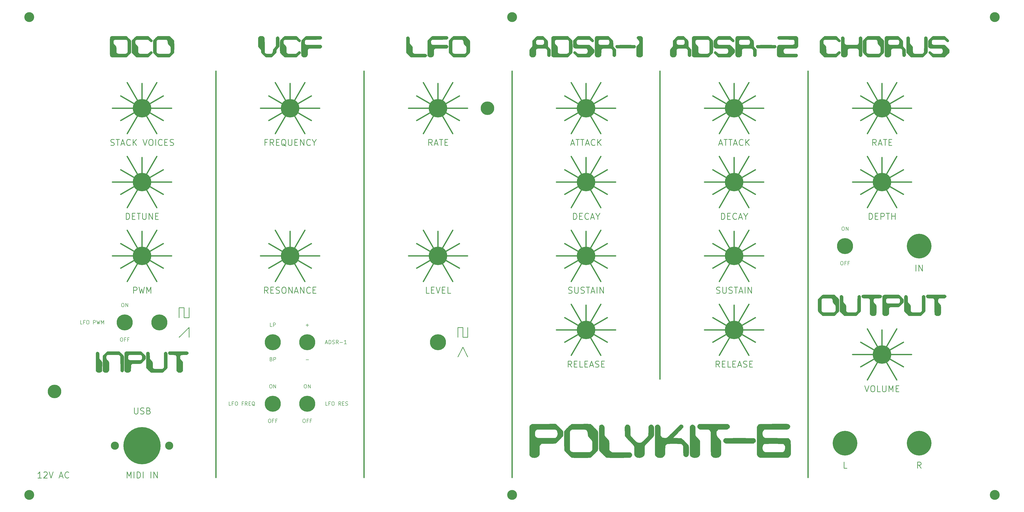
<source format=gbr>
%TF.GenerationSoftware,KiCad,Pcbnew,5.99.0+really5.1.10+dfsg1-1*%
%TF.CreationDate,2021-12-27T14:24:10+01:00*%
%TF.ProjectId,polykit-panel,706f6c79-6b69-4742-9d70-616e656c2e6b,v1.0.0*%
%TF.SameCoordinates,Original*%
%TF.FileFunction,Soldermask,Top*%
%TF.FilePolarity,Negative*%
%FSLAX46Y46*%
G04 Gerber Fmt 4.6, Leading zero omitted, Abs format (unit mm)*
G04 Created by KiCad (PCBNEW 5.99.0+really5.1.10+dfsg1-1) date 2021-12-27 14:24:10*
%MOMM*%
%LPD*%
G01*
G04 APERTURE LIST*
%ADD10C,0.200000*%
%ADD11C,0.250000*%
%ADD12C,0.500000*%
%ADD13C,0.010000*%
%ADD14C,6.500000*%
%ADD15C,7.500000*%
%ADD16C,5.500000*%
%ADD17C,4.000000*%
%ADD18C,10.000000*%
%ADD19C,3.300000*%
%ADD20C,15.100000*%
G04 APERTURE END LIST*
D10*
X-92928571Y-144178571D02*
X-92642857Y-144178571D01*
X-92500000Y-144250000D01*
X-92357142Y-144392857D01*
X-92285714Y-144678571D01*
X-92285714Y-145178571D01*
X-92357142Y-145464285D01*
X-92500000Y-145607142D01*
X-92642857Y-145678571D01*
X-92928571Y-145678571D01*
X-93071428Y-145607142D01*
X-93214285Y-145464285D01*
X-93285714Y-145178571D01*
X-93285714Y-144678571D01*
X-93214285Y-144392857D01*
X-93071428Y-144250000D01*
X-92928571Y-144178571D01*
X-91642857Y-145678571D02*
X-91642857Y-144178571D01*
X-90785714Y-145678571D01*
X-90785714Y-144178571D01*
X-93428571Y-158178571D02*
X-93142857Y-158178571D01*
X-93000000Y-158250000D01*
X-92857142Y-158392857D01*
X-92785714Y-158678571D01*
X-92785714Y-159178571D01*
X-92857142Y-159464285D01*
X-93000000Y-159607142D01*
X-93142857Y-159678571D01*
X-93428571Y-159678571D01*
X-93571428Y-159607142D01*
X-93714285Y-159464285D01*
X-93785714Y-159178571D01*
X-93785714Y-158678571D01*
X-93714285Y-158392857D01*
X-93571428Y-158250000D01*
X-93428571Y-158178571D01*
X-91642857Y-158892857D02*
X-92142857Y-158892857D01*
X-92142857Y-159678571D02*
X-92142857Y-158178571D01*
X-91428571Y-158178571D01*
X-90357142Y-158892857D02*
X-90857142Y-158892857D01*
X-90857142Y-159678571D02*
X-90857142Y-158178571D01*
X-90142857Y-158178571D01*
X-109201428Y-152678571D02*
X-109915714Y-152678571D01*
X-109915714Y-151178571D01*
X-108201428Y-151892857D02*
X-108701428Y-151892857D01*
X-108701428Y-152678571D02*
X-108701428Y-151178571D01*
X-107987142Y-151178571D01*
X-107129999Y-151178571D02*
X-106844285Y-151178571D01*
X-106701428Y-151250000D01*
X-106558571Y-151392857D01*
X-106487142Y-151678571D01*
X-106487142Y-152178571D01*
X-106558571Y-152464285D01*
X-106701428Y-152607142D01*
X-106844285Y-152678571D01*
X-107129999Y-152678571D01*
X-107272857Y-152607142D01*
X-107415714Y-152464285D01*
X-107487142Y-152178571D01*
X-107487142Y-151678571D01*
X-107415714Y-151392857D01*
X-107272857Y-151250000D01*
X-107129999Y-151178571D01*
X-104701428Y-152678571D02*
X-104701428Y-151178571D01*
X-104130000Y-151178571D01*
X-103987142Y-151250000D01*
X-103915714Y-151321428D01*
X-103844285Y-151464285D01*
X-103844285Y-151678571D01*
X-103915714Y-151821428D01*
X-103987142Y-151892857D01*
X-104130000Y-151964285D01*
X-104701428Y-151964285D01*
X-103344285Y-151178571D02*
X-102987142Y-152678571D01*
X-102701428Y-151607142D01*
X-102415714Y-152678571D01*
X-102058571Y-151178571D01*
X-101487142Y-152678571D02*
X-101487142Y-151178571D01*
X-100987142Y-152250000D01*
X-100487142Y-151178571D01*
X-100487142Y-152678571D01*
X-48987142Y-185678571D02*
X-49701428Y-185678571D01*
X-49701428Y-184178571D01*
X-47987142Y-184892857D02*
X-48487142Y-184892857D01*
X-48487142Y-185678571D02*
X-48487142Y-184178571D01*
X-47772857Y-184178571D01*
X-46915714Y-184178571D02*
X-46630000Y-184178571D01*
X-46487142Y-184250000D01*
X-46344285Y-184392857D01*
X-46272857Y-184678571D01*
X-46272857Y-185178571D01*
X-46344285Y-185464285D01*
X-46487142Y-185607142D01*
X-46630000Y-185678571D01*
X-46915714Y-185678571D01*
X-47058571Y-185607142D01*
X-47201428Y-185464285D01*
X-47272857Y-185178571D01*
X-47272857Y-184678571D01*
X-47201428Y-184392857D01*
X-47058571Y-184250000D01*
X-46915714Y-184178571D01*
X-43987142Y-184892857D02*
X-44487142Y-184892857D01*
X-44487142Y-185678571D02*
X-44487142Y-184178571D01*
X-43772857Y-184178571D01*
X-42344285Y-185678571D02*
X-42844285Y-184964285D01*
X-43201428Y-185678571D02*
X-43201428Y-184178571D01*
X-42630000Y-184178571D01*
X-42487142Y-184250000D01*
X-42415714Y-184321428D01*
X-42344285Y-184464285D01*
X-42344285Y-184678571D01*
X-42415714Y-184821428D01*
X-42487142Y-184892857D01*
X-42630000Y-184964285D01*
X-43201428Y-184964285D01*
X-41701428Y-184892857D02*
X-41201428Y-184892857D01*
X-40987142Y-185678571D02*
X-41701428Y-185678571D01*
X-41701428Y-184178571D01*
X-40987142Y-184178571D01*
X-39344285Y-185821428D02*
X-39487142Y-185750000D01*
X-39630000Y-185607142D01*
X-39844285Y-185392857D01*
X-39987142Y-185321428D01*
X-40130000Y-185321428D01*
X-40058571Y-185678571D02*
X-40201428Y-185607142D01*
X-40344285Y-185464285D01*
X-40415714Y-185178571D01*
X-40415714Y-184678571D01*
X-40344285Y-184392857D01*
X-40201428Y-184250000D01*
X-40058571Y-184178571D01*
X-39772857Y-184178571D01*
X-39630000Y-184250000D01*
X-39487142Y-184392857D01*
X-39415714Y-184678571D01*
X-39415714Y-185178571D01*
X-39487142Y-185464285D01*
X-39630000Y-185607142D01*
X-39772857Y-185678571D01*
X-40058571Y-185678571D01*
X-9798571Y-185678571D02*
X-10512857Y-185678571D01*
X-10512857Y-184178571D01*
X-8798571Y-184892857D02*
X-9298571Y-184892857D01*
X-9298571Y-185678571D02*
X-9298571Y-184178571D01*
X-8584285Y-184178571D01*
X-7727142Y-184178571D02*
X-7441428Y-184178571D01*
X-7298571Y-184250000D01*
X-7155714Y-184392857D01*
X-7084285Y-184678571D01*
X-7084285Y-185178571D01*
X-7155714Y-185464285D01*
X-7298571Y-185607142D01*
X-7441428Y-185678571D01*
X-7727142Y-185678571D01*
X-7870000Y-185607142D01*
X-8012857Y-185464285D01*
X-8084285Y-185178571D01*
X-8084285Y-184678571D01*
X-8012857Y-184392857D01*
X-7870000Y-184250000D01*
X-7727142Y-184178571D01*
X-4441428Y-185678571D02*
X-4941428Y-184964285D01*
X-5298571Y-185678571D02*
X-5298571Y-184178571D01*
X-4727142Y-184178571D01*
X-4584285Y-184250000D01*
X-4512857Y-184321428D01*
X-4441428Y-184464285D01*
X-4441428Y-184678571D01*
X-4512857Y-184821428D01*
X-4584285Y-184892857D01*
X-4727142Y-184964285D01*
X-5298571Y-184964285D01*
X-3798571Y-184892857D02*
X-3298571Y-184892857D01*
X-3084285Y-185678571D02*
X-3798571Y-185678571D01*
X-3798571Y-184178571D01*
X-3084285Y-184178571D01*
X-2512857Y-185607142D02*
X-2298571Y-185678571D01*
X-1941428Y-185678571D01*
X-1798571Y-185607142D01*
X-1727142Y-185535714D01*
X-1655714Y-185392857D01*
X-1655714Y-185250000D01*
X-1727142Y-185107142D01*
X-1798571Y-185035714D01*
X-1941428Y-184964285D01*
X-2227142Y-184892857D01*
X-2370000Y-184821428D01*
X-2441428Y-184750000D01*
X-2512857Y-184607142D01*
X-2512857Y-184464285D01*
X-2441428Y-184321428D01*
X-2370000Y-184250000D01*
X-2227142Y-184178571D01*
X-1870000Y-184178571D01*
X-1655714Y-184250000D01*
X-32642857Y-166892857D02*
X-32428571Y-166964285D01*
X-32357142Y-167035714D01*
X-32285714Y-167178571D01*
X-32285714Y-167392857D01*
X-32357142Y-167535714D01*
X-32428571Y-167607142D01*
X-32571428Y-167678571D01*
X-33142857Y-167678571D01*
X-33142857Y-166178571D01*
X-32642857Y-166178571D01*
X-32500000Y-166250000D01*
X-32428571Y-166321428D01*
X-32357142Y-166464285D01*
X-32357142Y-166607142D01*
X-32428571Y-166750000D01*
X-32500000Y-166821428D01*
X-32642857Y-166892857D01*
X-33142857Y-166892857D01*
X-31642857Y-167678571D02*
X-31642857Y-166178571D01*
X-31071428Y-166178571D01*
X-30928571Y-166250000D01*
X-30857142Y-166321428D01*
X-30785714Y-166464285D01*
X-30785714Y-166678571D01*
X-30857142Y-166821428D01*
X-30928571Y-166892857D01*
X-31071428Y-166964285D01*
X-31642857Y-166964285D01*
X-32285714Y-153678571D02*
X-33000000Y-153678571D01*
X-33000000Y-152178571D01*
X-31785714Y-153678571D02*
X-31785714Y-152178571D01*
X-31214285Y-152178571D01*
X-31071428Y-152250000D01*
X-31000000Y-152321428D01*
X-30928571Y-152464285D01*
X-30928571Y-152678571D01*
X-31000000Y-152821428D01*
X-31071428Y-152892857D01*
X-31214285Y-152964285D01*
X-31785714Y-152964285D01*
X-33428571Y-191178571D02*
X-33142857Y-191178571D01*
X-33000000Y-191250000D01*
X-32857142Y-191392857D01*
X-32785714Y-191678571D01*
X-32785714Y-192178571D01*
X-32857142Y-192464285D01*
X-33000000Y-192607142D01*
X-33142857Y-192678571D01*
X-33428571Y-192678571D01*
X-33571428Y-192607142D01*
X-33714285Y-192464285D01*
X-33785714Y-192178571D01*
X-33785714Y-191678571D01*
X-33714285Y-191392857D01*
X-33571428Y-191250000D01*
X-33428571Y-191178571D01*
X-31642857Y-191892857D02*
X-32142857Y-191892857D01*
X-32142857Y-192678571D02*
X-32142857Y-191178571D01*
X-31428571Y-191178571D01*
X-30357142Y-191892857D02*
X-30857142Y-191892857D01*
X-30857142Y-192678571D02*
X-30857142Y-191178571D01*
X-30142857Y-191178571D01*
X-32928571Y-177178571D02*
X-32642857Y-177178571D01*
X-32500000Y-177250000D01*
X-32357142Y-177392857D01*
X-32285714Y-177678571D01*
X-32285714Y-178178571D01*
X-32357142Y-178464285D01*
X-32500000Y-178607142D01*
X-32642857Y-178678571D01*
X-32928571Y-178678571D01*
X-33071428Y-178607142D01*
X-33214285Y-178464285D01*
X-33285714Y-178178571D01*
X-33285714Y-177678571D01*
X-33214285Y-177392857D01*
X-33071428Y-177250000D01*
X-32928571Y-177178571D01*
X-31642857Y-178678571D02*
X-31642857Y-177178571D01*
X-30785714Y-178678571D01*
X-30785714Y-177178571D01*
X-10584285Y-160250000D02*
X-9870000Y-160250000D01*
X-10727142Y-160678571D02*
X-10227142Y-159178571D01*
X-9727142Y-160678571D01*
X-9227142Y-160678571D02*
X-9227142Y-159178571D01*
X-8870000Y-159178571D01*
X-8655714Y-159250000D01*
X-8512857Y-159392857D01*
X-8441428Y-159535714D01*
X-8370000Y-159821428D01*
X-8370000Y-160035714D01*
X-8441428Y-160321428D01*
X-8512857Y-160464285D01*
X-8655714Y-160607142D01*
X-8870000Y-160678571D01*
X-9227142Y-160678571D01*
X-7798571Y-160607142D02*
X-7584285Y-160678571D01*
X-7227142Y-160678571D01*
X-7084285Y-160607142D01*
X-7012857Y-160535714D01*
X-6941428Y-160392857D01*
X-6941428Y-160250000D01*
X-7012857Y-160107142D01*
X-7084285Y-160035714D01*
X-7227142Y-159964285D01*
X-7512857Y-159892857D01*
X-7655714Y-159821428D01*
X-7727142Y-159750000D01*
X-7798571Y-159607142D01*
X-7798571Y-159464285D01*
X-7727142Y-159321428D01*
X-7655714Y-159250000D01*
X-7512857Y-159178571D01*
X-7155714Y-159178571D01*
X-6941428Y-159250000D01*
X-5441428Y-160678571D02*
X-5941428Y-159964285D01*
X-6298571Y-160678571D02*
X-6298571Y-159178571D01*
X-5727142Y-159178571D01*
X-5584285Y-159250000D01*
X-5512857Y-159321428D01*
X-5441428Y-159464285D01*
X-5441428Y-159678571D01*
X-5512857Y-159821428D01*
X-5584285Y-159892857D01*
X-5727142Y-159964285D01*
X-6298571Y-159964285D01*
X-4798571Y-160107142D02*
X-3655714Y-160107142D01*
X-2155714Y-160678571D02*
X-3012857Y-160678571D01*
X-2584285Y-160678571D02*
X-2584285Y-159178571D01*
X-2727142Y-159392857D01*
X-2870000Y-159535714D01*
X-3012857Y-159607142D01*
D11*
X149821428Y-110130952D02*
X149821428Y-107630952D01*
X150416666Y-107630952D01*
X150773809Y-107750000D01*
X151011904Y-107988095D01*
X151130952Y-108226190D01*
X151250000Y-108702380D01*
X151250000Y-109059523D01*
X151130952Y-109535714D01*
X151011904Y-109773809D01*
X150773809Y-110011904D01*
X150416666Y-110130952D01*
X149821428Y-110130952D01*
X152321428Y-108821428D02*
X153154761Y-108821428D01*
X153511904Y-110130952D02*
X152321428Y-110130952D01*
X152321428Y-107630952D01*
X153511904Y-107630952D01*
X156011904Y-109892857D02*
X155892857Y-110011904D01*
X155535714Y-110130952D01*
X155297619Y-110130952D01*
X154940476Y-110011904D01*
X154702380Y-109773809D01*
X154583333Y-109535714D01*
X154464285Y-109059523D01*
X154464285Y-108702380D01*
X154583333Y-108226190D01*
X154702380Y-107988095D01*
X154940476Y-107750000D01*
X155297619Y-107630952D01*
X155535714Y-107630952D01*
X155892857Y-107750000D01*
X156011904Y-107869047D01*
X156964285Y-109416666D02*
X158154761Y-109416666D01*
X156726190Y-110130952D02*
X157559523Y-107630952D01*
X158392857Y-110130952D01*
X159702380Y-108940476D02*
X159702380Y-110130952D01*
X158869047Y-107630952D02*
X159702380Y-108940476D01*
X160535714Y-107630952D01*
X147857142Y-140011904D02*
X148214285Y-140130952D01*
X148809523Y-140130952D01*
X149047619Y-140011904D01*
X149166666Y-139892857D01*
X149285714Y-139654761D01*
X149285714Y-139416666D01*
X149166666Y-139178571D01*
X149047619Y-139059523D01*
X148809523Y-138940476D01*
X148333333Y-138821428D01*
X148095238Y-138702380D01*
X147976190Y-138583333D01*
X147857142Y-138345238D01*
X147857142Y-138107142D01*
X147976190Y-137869047D01*
X148095238Y-137750000D01*
X148333333Y-137630952D01*
X148928571Y-137630952D01*
X149285714Y-137750000D01*
X150357142Y-137630952D02*
X150357142Y-139654761D01*
X150476190Y-139892857D01*
X150595238Y-140011904D01*
X150833333Y-140130952D01*
X151309523Y-140130952D01*
X151547619Y-140011904D01*
X151666666Y-139892857D01*
X151785714Y-139654761D01*
X151785714Y-137630952D01*
X152857142Y-140011904D02*
X153214285Y-140130952D01*
X153809523Y-140130952D01*
X154047619Y-140011904D01*
X154166666Y-139892857D01*
X154285714Y-139654761D01*
X154285714Y-139416666D01*
X154166666Y-139178571D01*
X154047619Y-139059523D01*
X153809523Y-138940476D01*
X153333333Y-138821428D01*
X153095238Y-138702380D01*
X152976190Y-138583333D01*
X152857142Y-138345238D01*
X152857142Y-138107142D01*
X152976190Y-137869047D01*
X153095238Y-137750000D01*
X153333333Y-137630952D01*
X153928571Y-137630952D01*
X154285714Y-137750000D01*
X155000000Y-137630952D02*
X156428571Y-137630952D01*
X155714285Y-140130952D02*
X155714285Y-137630952D01*
X157142857Y-139416666D02*
X158333333Y-139416666D01*
X156904761Y-140130952D02*
X157738095Y-137630952D01*
X158571428Y-140130952D01*
X159404761Y-140130952D02*
X159404761Y-137630952D01*
X160595238Y-140130952D02*
X160595238Y-137630952D01*
X162023809Y-140130952D01*
X162023809Y-137630952D01*
X148928571Y-79416666D02*
X150119047Y-79416666D01*
X148690476Y-80130952D02*
X149523809Y-77630952D01*
X150357142Y-80130952D01*
X150833333Y-77630952D02*
X152261904Y-77630952D01*
X151547619Y-80130952D02*
X151547619Y-77630952D01*
X152738095Y-77630952D02*
X154166666Y-77630952D01*
X153452380Y-80130952D02*
X153452380Y-77630952D01*
X154880952Y-79416666D02*
X156071428Y-79416666D01*
X154642857Y-80130952D02*
X155476190Y-77630952D01*
X156309523Y-80130952D01*
X158571428Y-79892857D02*
X158452380Y-80011904D01*
X158095238Y-80130952D01*
X157857142Y-80130952D01*
X157500000Y-80011904D01*
X157261904Y-79773809D01*
X157142857Y-79535714D01*
X157023809Y-79059523D01*
X157023809Y-78702380D01*
X157142857Y-78226190D01*
X157261904Y-77988095D01*
X157500000Y-77750000D01*
X157857142Y-77630952D01*
X158095238Y-77630952D01*
X158452380Y-77750000D01*
X158571428Y-77869047D01*
X159642857Y-80130952D02*
X159642857Y-77630952D01*
X161071428Y-80130952D02*
X160000000Y-78702380D01*
X161071428Y-77630952D02*
X159642857Y-79059523D01*
X149107142Y-170130952D02*
X148273809Y-168940476D01*
X147678571Y-170130952D02*
X147678571Y-167630952D01*
X148630952Y-167630952D01*
X148869047Y-167750000D01*
X148988095Y-167869047D01*
X149107142Y-168107142D01*
X149107142Y-168464285D01*
X148988095Y-168702380D01*
X148869047Y-168821428D01*
X148630952Y-168940476D01*
X147678571Y-168940476D01*
X150178571Y-168821428D02*
X151011904Y-168821428D01*
X151369047Y-170130952D02*
X150178571Y-170130952D01*
X150178571Y-167630952D01*
X151369047Y-167630952D01*
X153630952Y-170130952D02*
X152440476Y-170130952D01*
X152440476Y-167630952D01*
X154464285Y-168821428D02*
X155297619Y-168821428D01*
X155654761Y-170130952D02*
X154464285Y-170130952D01*
X154464285Y-167630952D01*
X155654761Y-167630952D01*
X156607142Y-169416666D02*
X157797619Y-169416666D01*
X156369047Y-170130952D02*
X157202380Y-167630952D01*
X158035714Y-170130952D01*
X158750000Y-170011904D02*
X159107142Y-170130952D01*
X159702380Y-170130952D01*
X159940476Y-170011904D01*
X160059523Y-169892857D01*
X160178571Y-169654761D01*
X160178571Y-169416666D01*
X160059523Y-169178571D01*
X159940476Y-169059523D01*
X159702380Y-168940476D01*
X159226190Y-168821428D01*
X158988095Y-168702380D01*
X158869047Y-168583333D01*
X158750000Y-168345238D01*
X158750000Y-168107142D01*
X158869047Y-167869047D01*
X158988095Y-167750000D01*
X159226190Y-167630952D01*
X159821428Y-167630952D01*
X160178571Y-167750000D01*
X161250000Y-168821428D02*
X162083333Y-168821428D01*
X162440476Y-170130952D02*
X161250000Y-170130952D01*
X161250000Y-167630952D01*
X162440476Y-167630952D01*
D10*
X-18928571Y-177178571D02*
X-18642857Y-177178571D01*
X-18500000Y-177250000D01*
X-18357142Y-177392857D01*
X-18285714Y-177678571D01*
X-18285714Y-178178571D01*
X-18357142Y-178464285D01*
X-18500000Y-178607142D01*
X-18642857Y-178678571D01*
X-18928571Y-178678571D01*
X-19071428Y-178607142D01*
X-19214285Y-178464285D01*
X-19285714Y-178178571D01*
X-19285714Y-177678571D01*
X-19214285Y-177392857D01*
X-19071428Y-177250000D01*
X-18928571Y-177178571D01*
X-17642857Y-178678571D02*
X-17642857Y-177178571D01*
X-16785714Y-178678571D01*
X-16785714Y-177178571D01*
X-19428571Y-191178571D02*
X-19142857Y-191178571D01*
X-19000000Y-191250000D01*
X-18857142Y-191392857D01*
X-18785714Y-191678571D01*
X-18785714Y-192178571D01*
X-18857142Y-192464285D01*
X-19000000Y-192607142D01*
X-19142857Y-192678571D01*
X-19428571Y-192678571D01*
X-19571428Y-192607142D01*
X-19714285Y-192464285D01*
X-19785714Y-192178571D01*
X-19785714Y-191678571D01*
X-19714285Y-191392857D01*
X-19571428Y-191250000D01*
X-19428571Y-191178571D01*
X-17642857Y-191892857D02*
X-18142857Y-191892857D01*
X-18142857Y-192678571D02*
X-18142857Y-191178571D01*
X-17428571Y-191178571D01*
X-16357142Y-191892857D02*
X-16857142Y-191892857D01*
X-16857142Y-192678571D02*
X-16857142Y-191178571D01*
X-16142857Y-191178571D01*
X-18571428Y-153107142D02*
X-17428571Y-153107142D01*
X-18000000Y-153678571D02*
X-18000000Y-152535714D01*
X-18571428Y-167107142D02*
X-17428571Y-167107142D01*
D11*
X207976190Y-177630952D02*
X208809523Y-180130952D01*
X209642857Y-177630952D01*
X210952380Y-177630952D02*
X211428571Y-177630952D01*
X211666666Y-177750000D01*
X211904761Y-177988095D01*
X212023809Y-178464285D01*
X212023809Y-179297619D01*
X211904761Y-179773809D01*
X211666666Y-180011904D01*
X211428571Y-180130952D01*
X210952380Y-180130952D01*
X210714285Y-180011904D01*
X210476190Y-179773809D01*
X210357142Y-179297619D01*
X210357142Y-178464285D01*
X210476190Y-177988095D01*
X210714285Y-177750000D01*
X210952380Y-177630952D01*
X214285714Y-180130952D02*
X213095238Y-180130952D01*
X213095238Y-177630952D01*
X215119047Y-177630952D02*
X215119047Y-179654761D01*
X215238095Y-179892857D01*
X215357142Y-180011904D01*
X215595238Y-180130952D01*
X216071428Y-180130952D01*
X216309523Y-180011904D01*
X216428571Y-179892857D01*
X216547619Y-179654761D01*
X216547619Y-177630952D01*
X217738095Y-180130952D02*
X217738095Y-177630952D01*
X218571428Y-179416666D01*
X219404761Y-177630952D01*
X219404761Y-180130952D01*
X220595238Y-178821428D02*
X221428571Y-178821428D01*
X221785714Y-180130952D02*
X220595238Y-180130952D01*
X220595238Y-177630952D01*
X221785714Y-177630952D01*
X200773809Y-211130952D02*
X199583333Y-211130952D01*
X199583333Y-208630952D01*
X230773809Y-211130952D02*
X229940476Y-209940476D01*
X229345238Y-211130952D02*
X229345238Y-208630952D01*
X230297619Y-208630952D01*
X230535714Y-208750000D01*
X230654761Y-208869047D01*
X230773809Y-209107142D01*
X230773809Y-209464285D01*
X230654761Y-209702380D01*
X230535714Y-209821428D01*
X230297619Y-209940476D01*
X229345238Y-209940476D01*
X228690476Y-131130952D02*
X228690476Y-128630952D01*
X229880952Y-131130952D02*
X229880952Y-128630952D01*
X231309523Y-131130952D01*
X231309523Y-128630952D01*
D10*
X198571428Y-127178571D02*
X198857142Y-127178571D01*
X199000000Y-127250000D01*
X199142857Y-127392857D01*
X199214285Y-127678571D01*
X199214285Y-128178571D01*
X199142857Y-128464285D01*
X199000000Y-128607142D01*
X198857142Y-128678571D01*
X198571428Y-128678571D01*
X198428571Y-128607142D01*
X198285714Y-128464285D01*
X198214285Y-128178571D01*
X198214285Y-127678571D01*
X198285714Y-127392857D01*
X198428571Y-127250000D01*
X198571428Y-127178571D01*
X200357142Y-127892857D02*
X199857142Y-127892857D01*
X199857142Y-128678571D02*
X199857142Y-127178571D01*
X200571428Y-127178571D01*
X201642857Y-127892857D02*
X201142857Y-127892857D01*
X201142857Y-128678571D02*
X201142857Y-127178571D01*
X201857142Y-127178571D01*
X199071428Y-113178571D02*
X199357142Y-113178571D01*
X199500000Y-113250000D01*
X199642857Y-113392857D01*
X199714285Y-113678571D01*
X199714285Y-114178571D01*
X199642857Y-114464285D01*
X199500000Y-114607142D01*
X199357142Y-114678571D01*
X199071428Y-114678571D01*
X198928571Y-114607142D01*
X198785714Y-114464285D01*
X198714285Y-114178571D01*
X198714285Y-113678571D01*
X198785714Y-113392857D01*
X198928571Y-113250000D01*
X199071428Y-113178571D01*
X200357142Y-114678571D02*
X200357142Y-113178571D01*
X201214285Y-114678571D01*
X201214285Y-113178571D01*
D11*
X209702380Y-110130952D02*
X209702380Y-107630952D01*
X210297619Y-107630952D01*
X210654761Y-107750000D01*
X210892857Y-107988095D01*
X211011904Y-108226190D01*
X211130952Y-108702380D01*
X211130952Y-109059523D01*
X211011904Y-109535714D01*
X210892857Y-109773809D01*
X210654761Y-110011904D01*
X210297619Y-110130952D01*
X209702380Y-110130952D01*
X212202380Y-108821428D02*
X213035714Y-108821428D01*
X213392857Y-110130952D02*
X212202380Y-110130952D01*
X212202380Y-107630952D01*
X213392857Y-107630952D01*
X214464285Y-110130952D02*
X214464285Y-107630952D01*
X215416666Y-107630952D01*
X215654761Y-107750000D01*
X215773809Y-107869047D01*
X215892857Y-108107142D01*
X215892857Y-108464285D01*
X215773809Y-108702380D01*
X215654761Y-108821428D01*
X215416666Y-108940476D01*
X214464285Y-108940476D01*
X216607142Y-107630952D02*
X218035714Y-107630952D01*
X217321428Y-110130952D02*
X217321428Y-107630952D01*
X218869047Y-110130952D02*
X218869047Y-107630952D01*
X218869047Y-108821428D02*
X220297619Y-108821428D01*
X220297619Y-110130952D02*
X220297619Y-107630952D01*
X212619047Y-80130952D02*
X211785714Y-78940476D01*
X211190476Y-80130952D02*
X211190476Y-77630952D01*
X212142857Y-77630952D01*
X212380952Y-77750000D01*
X212500000Y-77869047D01*
X212619047Y-78107142D01*
X212619047Y-78464285D01*
X212500000Y-78702380D01*
X212380952Y-78821428D01*
X212142857Y-78940476D01*
X211190476Y-78940476D01*
X213571428Y-79416666D02*
X214761904Y-79416666D01*
X213333333Y-80130952D02*
X214166666Y-77630952D01*
X215000000Y-80130952D01*
X215476190Y-77630952D02*
X216904761Y-77630952D01*
X216190476Y-80130952D02*
X216190476Y-77630952D01*
X217738095Y-78821428D02*
X218571428Y-78821428D01*
X218928571Y-80130952D02*
X217738095Y-80130952D01*
X217738095Y-77630952D01*
X218928571Y-77630952D01*
X89107142Y-170130952D02*
X88273809Y-168940476D01*
X87678571Y-170130952D02*
X87678571Y-167630952D01*
X88630952Y-167630952D01*
X88869047Y-167750000D01*
X88988095Y-167869047D01*
X89107142Y-168107142D01*
X89107142Y-168464285D01*
X88988095Y-168702380D01*
X88869047Y-168821428D01*
X88630952Y-168940476D01*
X87678571Y-168940476D01*
X90178571Y-168821428D02*
X91011904Y-168821428D01*
X91369047Y-170130952D02*
X90178571Y-170130952D01*
X90178571Y-167630952D01*
X91369047Y-167630952D01*
X93630952Y-170130952D02*
X92440476Y-170130952D01*
X92440476Y-167630952D01*
X94464285Y-168821428D02*
X95297619Y-168821428D01*
X95654761Y-170130952D02*
X94464285Y-170130952D01*
X94464285Y-167630952D01*
X95654761Y-167630952D01*
X96607142Y-169416666D02*
X97797619Y-169416666D01*
X96369047Y-170130952D02*
X97202380Y-167630952D01*
X98035714Y-170130952D01*
X98750000Y-170011904D02*
X99107142Y-170130952D01*
X99702380Y-170130952D01*
X99940476Y-170011904D01*
X100059523Y-169892857D01*
X100178571Y-169654761D01*
X100178571Y-169416666D01*
X100059523Y-169178571D01*
X99940476Y-169059523D01*
X99702380Y-168940476D01*
X99226190Y-168821428D01*
X98988095Y-168702380D01*
X98869047Y-168583333D01*
X98750000Y-168345238D01*
X98750000Y-168107142D01*
X98869047Y-167869047D01*
X98988095Y-167750000D01*
X99226190Y-167630952D01*
X99821428Y-167630952D01*
X100178571Y-167750000D01*
X101250000Y-168821428D02*
X102083333Y-168821428D01*
X102440476Y-170130952D02*
X101250000Y-170130952D01*
X101250000Y-167630952D01*
X102440476Y-167630952D01*
X87857142Y-140011904D02*
X88214285Y-140130952D01*
X88809523Y-140130952D01*
X89047619Y-140011904D01*
X89166666Y-139892857D01*
X89285714Y-139654761D01*
X89285714Y-139416666D01*
X89166666Y-139178571D01*
X89047619Y-139059523D01*
X88809523Y-138940476D01*
X88333333Y-138821428D01*
X88095238Y-138702380D01*
X87976190Y-138583333D01*
X87857142Y-138345238D01*
X87857142Y-138107142D01*
X87976190Y-137869047D01*
X88095238Y-137750000D01*
X88333333Y-137630952D01*
X88928571Y-137630952D01*
X89285714Y-137750000D01*
X90357142Y-137630952D02*
X90357142Y-139654761D01*
X90476190Y-139892857D01*
X90595238Y-140011904D01*
X90833333Y-140130952D01*
X91309523Y-140130952D01*
X91547619Y-140011904D01*
X91666666Y-139892857D01*
X91785714Y-139654761D01*
X91785714Y-137630952D01*
X92857142Y-140011904D02*
X93214285Y-140130952D01*
X93809523Y-140130952D01*
X94047619Y-140011904D01*
X94166666Y-139892857D01*
X94285714Y-139654761D01*
X94285714Y-139416666D01*
X94166666Y-139178571D01*
X94047619Y-139059523D01*
X93809523Y-138940476D01*
X93333333Y-138821428D01*
X93095238Y-138702380D01*
X92976190Y-138583333D01*
X92857142Y-138345238D01*
X92857142Y-138107142D01*
X92976190Y-137869047D01*
X93095238Y-137750000D01*
X93333333Y-137630952D01*
X93928571Y-137630952D01*
X94285714Y-137750000D01*
X95000000Y-137630952D02*
X96428571Y-137630952D01*
X95714285Y-140130952D02*
X95714285Y-137630952D01*
X97142857Y-139416666D02*
X98333333Y-139416666D01*
X96904761Y-140130952D02*
X97738095Y-137630952D01*
X98571428Y-140130952D01*
X99404761Y-140130952D02*
X99404761Y-137630952D01*
X100595238Y-140130952D02*
X100595238Y-137630952D01*
X102023809Y-140130952D01*
X102023809Y-137630952D01*
X89821428Y-110130952D02*
X89821428Y-107630952D01*
X90416666Y-107630952D01*
X90773809Y-107750000D01*
X91011904Y-107988095D01*
X91130952Y-108226190D01*
X91250000Y-108702380D01*
X91250000Y-109059523D01*
X91130952Y-109535714D01*
X91011904Y-109773809D01*
X90773809Y-110011904D01*
X90416666Y-110130952D01*
X89821428Y-110130952D01*
X92321428Y-108821428D02*
X93154761Y-108821428D01*
X93511904Y-110130952D02*
X92321428Y-110130952D01*
X92321428Y-107630952D01*
X93511904Y-107630952D01*
X96011904Y-109892857D02*
X95892857Y-110011904D01*
X95535714Y-110130952D01*
X95297619Y-110130952D01*
X94940476Y-110011904D01*
X94702380Y-109773809D01*
X94583333Y-109535714D01*
X94464285Y-109059523D01*
X94464285Y-108702380D01*
X94583333Y-108226190D01*
X94702380Y-107988095D01*
X94940476Y-107750000D01*
X95297619Y-107630952D01*
X95535714Y-107630952D01*
X95892857Y-107750000D01*
X96011904Y-107869047D01*
X96964285Y-109416666D02*
X98154761Y-109416666D01*
X96726190Y-110130952D02*
X97559523Y-107630952D01*
X98392857Y-110130952D01*
X99702380Y-108940476D02*
X99702380Y-110130952D01*
X98869047Y-107630952D02*
X99702380Y-108940476D01*
X100535714Y-107630952D01*
X88928571Y-79416666D02*
X90119047Y-79416666D01*
X88690476Y-80130952D02*
X89523809Y-77630952D01*
X90357142Y-80130952D01*
X90833333Y-77630952D02*
X92261904Y-77630952D01*
X91547619Y-80130952D02*
X91547619Y-77630952D01*
X92738095Y-77630952D02*
X94166666Y-77630952D01*
X93452380Y-80130952D02*
X93452380Y-77630952D01*
X94880952Y-79416666D02*
X96071428Y-79416666D01*
X94642857Y-80130952D02*
X95476190Y-77630952D01*
X96309523Y-80130952D01*
X98571428Y-79892857D02*
X98452380Y-80011904D01*
X98095238Y-80130952D01*
X97857142Y-80130952D01*
X97500000Y-80011904D01*
X97261904Y-79773809D01*
X97142857Y-79535714D01*
X97023809Y-79059523D01*
X97023809Y-78702380D01*
X97142857Y-78226190D01*
X97261904Y-77988095D01*
X97500000Y-77750000D01*
X97857142Y-77630952D01*
X98095238Y-77630952D01*
X98452380Y-77750000D01*
X98571428Y-77869047D01*
X99642857Y-80130952D02*
X99642857Y-77630952D01*
X101071428Y-80130952D02*
X100000000Y-78702380D01*
X101071428Y-77630952D02*
X99642857Y-79059523D01*
X31428571Y-140130952D02*
X30238095Y-140130952D01*
X30238095Y-137630952D01*
X32261904Y-138821428D02*
X33095238Y-138821428D01*
X33452380Y-140130952D02*
X32261904Y-140130952D01*
X32261904Y-137630952D01*
X33452380Y-137630952D01*
X34166666Y-137630952D02*
X35000000Y-140130952D01*
X35833333Y-137630952D01*
X36666666Y-138821428D02*
X37500000Y-138821428D01*
X37857142Y-140130952D02*
X36666666Y-140130952D01*
X36666666Y-137630952D01*
X37857142Y-137630952D01*
X40119047Y-140130952D02*
X38928571Y-140130952D01*
X38928571Y-137630952D01*
X32619047Y-80130952D02*
X31785714Y-78940476D01*
X31190476Y-80130952D02*
X31190476Y-77630952D01*
X32142857Y-77630952D01*
X32380952Y-77750000D01*
X32500000Y-77869047D01*
X32619047Y-78107142D01*
X32619047Y-78464285D01*
X32500000Y-78702380D01*
X32380952Y-78821428D01*
X32142857Y-78940476D01*
X31190476Y-78940476D01*
X33571428Y-79416666D02*
X34761904Y-79416666D01*
X33333333Y-80130952D02*
X34166666Y-77630952D01*
X35000000Y-80130952D01*
X35476190Y-77630952D02*
X36904761Y-77630952D01*
X36190476Y-80130952D02*
X36190476Y-77630952D01*
X37738095Y-78821428D02*
X38571428Y-78821428D01*
X38928571Y-80130952D02*
X37738095Y-80130952D01*
X37738095Y-77630952D01*
X38928571Y-77630952D01*
X-33928571Y-140130952D02*
X-34761904Y-138940476D01*
X-35357142Y-140130952D02*
X-35357142Y-137630952D01*
X-34404761Y-137630952D01*
X-34166666Y-137750000D01*
X-34047619Y-137869047D01*
X-33928571Y-138107142D01*
X-33928571Y-138464285D01*
X-34047619Y-138702380D01*
X-34166666Y-138821428D01*
X-34404761Y-138940476D01*
X-35357142Y-138940476D01*
X-32857142Y-138821428D02*
X-32023809Y-138821428D01*
X-31666666Y-140130952D02*
X-32857142Y-140130952D01*
X-32857142Y-137630952D01*
X-31666666Y-137630952D01*
X-30714285Y-140011904D02*
X-30357142Y-140130952D01*
X-29761904Y-140130952D01*
X-29523809Y-140011904D01*
X-29404761Y-139892857D01*
X-29285714Y-139654761D01*
X-29285714Y-139416666D01*
X-29404761Y-139178571D01*
X-29523809Y-139059523D01*
X-29761904Y-138940476D01*
X-30238095Y-138821428D01*
X-30476190Y-138702380D01*
X-30595238Y-138583333D01*
X-30714285Y-138345238D01*
X-30714285Y-138107142D01*
X-30595238Y-137869047D01*
X-30476190Y-137750000D01*
X-30238095Y-137630952D01*
X-29642857Y-137630952D01*
X-29285714Y-137750000D01*
X-27738095Y-137630952D02*
X-27261904Y-137630952D01*
X-27023809Y-137750000D01*
X-26785714Y-137988095D01*
X-26666666Y-138464285D01*
X-26666666Y-139297619D01*
X-26785714Y-139773809D01*
X-27023809Y-140011904D01*
X-27261904Y-140130952D01*
X-27738095Y-140130952D01*
X-27976190Y-140011904D01*
X-28214285Y-139773809D01*
X-28333333Y-139297619D01*
X-28333333Y-138464285D01*
X-28214285Y-137988095D01*
X-27976190Y-137750000D01*
X-27738095Y-137630952D01*
X-25595238Y-140130952D02*
X-25595238Y-137630952D01*
X-24166666Y-140130952D01*
X-24166666Y-137630952D01*
X-23095238Y-139416666D02*
X-21904761Y-139416666D01*
X-23333333Y-140130952D02*
X-22500000Y-137630952D01*
X-21666666Y-140130952D01*
X-20833333Y-140130952D02*
X-20833333Y-137630952D01*
X-19404761Y-140130952D01*
X-19404761Y-137630952D01*
X-16785714Y-139892857D02*
X-16904761Y-140011904D01*
X-17261904Y-140130952D01*
X-17500000Y-140130952D01*
X-17857142Y-140011904D01*
X-18095238Y-139773809D01*
X-18214285Y-139535714D01*
X-18333333Y-139059523D01*
X-18333333Y-138702380D01*
X-18214285Y-138226190D01*
X-18095238Y-137988095D01*
X-17857142Y-137750000D01*
X-17500000Y-137630952D01*
X-17261904Y-137630952D01*
X-16904761Y-137750000D01*
X-16785714Y-137869047D01*
X-15714285Y-138821428D02*
X-14880952Y-138821428D01*
X-14523809Y-140130952D02*
X-15714285Y-140130952D01*
X-15714285Y-137630952D01*
X-14523809Y-137630952D01*
X-34404761Y-78821428D02*
X-35238095Y-78821428D01*
X-35238095Y-80130952D02*
X-35238095Y-77630952D01*
X-34047619Y-77630952D01*
X-31666666Y-80130952D02*
X-32499999Y-78940476D01*
X-33095238Y-80130952D02*
X-33095238Y-77630952D01*
X-32142857Y-77630952D01*
X-31904761Y-77750000D01*
X-31785714Y-77869047D01*
X-31666666Y-78107142D01*
X-31666666Y-78464285D01*
X-31785714Y-78702380D01*
X-31904761Y-78821428D01*
X-32142857Y-78940476D01*
X-33095238Y-78940476D01*
X-30595238Y-78821428D02*
X-29761904Y-78821428D01*
X-29404761Y-80130952D02*
X-30595238Y-80130952D01*
X-30595238Y-77630952D01*
X-29404761Y-77630952D01*
X-26666666Y-80369047D02*
X-26904761Y-80250000D01*
X-27142857Y-80011904D01*
X-27499999Y-79654761D01*
X-27738095Y-79535714D01*
X-27976190Y-79535714D01*
X-27857142Y-80130952D02*
X-28095238Y-80011904D01*
X-28333333Y-79773809D01*
X-28452380Y-79297619D01*
X-28452380Y-78464285D01*
X-28333333Y-77988095D01*
X-28095238Y-77750000D01*
X-27857142Y-77630952D01*
X-27380952Y-77630952D01*
X-27142857Y-77750000D01*
X-26904761Y-77988095D01*
X-26785714Y-78464285D01*
X-26785714Y-79297619D01*
X-26904761Y-79773809D01*
X-27142857Y-80011904D01*
X-27380952Y-80130952D01*
X-27857142Y-80130952D01*
X-25714285Y-77630952D02*
X-25714285Y-79654761D01*
X-25595238Y-79892857D01*
X-25476190Y-80011904D01*
X-25238095Y-80130952D01*
X-24761904Y-80130952D01*
X-24523809Y-80011904D01*
X-24404761Y-79892857D01*
X-24285714Y-79654761D01*
X-24285714Y-77630952D01*
X-23095238Y-78821428D02*
X-22261904Y-78821428D01*
X-21904761Y-80130952D02*
X-23095238Y-80130952D01*
X-23095238Y-77630952D01*
X-21904761Y-77630952D01*
X-20833333Y-80130952D02*
X-20833333Y-77630952D01*
X-19404761Y-80130952D01*
X-19404761Y-77630952D01*
X-16785714Y-79892857D02*
X-16904761Y-80011904D01*
X-17261904Y-80130952D01*
X-17499999Y-80130952D01*
X-17857142Y-80011904D01*
X-18095238Y-79773809D01*
X-18214285Y-79535714D01*
X-18333333Y-79059523D01*
X-18333333Y-78702380D01*
X-18214285Y-78226190D01*
X-18095238Y-77988095D01*
X-17857142Y-77750000D01*
X-17499999Y-77630952D01*
X-17261904Y-77630952D01*
X-16904761Y-77750000D01*
X-16785714Y-77869047D01*
X-15238095Y-78940476D02*
X-15238095Y-80130952D01*
X-16071428Y-77630952D02*
X-15238095Y-78940476D01*
X-14404761Y-77630952D01*
X-97738095Y-80011904D02*
X-97380952Y-80130952D01*
X-96785714Y-80130952D01*
X-96547619Y-80011904D01*
X-96428571Y-79892857D01*
X-96309523Y-79654761D01*
X-96309523Y-79416666D01*
X-96428571Y-79178571D01*
X-96547619Y-79059523D01*
X-96785714Y-78940476D01*
X-97261904Y-78821428D01*
X-97500000Y-78702380D01*
X-97619047Y-78583333D01*
X-97738095Y-78345238D01*
X-97738095Y-78107142D01*
X-97619047Y-77869047D01*
X-97500000Y-77750000D01*
X-97261904Y-77630952D01*
X-96666666Y-77630952D01*
X-96309523Y-77750000D01*
X-95595238Y-77630952D02*
X-94166666Y-77630952D01*
X-94880952Y-80130952D02*
X-94880952Y-77630952D01*
X-93452380Y-79416666D02*
X-92261904Y-79416666D01*
X-93690476Y-80130952D02*
X-92857142Y-77630952D01*
X-92023809Y-80130952D01*
X-89761904Y-79892857D02*
X-89880952Y-80011904D01*
X-90238095Y-80130952D01*
X-90476190Y-80130952D01*
X-90833333Y-80011904D01*
X-91071428Y-79773809D01*
X-91190476Y-79535714D01*
X-91309523Y-79059523D01*
X-91309523Y-78702380D01*
X-91190476Y-78226190D01*
X-91071428Y-77988095D01*
X-90833333Y-77750000D01*
X-90476190Y-77630952D01*
X-90238095Y-77630952D01*
X-89880952Y-77750000D01*
X-89761904Y-77869047D01*
X-88690476Y-80130952D02*
X-88690476Y-77630952D01*
X-87261904Y-80130952D02*
X-88333333Y-78702380D01*
X-87261904Y-77630952D02*
X-88690476Y-79059523D01*
X-84642857Y-77630952D02*
X-83809523Y-80130952D01*
X-82976190Y-77630952D01*
X-81666666Y-77630952D02*
X-81190476Y-77630952D01*
X-80952380Y-77750000D01*
X-80714285Y-77988095D01*
X-80595238Y-78464285D01*
X-80595238Y-79297619D01*
X-80714285Y-79773809D01*
X-80952380Y-80011904D01*
X-81190476Y-80130952D01*
X-81666666Y-80130952D01*
X-81904761Y-80011904D01*
X-82142857Y-79773809D01*
X-82261904Y-79297619D01*
X-82261904Y-78464285D01*
X-82142857Y-77988095D01*
X-81904761Y-77750000D01*
X-81666666Y-77630952D01*
X-79523809Y-80130952D02*
X-79523809Y-77630952D01*
X-76904761Y-79892857D02*
X-77023809Y-80011904D01*
X-77380952Y-80130952D01*
X-77619047Y-80130952D01*
X-77976190Y-80011904D01*
X-78214285Y-79773809D01*
X-78333333Y-79535714D01*
X-78452380Y-79059523D01*
X-78452380Y-78702380D01*
X-78333333Y-78226190D01*
X-78214285Y-77988095D01*
X-77976190Y-77750000D01*
X-77619047Y-77630952D01*
X-77380952Y-77630952D01*
X-77023809Y-77750000D01*
X-76904761Y-77869047D01*
X-75833333Y-78821428D02*
X-75000000Y-78821428D01*
X-74642857Y-80130952D02*
X-75833333Y-80130952D01*
X-75833333Y-77630952D01*
X-74642857Y-77630952D01*
X-73690476Y-80011904D02*
X-73333333Y-80130952D01*
X-72738095Y-80130952D01*
X-72500000Y-80011904D01*
X-72380952Y-79892857D01*
X-72261904Y-79654761D01*
X-72261904Y-79416666D01*
X-72380952Y-79178571D01*
X-72500000Y-79059523D01*
X-72738095Y-78940476D01*
X-73214285Y-78821428D01*
X-73452380Y-78702380D01*
X-73571428Y-78583333D01*
X-73690476Y-78345238D01*
X-73690476Y-78107142D01*
X-73571428Y-77869047D01*
X-73452380Y-77750000D01*
X-73214285Y-77630952D01*
X-72619047Y-77630952D01*
X-72261904Y-77750000D01*
X-91488095Y-110130952D02*
X-91488095Y-107630952D01*
X-90892857Y-107630952D01*
X-90535714Y-107750000D01*
X-90297619Y-107988095D01*
X-90178571Y-108226190D01*
X-90059523Y-108702380D01*
X-90059523Y-109059523D01*
X-90178571Y-109535714D01*
X-90297619Y-109773809D01*
X-90535714Y-110011904D01*
X-90892857Y-110130952D01*
X-91488095Y-110130952D01*
X-88988095Y-108821428D02*
X-88154761Y-108821428D01*
X-87797619Y-110130952D02*
X-88988095Y-110130952D01*
X-88988095Y-107630952D01*
X-87797619Y-107630952D01*
X-87083333Y-107630952D02*
X-85654761Y-107630952D01*
X-86369047Y-110130952D02*
X-86369047Y-107630952D01*
X-84821428Y-107630952D02*
X-84821428Y-109654761D01*
X-84702380Y-109892857D01*
X-84583333Y-110011904D01*
X-84345238Y-110130952D01*
X-83869047Y-110130952D01*
X-83630952Y-110011904D01*
X-83511904Y-109892857D01*
X-83392857Y-109654761D01*
X-83392857Y-107630952D01*
X-82202380Y-110130952D02*
X-82202380Y-107630952D01*
X-80773809Y-110130952D01*
X-80773809Y-107630952D01*
X-79583333Y-108821428D02*
X-78750000Y-108821428D01*
X-78392857Y-110130952D02*
X-79583333Y-110130952D01*
X-79583333Y-107630952D01*
X-78392857Y-107630952D01*
X-88511904Y-140130952D02*
X-88511904Y-137630952D01*
X-87559523Y-137630952D01*
X-87321428Y-137750000D01*
X-87202380Y-137869047D01*
X-87083333Y-138107142D01*
X-87083333Y-138464285D01*
X-87202380Y-138702380D01*
X-87321428Y-138821428D01*
X-87559523Y-138940476D01*
X-88511904Y-138940476D01*
X-86250000Y-137630952D02*
X-85654761Y-140130952D01*
X-85178571Y-138345238D01*
X-84702380Y-140130952D01*
X-84107142Y-137630952D01*
X-83154761Y-140130952D02*
X-83154761Y-137630952D01*
X-82321428Y-139416666D01*
X-81488095Y-137630952D01*
X-81488095Y-140130952D01*
X-125821428Y-215130952D02*
X-127250000Y-215130952D01*
X-126535714Y-215130952D02*
X-126535714Y-212630952D01*
X-126773809Y-212988095D01*
X-127011904Y-213226190D01*
X-127250000Y-213345238D01*
X-124869047Y-212869047D02*
X-124750000Y-212750000D01*
X-124511904Y-212630952D01*
X-123916666Y-212630952D01*
X-123678571Y-212750000D01*
X-123559523Y-212869047D01*
X-123440476Y-213107142D01*
X-123440476Y-213345238D01*
X-123559523Y-213702380D01*
X-124988095Y-215130952D01*
X-123440476Y-215130952D01*
X-122726190Y-212630952D02*
X-121892857Y-215130952D01*
X-121059523Y-212630952D01*
X-118440476Y-214416666D02*
X-117250000Y-214416666D01*
X-118678571Y-215130952D02*
X-117845238Y-212630952D01*
X-117011904Y-215130952D01*
X-114750000Y-214892857D02*
X-114869047Y-215011904D01*
X-115226190Y-215130952D01*
X-115464285Y-215130952D01*
X-115821428Y-215011904D01*
X-116059523Y-214773809D01*
X-116178571Y-214535714D01*
X-116297619Y-214059523D01*
X-116297619Y-213702380D01*
X-116178571Y-213226190D01*
X-116059523Y-212988095D01*
X-115821428Y-212750000D01*
X-115464285Y-212630952D01*
X-115226190Y-212630952D01*
X-114869047Y-212750000D01*
X-114750000Y-212869047D01*
X-91130952Y-215130952D02*
X-91130952Y-212630952D01*
X-90297619Y-214416666D01*
X-89464285Y-212630952D01*
X-89464285Y-215130952D01*
X-88273809Y-215130952D02*
X-88273809Y-212630952D01*
X-87083333Y-215130952D02*
X-87083333Y-212630952D01*
X-86488095Y-212630952D01*
X-86130952Y-212750000D01*
X-85892857Y-212988095D01*
X-85773809Y-213226190D01*
X-85654761Y-213702380D01*
X-85654761Y-214059523D01*
X-85773809Y-214535714D01*
X-85892857Y-214773809D01*
X-86130952Y-215011904D01*
X-86488095Y-215130952D01*
X-87083333Y-215130952D01*
X-84583333Y-215130952D02*
X-84583333Y-212630952D01*
X-81488095Y-215130952D02*
X-81488095Y-212630952D01*
X-80297619Y-215130952D02*
X-80297619Y-212630952D01*
X-78869047Y-215130952D01*
X-78869047Y-212630952D01*
X-88154761Y-186630952D02*
X-88154761Y-188654761D01*
X-88035714Y-188892857D01*
X-87916666Y-189011904D01*
X-87678571Y-189130952D01*
X-87202380Y-189130952D01*
X-86964285Y-189011904D01*
X-86845238Y-188892857D01*
X-86726190Y-188654761D01*
X-86726190Y-186630952D01*
X-85654761Y-189011904D02*
X-85297619Y-189130952D01*
X-84702380Y-189130952D01*
X-84464285Y-189011904D01*
X-84345238Y-188892857D01*
X-84226190Y-188654761D01*
X-84226190Y-188416666D01*
X-84345238Y-188178571D01*
X-84464285Y-188059523D01*
X-84702380Y-187940476D01*
X-85178571Y-187821428D01*
X-85416666Y-187702380D01*
X-85535714Y-187583333D01*
X-85654761Y-187345238D01*
X-85654761Y-187107142D01*
X-85535714Y-186869047D01*
X-85416666Y-186750000D01*
X-85178571Y-186630952D01*
X-84583333Y-186630952D01*
X-84226190Y-186750000D01*
X-82321428Y-187821428D02*
X-81964285Y-187940476D01*
X-81845238Y-188059523D01*
X-81726190Y-188297619D01*
X-81726190Y-188654761D01*
X-81845238Y-188892857D01*
X-81964285Y-189011904D01*
X-82202380Y-189130952D01*
X-83154761Y-189130952D01*
X-83154761Y-186630952D01*
X-82321428Y-186630952D01*
X-82083333Y-186750000D01*
X-81964285Y-186869047D01*
X-81845238Y-187107142D01*
X-81845238Y-187345238D01*
X-81964285Y-187583333D01*
X-82083333Y-187702380D01*
X-82321428Y-187821428D01*
X-83154761Y-187821428D01*
D12*
X-55000000Y-50000000D02*
X-55000000Y-215000000D01*
X5000000Y-50000000D02*
X5000000Y-215000000D01*
X65000000Y-50000000D02*
X65000000Y-215000000D01*
X125000000Y-50000000D02*
X125000000Y-175000000D01*
X185000000Y-50000000D02*
X185000000Y-215000000D01*
D11*
X45000000Y-162000000D02*
X47000000Y-166000000D01*
X43000000Y-166000000D02*
X45000000Y-162000000D01*
X45000000Y-154000000D02*
X45000000Y-158000000D01*
X45000000Y-158000000D02*
X47000000Y-158000000D01*
X43000000Y-154000000D02*
X45000000Y-154000000D01*
X43000000Y-158000000D02*
X43000000Y-154000000D01*
X47000000Y-158000000D02*
X47000000Y-154000000D01*
X-66000000Y-154000000D02*
X-66000000Y-158000000D01*
X-70000000Y-158000000D02*
X-66000000Y-154000000D01*
X-66000000Y-150000000D02*
X-66000000Y-146000000D01*
X-68000000Y-150000000D02*
X-66000000Y-150000000D01*
X-68000000Y-146000000D02*
X-68000000Y-150000000D01*
X-70000000Y-146000000D02*
X-68000000Y-146000000D01*
X-70000000Y-150000000D02*
X-70000000Y-146000000D01*
D12*
%TO.C,REF\u002A\u002A*%
X155000000Y-125000000D02*
X146339746Y-130000000D01*
X155000000Y-125000000D02*
X146339746Y-120000000D01*
X155000000Y-125000000D02*
X163660254Y-130000000D01*
X155000000Y-125000000D02*
X163660254Y-120000000D01*
X155000000Y-125000000D02*
X155000000Y-115000000D01*
X155000000Y-125000000D02*
X161000000Y-135392305D01*
X155000000Y-125000000D02*
X167000000Y-125000000D01*
X155000000Y-125000000D02*
X161000000Y-114607695D01*
X155000000Y-125000000D02*
X149000000Y-135392305D01*
X155000000Y-125000000D02*
X143000000Y-125000000D01*
X155000000Y-125000000D02*
X149000000Y-114607695D01*
X155000000Y-65000000D02*
X146339746Y-70000000D01*
X155000000Y-65000000D02*
X146339746Y-60000000D01*
X155000000Y-65000000D02*
X163660254Y-70000000D01*
X155000000Y-65000000D02*
X163660254Y-60000000D01*
X155000000Y-65000000D02*
X155000000Y-55000000D01*
X155000000Y-65000000D02*
X161000000Y-75392305D01*
X155000000Y-65000000D02*
X167000000Y-65000000D01*
X155000000Y-65000000D02*
X161000000Y-54607695D01*
X155000000Y-65000000D02*
X149000000Y-75392305D01*
X155000000Y-65000000D02*
X143000000Y-65000000D01*
X155000000Y-65000000D02*
X149000000Y-54607695D01*
X155000000Y-95000000D02*
X146339746Y-100000000D01*
X155000000Y-95000000D02*
X146339746Y-90000000D01*
X155000000Y-95000000D02*
X163660254Y-100000000D01*
X155000000Y-95000000D02*
X163660254Y-90000000D01*
X155000000Y-95000000D02*
X155000000Y-85000000D01*
X155000000Y-95000000D02*
X161000000Y-105392305D01*
X155000000Y-95000000D02*
X167000000Y-95000000D01*
X155000000Y-95000000D02*
X161000000Y-84607695D01*
X155000000Y-95000000D02*
X149000000Y-105392305D01*
X155000000Y-95000000D02*
X143000000Y-95000000D01*
X155000000Y-95000000D02*
X149000000Y-84607695D01*
X155000000Y-155000000D02*
X146339746Y-160000000D01*
X155000000Y-155000000D02*
X146339746Y-150000000D01*
X155000000Y-155000000D02*
X163660254Y-160000000D01*
X155000000Y-155000000D02*
X163660254Y-150000000D01*
X155000000Y-155000000D02*
X155000000Y-145000000D01*
X155000000Y-155000000D02*
X161000000Y-165392305D01*
X155000000Y-155000000D02*
X167000000Y-155000000D01*
X155000000Y-155000000D02*
X161000000Y-144607695D01*
X155000000Y-155000000D02*
X149000000Y-165392305D01*
X155000000Y-155000000D02*
X143000000Y-155000000D01*
X155000000Y-155000000D02*
X149000000Y-144607695D01*
D13*
%TO.C,G\u002A\u002A\u002A*%
G36*
X194916426Y-140735669D02*
G01*
X195107476Y-140737038D01*
X195261919Y-140739293D01*
X195384237Y-140742525D01*
X195478913Y-140746825D01*
X195550427Y-140752283D01*
X195603263Y-140758990D01*
X195641902Y-140767036D01*
X195670826Y-140776512D01*
X195694518Y-140787509D01*
X195696000Y-140788287D01*
X195744089Y-140824040D01*
X195830894Y-140899338D01*
X195950463Y-141008591D01*
X196096842Y-141146213D01*
X196264077Y-141306615D01*
X196446215Y-141484210D01*
X196609335Y-141645537D01*
X196825433Y-141861263D01*
X197000701Y-142037934D01*
X197139822Y-142180778D01*
X197247476Y-142295025D01*
X197328343Y-142385904D01*
X197387106Y-142458643D01*
X197428445Y-142518471D01*
X197457041Y-142570618D01*
X197474523Y-142612003D01*
X197486727Y-142646570D01*
X197497245Y-142683646D01*
X197506203Y-142727964D01*
X197513725Y-142784254D01*
X197519936Y-142857249D01*
X197524963Y-142951680D01*
X197528928Y-143072280D01*
X197531959Y-143223779D01*
X197534179Y-143410911D01*
X197535713Y-143638406D01*
X197536688Y-143910996D01*
X197537227Y-144233413D01*
X197537456Y-144610389D01*
X197537500Y-144995428D01*
X197537354Y-145432361D01*
X197536853Y-145810420D01*
X197535899Y-146134229D01*
X197534395Y-146408413D01*
X197532244Y-146637598D01*
X197529349Y-146826407D01*
X197525612Y-146979468D01*
X197520936Y-147101403D01*
X197515224Y-147196838D01*
X197508379Y-147270398D01*
X197500303Y-147326708D01*
X197490900Y-147370394D01*
X197487316Y-147383424D01*
X197472021Y-147430529D01*
X197451864Y-147476460D01*
X197422294Y-147526399D01*
X197378762Y-147585529D01*
X197316715Y-147659030D01*
X197231605Y-147752086D01*
X197118879Y-147869878D01*
X196973989Y-148017589D01*
X196792382Y-148200400D01*
X196606254Y-148386754D01*
X196389622Y-148603056D01*
X196212484Y-148778784D01*
X196069659Y-148918489D01*
X195955963Y-149026720D01*
X195866216Y-149108028D01*
X195795235Y-149166965D01*
X195737838Y-149208080D01*
X195688843Y-149235924D01*
X195643068Y-149255048D01*
X195602924Y-149267816D01*
X195562400Y-149277745D01*
X195510935Y-149286292D01*
X195443874Y-149293553D01*
X195356563Y-149299625D01*
X195244346Y-149304606D01*
X195102570Y-149308591D01*
X194926579Y-149311677D01*
X194711718Y-149313961D01*
X194453333Y-149315541D01*
X194146769Y-149316511D01*
X193787372Y-149316970D01*
X193370485Y-149317014D01*
X193237549Y-149316963D01*
X192809114Y-149316678D01*
X192439420Y-149316177D01*
X192123705Y-149315340D01*
X191857213Y-149314044D01*
X191635181Y-149312170D01*
X191452852Y-149309596D01*
X191305465Y-149306202D01*
X191188260Y-149301866D01*
X191096479Y-149296467D01*
X191025361Y-149289885D01*
X190970147Y-149281998D01*
X190926077Y-149272686D01*
X190888392Y-149261828D01*
X190873669Y-149256897D01*
X190824135Y-149237427D01*
X190773366Y-149210886D01*
X190716014Y-149172555D01*
X190646729Y-149117716D01*
X190560163Y-149041654D01*
X190450967Y-148939650D01*
X190313793Y-148806986D01*
X190143291Y-148638946D01*
X189934113Y-148430811D01*
X189911875Y-148408621D01*
X189671250Y-148166842D01*
X189474417Y-147965323D01*
X189318649Y-147801098D01*
X189201220Y-147671201D01*
X189119405Y-147572665D01*
X189070479Y-147502526D01*
X189058892Y-147480401D01*
X189047173Y-147452228D01*
X189037025Y-147420797D01*
X189028337Y-147381587D01*
X189020996Y-147330074D01*
X189014888Y-147261736D01*
X189009899Y-147172049D01*
X189005919Y-147056493D01*
X189002832Y-146910543D01*
X189000526Y-146729677D01*
X188998888Y-146509373D01*
X188997805Y-146245107D01*
X188997163Y-145932357D01*
X188996851Y-145566601D01*
X188996754Y-145143315D01*
X188996751Y-145031995D01*
X190393750Y-145031995D01*
X190393801Y-145468635D01*
X190394035Y-145846328D01*
X190394569Y-146169626D01*
X190395519Y-146443082D01*
X190397002Y-146671247D01*
X190399138Y-146858675D01*
X190402041Y-147009918D01*
X190405831Y-147129528D01*
X190410624Y-147222058D01*
X190416538Y-147292060D01*
X190423689Y-147344087D01*
X190432196Y-147382691D01*
X190442175Y-147412425D01*
X190453744Y-147437842D01*
X190455857Y-147442020D01*
X190563121Y-147591795D01*
X190717541Y-147724076D01*
X190818243Y-147784614D01*
X190868314Y-147810256D01*
X190916302Y-147832364D01*
X190967072Y-147851187D01*
X191025490Y-147866970D01*
X191096422Y-147879960D01*
X191184733Y-147890406D01*
X191295290Y-147898554D01*
X191432958Y-147904650D01*
X191602602Y-147908943D01*
X191809089Y-147911679D01*
X192057284Y-147913105D01*
X192352053Y-147913469D01*
X192698262Y-147913016D01*
X193100776Y-147911995D01*
X193314750Y-147911378D01*
X195457875Y-147905125D01*
X195600750Y-147830974D01*
X195798375Y-147698866D01*
X195961802Y-147530396D01*
X196064609Y-147365375D01*
X196085706Y-147319295D01*
X196102440Y-147274844D01*
X196115317Y-147224348D01*
X196124841Y-147160136D01*
X196131518Y-147074536D01*
X196135853Y-146959874D01*
X196138352Y-146808480D01*
X196139519Y-146612680D01*
X196139861Y-146364803D01*
X196139879Y-146222375D01*
X196140167Y-145926417D01*
X196139092Y-145685026D01*
X196133745Y-145489287D01*
X196121218Y-145330285D01*
X196098604Y-145199107D01*
X196062993Y-145086837D01*
X196011478Y-144984560D01*
X195941149Y-144883363D01*
X195849100Y-144774331D01*
X195732421Y-144648550D01*
X195588205Y-144497103D01*
X195571178Y-144479173D01*
X195433803Y-144330775D01*
X195307184Y-144187319D01*
X195199899Y-144059039D01*
X195120520Y-143956168D01*
X195079020Y-143891798D01*
X195045491Y-143812461D01*
X195019574Y-143717366D01*
X194998749Y-143593035D01*
X194980495Y-143425988D01*
X194970804Y-143313087D01*
X194944304Y-143055824D01*
X194908545Y-142849929D01*
X194859786Y-142683506D01*
X194794286Y-142544663D01*
X194708303Y-142421507D01*
X194679775Y-142387905D01*
X194634702Y-142336032D01*
X194594532Y-142292022D01*
X194553910Y-142255229D01*
X194507482Y-142225009D01*
X194449894Y-142200717D01*
X194375789Y-142181709D01*
X194279813Y-142167340D01*
X194156611Y-142156965D01*
X194000829Y-142149939D01*
X193807112Y-142145619D01*
X193570104Y-142143358D01*
X193284451Y-142142512D01*
X192944798Y-142142438D01*
X192641480Y-142142500D01*
X190945932Y-142142499D01*
X190804154Y-142232412D01*
X190638834Y-142362354D01*
X190506441Y-142516261D01*
X190436563Y-142641542D01*
X190428096Y-142672459D01*
X190420762Y-142724675D01*
X190414488Y-142802227D01*
X190409202Y-142909152D01*
X190404832Y-143049487D01*
X190401305Y-143227269D01*
X190398549Y-143446536D01*
X190396492Y-143711324D01*
X190395061Y-144025672D01*
X190394184Y-144393615D01*
X190393789Y-144819192D01*
X190393750Y-145031995D01*
X188996751Y-145031995D01*
X188996750Y-144994908D01*
X188996750Y-142648389D01*
X189072976Y-142498632D01*
X189116846Y-142436121D01*
X189200799Y-142337671D01*
X189317920Y-142210041D01*
X189461294Y-142059994D01*
X189624005Y-141894291D01*
X189799139Y-141719694D01*
X189979781Y-141542963D01*
X190159015Y-141370861D01*
X190329926Y-141210148D01*
X190485599Y-141067587D01*
X190619120Y-140949938D01*
X190723572Y-140863963D01*
X190792041Y-140816423D01*
X190795024Y-140814854D01*
X190820909Y-140802267D01*
X190848774Y-140791353D01*
X190883143Y-140781971D01*
X190928540Y-140773984D01*
X190989489Y-140767250D01*
X191070513Y-140761631D01*
X191176138Y-140756986D01*
X191310887Y-140753177D01*
X191479284Y-140750063D01*
X191685852Y-140747505D01*
X191935117Y-140745364D01*
X192231602Y-140743500D01*
X192579830Y-140741773D01*
X192984327Y-140740044D01*
X193255201Y-140738950D01*
X193696516Y-140737246D01*
X194078814Y-140735975D01*
X194406577Y-140735228D01*
X194684287Y-140735096D01*
X194916426Y-140735669D01*
G37*
X194916426Y-140735669D02*
X195107476Y-140737038D01*
X195261919Y-140739293D01*
X195384237Y-140742525D01*
X195478913Y-140746825D01*
X195550427Y-140752283D01*
X195603263Y-140758990D01*
X195641902Y-140767036D01*
X195670826Y-140776512D01*
X195694518Y-140787509D01*
X195696000Y-140788287D01*
X195744089Y-140824040D01*
X195830894Y-140899338D01*
X195950463Y-141008591D01*
X196096842Y-141146213D01*
X196264077Y-141306615D01*
X196446215Y-141484210D01*
X196609335Y-141645537D01*
X196825433Y-141861263D01*
X197000701Y-142037934D01*
X197139822Y-142180778D01*
X197247476Y-142295025D01*
X197328343Y-142385904D01*
X197387106Y-142458643D01*
X197428445Y-142518471D01*
X197457041Y-142570618D01*
X197474523Y-142612003D01*
X197486727Y-142646570D01*
X197497245Y-142683646D01*
X197506203Y-142727964D01*
X197513725Y-142784254D01*
X197519936Y-142857249D01*
X197524963Y-142951680D01*
X197528928Y-143072280D01*
X197531959Y-143223779D01*
X197534179Y-143410911D01*
X197535713Y-143638406D01*
X197536688Y-143910996D01*
X197537227Y-144233413D01*
X197537456Y-144610389D01*
X197537500Y-144995428D01*
X197537354Y-145432361D01*
X197536853Y-145810420D01*
X197535899Y-146134229D01*
X197534395Y-146408413D01*
X197532244Y-146637598D01*
X197529349Y-146826407D01*
X197525612Y-146979468D01*
X197520936Y-147101403D01*
X197515224Y-147196838D01*
X197508379Y-147270398D01*
X197500303Y-147326708D01*
X197490900Y-147370394D01*
X197487316Y-147383424D01*
X197472021Y-147430529D01*
X197451864Y-147476460D01*
X197422294Y-147526399D01*
X197378762Y-147585529D01*
X197316715Y-147659030D01*
X197231605Y-147752086D01*
X197118879Y-147869878D01*
X196973989Y-148017589D01*
X196792382Y-148200400D01*
X196606254Y-148386754D01*
X196389622Y-148603056D01*
X196212484Y-148778784D01*
X196069659Y-148918489D01*
X195955963Y-149026720D01*
X195866216Y-149108028D01*
X195795235Y-149166965D01*
X195737838Y-149208080D01*
X195688843Y-149235924D01*
X195643068Y-149255048D01*
X195602924Y-149267816D01*
X195562400Y-149277745D01*
X195510935Y-149286292D01*
X195443874Y-149293553D01*
X195356563Y-149299625D01*
X195244346Y-149304606D01*
X195102570Y-149308591D01*
X194926579Y-149311677D01*
X194711718Y-149313961D01*
X194453333Y-149315541D01*
X194146769Y-149316511D01*
X193787372Y-149316970D01*
X193370485Y-149317014D01*
X193237549Y-149316963D01*
X192809114Y-149316678D01*
X192439420Y-149316177D01*
X192123705Y-149315340D01*
X191857213Y-149314044D01*
X191635181Y-149312170D01*
X191452852Y-149309596D01*
X191305465Y-149306202D01*
X191188260Y-149301866D01*
X191096479Y-149296467D01*
X191025361Y-149289885D01*
X190970147Y-149281998D01*
X190926077Y-149272686D01*
X190888392Y-149261828D01*
X190873669Y-149256897D01*
X190824135Y-149237427D01*
X190773366Y-149210886D01*
X190716014Y-149172555D01*
X190646729Y-149117716D01*
X190560163Y-149041654D01*
X190450967Y-148939650D01*
X190313793Y-148806986D01*
X190143291Y-148638946D01*
X189934113Y-148430811D01*
X189911875Y-148408621D01*
X189671250Y-148166842D01*
X189474417Y-147965323D01*
X189318649Y-147801098D01*
X189201220Y-147671201D01*
X189119405Y-147572665D01*
X189070479Y-147502526D01*
X189058892Y-147480401D01*
X189047173Y-147452228D01*
X189037025Y-147420797D01*
X189028337Y-147381587D01*
X189020996Y-147330074D01*
X189014888Y-147261736D01*
X189009899Y-147172049D01*
X189005919Y-147056493D01*
X189002832Y-146910543D01*
X189000526Y-146729677D01*
X188998888Y-146509373D01*
X188997805Y-146245107D01*
X188997163Y-145932357D01*
X188996851Y-145566601D01*
X188996754Y-145143315D01*
X188996751Y-145031995D01*
X190393750Y-145031995D01*
X190393801Y-145468635D01*
X190394035Y-145846328D01*
X190394569Y-146169626D01*
X190395519Y-146443082D01*
X190397002Y-146671247D01*
X190399138Y-146858675D01*
X190402041Y-147009918D01*
X190405831Y-147129528D01*
X190410624Y-147222058D01*
X190416538Y-147292060D01*
X190423689Y-147344087D01*
X190432196Y-147382691D01*
X190442175Y-147412425D01*
X190453744Y-147437842D01*
X190455857Y-147442020D01*
X190563121Y-147591795D01*
X190717541Y-147724076D01*
X190818243Y-147784614D01*
X190868314Y-147810256D01*
X190916302Y-147832364D01*
X190967072Y-147851187D01*
X191025490Y-147866970D01*
X191096422Y-147879960D01*
X191184733Y-147890406D01*
X191295290Y-147898554D01*
X191432958Y-147904650D01*
X191602602Y-147908943D01*
X191809089Y-147911679D01*
X192057284Y-147913105D01*
X192352053Y-147913469D01*
X192698262Y-147913016D01*
X193100776Y-147911995D01*
X193314750Y-147911378D01*
X195457875Y-147905125D01*
X195600750Y-147830974D01*
X195798375Y-147698866D01*
X195961802Y-147530396D01*
X196064609Y-147365375D01*
X196085706Y-147319295D01*
X196102440Y-147274844D01*
X196115317Y-147224348D01*
X196124841Y-147160136D01*
X196131518Y-147074536D01*
X196135853Y-146959874D01*
X196138352Y-146808480D01*
X196139519Y-146612680D01*
X196139861Y-146364803D01*
X196139879Y-146222375D01*
X196140167Y-145926417D01*
X196139092Y-145685026D01*
X196133745Y-145489287D01*
X196121218Y-145330285D01*
X196098604Y-145199107D01*
X196062993Y-145086837D01*
X196011478Y-144984560D01*
X195941149Y-144883363D01*
X195849100Y-144774331D01*
X195732421Y-144648550D01*
X195588205Y-144497103D01*
X195571178Y-144479173D01*
X195433803Y-144330775D01*
X195307184Y-144187319D01*
X195199899Y-144059039D01*
X195120520Y-143956168D01*
X195079020Y-143891798D01*
X195045491Y-143812461D01*
X195019574Y-143717366D01*
X194998749Y-143593035D01*
X194980495Y-143425988D01*
X194970804Y-143313087D01*
X194944304Y-143055824D01*
X194908545Y-142849929D01*
X194859786Y-142683506D01*
X194794286Y-142544663D01*
X194708303Y-142421507D01*
X194679775Y-142387905D01*
X194634702Y-142336032D01*
X194594532Y-142292022D01*
X194553910Y-142255229D01*
X194507482Y-142225009D01*
X194449894Y-142200717D01*
X194375789Y-142181709D01*
X194279813Y-142167340D01*
X194156611Y-142156965D01*
X194000829Y-142149939D01*
X193807112Y-142145619D01*
X193570104Y-142143358D01*
X193284451Y-142142512D01*
X192944798Y-142142438D01*
X192641480Y-142142500D01*
X190945932Y-142142499D01*
X190804154Y-142232412D01*
X190638834Y-142362354D01*
X190506441Y-142516261D01*
X190436563Y-142641542D01*
X190428096Y-142672459D01*
X190420762Y-142724675D01*
X190414488Y-142802227D01*
X190409202Y-142909152D01*
X190404832Y-143049487D01*
X190401305Y-143227269D01*
X190398549Y-143446536D01*
X190396492Y-143711324D01*
X190395061Y-144025672D01*
X190394184Y-144393615D01*
X190393789Y-144819192D01*
X190393750Y-145031995D01*
X188996751Y-145031995D01*
X188996750Y-144994908D01*
X188996750Y-142648389D01*
X189072976Y-142498632D01*
X189116846Y-142436121D01*
X189200799Y-142337671D01*
X189317920Y-142210041D01*
X189461294Y-142059994D01*
X189624005Y-141894291D01*
X189799139Y-141719694D01*
X189979781Y-141542963D01*
X190159015Y-141370861D01*
X190329926Y-141210148D01*
X190485599Y-141067587D01*
X190619120Y-140949938D01*
X190723572Y-140863963D01*
X190792041Y-140816423D01*
X190795024Y-140814854D01*
X190820909Y-140802267D01*
X190848774Y-140791353D01*
X190883143Y-140781971D01*
X190928540Y-140773984D01*
X190989489Y-140767250D01*
X191070513Y-140761631D01*
X191176138Y-140756986D01*
X191310887Y-140753177D01*
X191479284Y-140750063D01*
X191685852Y-140747505D01*
X191935117Y-140745364D01*
X192231602Y-140743500D01*
X192579830Y-140741773D01*
X192984327Y-140740044D01*
X193255201Y-140738950D01*
X193696516Y-140737246D01*
X194078814Y-140735975D01*
X194406577Y-140735228D01*
X194684287Y-140735096D01*
X194916426Y-140735669D01*
G36*
X205814696Y-140923704D02*
G01*
X205981726Y-141004838D01*
X206139752Y-141147641D01*
X206140200Y-141148149D01*
X206177767Y-141190024D01*
X206210885Y-141227732D01*
X206239835Y-141265333D01*
X206264896Y-141306886D01*
X206286347Y-141356451D01*
X206304469Y-141418087D01*
X206319541Y-141495854D01*
X206331842Y-141593811D01*
X206341653Y-141716019D01*
X206349252Y-141866535D01*
X206354920Y-142049420D01*
X206358937Y-142268733D01*
X206361582Y-142528534D01*
X206363134Y-142832881D01*
X206363873Y-143185836D01*
X206364080Y-143591456D01*
X206364033Y-144053802D01*
X206364000Y-144396643D01*
X206363896Y-144890970D01*
X206363540Y-145325843D01*
X206362865Y-145705309D01*
X206361801Y-146033414D01*
X206360281Y-146314204D01*
X206358237Y-146551726D01*
X206355601Y-146750025D01*
X206352304Y-146913149D01*
X206348280Y-147045142D01*
X206343460Y-147150051D01*
X206337775Y-147231924D01*
X206331159Y-147294804D01*
X206323543Y-147342740D01*
X206314858Y-147379778D01*
X206313816Y-147383424D01*
X206298521Y-147430529D01*
X206278364Y-147476460D01*
X206248794Y-147526399D01*
X206205262Y-147585529D01*
X206143215Y-147659030D01*
X206058105Y-147752086D01*
X205945379Y-147869878D01*
X205800489Y-148017589D01*
X205618882Y-148200400D01*
X205432754Y-148386754D01*
X205216122Y-148603056D01*
X205038984Y-148778784D01*
X204896159Y-148918489D01*
X204782463Y-149026720D01*
X204692716Y-149108028D01*
X204621735Y-149166965D01*
X204564338Y-149208080D01*
X204515343Y-149235924D01*
X204469568Y-149255048D01*
X204429424Y-149267816D01*
X204388900Y-149277745D01*
X204337435Y-149286292D01*
X204270374Y-149293553D01*
X204183063Y-149299625D01*
X204070846Y-149304606D01*
X203929070Y-149308591D01*
X203753079Y-149311677D01*
X203538218Y-149313961D01*
X203279833Y-149315541D01*
X202973269Y-149316511D01*
X202613872Y-149316970D01*
X202196985Y-149317014D01*
X202064049Y-149316963D01*
X201635614Y-149316678D01*
X201265920Y-149316177D01*
X200950205Y-149315340D01*
X200683713Y-149314044D01*
X200461681Y-149312170D01*
X200279352Y-149309596D01*
X200131965Y-149306202D01*
X200014760Y-149301866D01*
X199922979Y-149296467D01*
X199851861Y-149289885D01*
X199796647Y-149281998D01*
X199752577Y-149272686D01*
X199714892Y-149261828D01*
X199700169Y-149256897D01*
X199650635Y-149237427D01*
X199599866Y-149210886D01*
X199542514Y-149172555D01*
X199473229Y-149117716D01*
X199386663Y-149041654D01*
X199277467Y-148939650D01*
X199140293Y-148806986D01*
X198969791Y-148638946D01*
X198760613Y-148430811D01*
X198738375Y-148408621D01*
X198497750Y-148166842D01*
X198300917Y-147965323D01*
X198145149Y-147801098D01*
X198027720Y-147671201D01*
X197945905Y-147572665D01*
X197896979Y-147502526D01*
X197885392Y-147480401D01*
X197874925Y-147455337D01*
X197865702Y-147427227D01*
X197857647Y-147392111D01*
X197850680Y-147346027D01*
X197844722Y-147285014D01*
X197839694Y-147205113D01*
X197835519Y-147102360D01*
X197832115Y-146972796D01*
X197829406Y-146812460D01*
X197827312Y-146617390D01*
X197825755Y-146383626D01*
X197824654Y-146107207D01*
X197823933Y-145784171D01*
X197823511Y-145410558D01*
X197823310Y-144982407D01*
X197823251Y-144495756D01*
X197823250Y-144357824D01*
X197823176Y-143843705D01*
X197823118Y-143389231D01*
X197823322Y-142990548D01*
X197824034Y-142643802D01*
X197825500Y-142345139D01*
X197827965Y-142090705D01*
X197831677Y-141876645D01*
X197836880Y-141699107D01*
X197843822Y-141554234D01*
X197852747Y-141438174D01*
X197863901Y-141347071D01*
X197877531Y-141277073D01*
X197893883Y-141224324D01*
X197913202Y-141184971D01*
X197935735Y-141155159D01*
X197961728Y-141131034D01*
X197991425Y-141108743D01*
X198025075Y-141084430D01*
X198032504Y-141078831D01*
X198216205Y-140967645D01*
X198400059Y-140911125D01*
X198575409Y-140911259D01*
X198660898Y-140934583D01*
X198777546Y-141002883D01*
X198900057Y-141114198D01*
X199012637Y-141251849D01*
X199098183Y-141396375D01*
X199188449Y-141586875D01*
X199188474Y-142612337D01*
X199188500Y-143637800D01*
X199294739Y-143802962D01*
X199350953Y-143879477D01*
X199442014Y-143990834D01*
X199558628Y-144126224D01*
X199691504Y-144274840D01*
X199818872Y-144412625D01*
X199956214Y-144558120D01*
X200069005Y-144679966D01*
X200159745Y-144786289D01*
X200230934Y-144885217D01*
X200285071Y-144984876D01*
X200324656Y-145093394D01*
X200352187Y-145218896D01*
X200370165Y-145369509D01*
X200381088Y-145553361D01*
X200387456Y-145778579D01*
X200391770Y-146053288D01*
X200395000Y-146285875D01*
X200400777Y-146618669D01*
X200407486Y-146890699D01*
X200415255Y-147104698D01*
X200424213Y-147263396D01*
X200434488Y-147369525D01*
X200446209Y-147425815D01*
X200448897Y-147431613D01*
X200523894Y-147526777D01*
X200638961Y-147632151D01*
X200775796Y-147732937D01*
X200916102Y-147814334D01*
X200930939Y-147821458D01*
X201109375Y-147905125D01*
X204284375Y-147905125D01*
X204437307Y-147827001D01*
X204606777Y-147712543D01*
X204765437Y-147554216D01*
X204894565Y-147371158D01*
X204909181Y-147344718D01*
X204982875Y-147206625D01*
X204998750Y-144285625D01*
X205001857Y-143753519D01*
X205005090Y-143282131D01*
X205008499Y-142868680D01*
X205012133Y-142510383D01*
X205016042Y-142204460D01*
X205020278Y-141948128D01*
X205024890Y-141738606D01*
X205029928Y-141573111D01*
X205035443Y-141448863D01*
X205041484Y-141363079D01*
X205048103Y-141312978D01*
X205052647Y-141298386D01*
X205117461Y-141215295D01*
X205216596Y-141119517D01*
X205328848Y-141029177D01*
X205433013Y-140962403D01*
X205461611Y-140948789D01*
X205640660Y-140904825D01*
X205814696Y-140923704D01*
G37*
X205814696Y-140923704D02*
X205981726Y-141004838D01*
X206139752Y-141147641D01*
X206140200Y-141148149D01*
X206177767Y-141190024D01*
X206210885Y-141227732D01*
X206239835Y-141265333D01*
X206264896Y-141306886D01*
X206286347Y-141356451D01*
X206304469Y-141418087D01*
X206319541Y-141495854D01*
X206331842Y-141593811D01*
X206341653Y-141716019D01*
X206349252Y-141866535D01*
X206354920Y-142049420D01*
X206358937Y-142268733D01*
X206361582Y-142528534D01*
X206363134Y-142832881D01*
X206363873Y-143185836D01*
X206364080Y-143591456D01*
X206364033Y-144053802D01*
X206364000Y-144396643D01*
X206363896Y-144890970D01*
X206363540Y-145325843D01*
X206362865Y-145705309D01*
X206361801Y-146033414D01*
X206360281Y-146314204D01*
X206358237Y-146551726D01*
X206355601Y-146750025D01*
X206352304Y-146913149D01*
X206348280Y-147045142D01*
X206343460Y-147150051D01*
X206337775Y-147231924D01*
X206331159Y-147294804D01*
X206323543Y-147342740D01*
X206314858Y-147379778D01*
X206313816Y-147383424D01*
X206298521Y-147430529D01*
X206278364Y-147476460D01*
X206248794Y-147526399D01*
X206205262Y-147585529D01*
X206143215Y-147659030D01*
X206058105Y-147752086D01*
X205945379Y-147869878D01*
X205800489Y-148017589D01*
X205618882Y-148200400D01*
X205432754Y-148386754D01*
X205216122Y-148603056D01*
X205038984Y-148778784D01*
X204896159Y-148918489D01*
X204782463Y-149026720D01*
X204692716Y-149108028D01*
X204621735Y-149166965D01*
X204564338Y-149208080D01*
X204515343Y-149235924D01*
X204469568Y-149255048D01*
X204429424Y-149267816D01*
X204388900Y-149277745D01*
X204337435Y-149286292D01*
X204270374Y-149293553D01*
X204183063Y-149299625D01*
X204070846Y-149304606D01*
X203929070Y-149308591D01*
X203753079Y-149311677D01*
X203538218Y-149313961D01*
X203279833Y-149315541D01*
X202973269Y-149316511D01*
X202613872Y-149316970D01*
X202196985Y-149317014D01*
X202064049Y-149316963D01*
X201635614Y-149316678D01*
X201265920Y-149316177D01*
X200950205Y-149315340D01*
X200683713Y-149314044D01*
X200461681Y-149312170D01*
X200279352Y-149309596D01*
X200131965Y-149306202D01*
X200014760Y-149301866D01*
X199922979Y-149296467D01*
X199851861Y-149289885D01*
X199796647Y-149281998D01*
X199752577Y-149272686D01*
X199714892Y-149261828D01*
X199700169Y-149256897D01*
X199650635Y-149237427D01*
X199599866Y-149210886D01*
X199542514Y-149172555D01*
X199473229Y-149117716D01*
X199386663Y-149041654D01*
X199277467Y-148939650D01*
X199140293Y-148806986D01*
X198969791Y-148638946D01*
X198760613Y-148430811D01*
X198738375Y-148408621D01*
X198497750Y-148166842D01*
X198300917Y-147965323D01*
X198145149Y-147801098D01*
X198027720Y-147671201D01*
X197945905Y-147572665D01*
X197896979Y-147502526D01*
X197885392Y-147480401D01*
X197874925Y-147455337D01*
X197865702Y-147427227D01*
X197857647Y-147392111D01*
X197850680Y-147346027D01*
X197844722Y-147285014D01*
X197839694Y-147205113D01*
X197835519Y-147102360D01*
X197832115Y-146972796D01*
X197829406Y-146812460D01*
X197827312Y-146617390D01*
X197825755Y-146383626D01*
X197824654Y-146107207D01*
X197823933Y-145784171D01*
X197823511Y-145410558D01*
X197823310Y-144982407D01*
X197823251Y-144495756D01*
X197823250Y-144357824D01*
X197823176Y-143843705D01*
X197823118Y-143389231D01*
X197823322Y-142990548D01*
X197824034Y-142643802D01*
X197825500Y-142345139D01*
X197827965Y-142090705D01*
X197831677Y-141876645D01*
X197836880Y-141699107D01*
X197843822Y-141554234D01*
X197852747Y-141438174D01*
X197863901Y-141347071D01*
X197877531Y-141277073D01*
X197893883Y-141224324D01*
X197913202Y-141184971D01*
X197935735Y-141155159D01*
X197961728Y-141131034D01*
X197991425Y-141108743D01*
X198025075Y-141084430D01*
X198032504Y-141078831D01*
X198216205Y-140967645D01*
X198400059Y-140911125D01*
X198575409Y-140911259D01*
X198660898Y-140934583D01*
X198777546Y-141002883D01*
X198900057Y-141114198D01*
X199012637Y-141251849D01*
X199098183Y-141396375D01*
X199188449Y-141586875D01*
X199188474Y-142612337D01*
X199188500Y-143637800D01*
X199294739Y-143802962D01*
X199350953Y-143879477D01*
X199442014Y-143990834D01*
X199558628Y-144126224D01*
X199691504Y-144274840D01*
X199818872Y-144412625D01*
X199956214Y-144558120D01*
X200069005Y-144679966D01*
X200159745Y-144786289D01*
X200230934Y-144885217D01*
X200285071Y-144984876D01*
X200324656Y-145093394D01*
X200352187Y-145218896D01*
X200370165Y-145369509D01*
X200381088Y-145553361D01*
X200387456Y-145778579D01*
X200391770Y-146053288D01*
X200395000Y-146285875D01*
X200400777Y-146618669D01*
X200407486Y-146890699D01*
X200415255Y-147104698D01*
X200424213Y-147263396D01*
X200434488Y-147369525D01*
X200446209Y-147425815D01*
X200448897Y-147431613D01*
X200523894Y-147526777D01*
X200638961Y-147632151D01*
X200775796Y-147732937D01*
X200916102Y-147814334D01*
X200930939Y-147821458D01*
X201109375Y-147905125D01*
X204284375Y-147905125D01*
X204437307Y-147827001D01*
X204606777Y-147712543D01*
X204765437Y-147554216D01*
X204894565Y-147371158D01*
X204909181Y-147344718D01*
X204982875Y-147206625D01*
X204998750Y-144285625D01*
X205001857Y-143753519D01*
X205005090Y-143282131D01*
X205008499Y-142868680D01*
X205012133Y-142510383D01*
X205016042Y-142204460D01*
X205020278Y-141948128D01*
X205024890Y-141738606D01*
X205029928Y-141573111D01*
X205035443Y-141448863D01*
X205041484Y-141363079D01*
X205048103Y-141312978D01*
X205052647Y-141298386D01*
X205117461Y-141215295D01*
X205216596Y-141119517D01*
X205328848Y-141029177D01*
X205433013Y-140962403D01*
X205461611Y-140948789D01*
X205640660Y-140904825D01*
X205814696Y-140923704D01*
G36*
X210168106Y-140745442D02*
G01*
X210641348Y-140745500D01*
X211204293Y-140745466D01*
X211707348Y-140745482D01*
X212154119Y-140745719D01*
X212548216Y-140746350D01*
X212893247Y-140747547D01*
X213192821Y-140749482D01*
X213450546Y-140752328D01*
X213670030Y-140756258D01*
X213854882Y-140761443D01*
X214008711Y-140768057D01*
X214135125Y-140776271D01*
X214237732Y-140786258D01*
X214320141Y-140798190D01*
X214385961Y-140812240D01*
X214438800Y-140828580D01*
X214482266Y-140847383D01*
X214519968Y-140868821D01*
X214555514Y-140893067D01*
X214592514Y-140920292D01*
X214612941Y-140935261D01*
X214748239Y-141067336D01*
X214835737Y-141226148D01*
X214871680Y-141398822D01*
X214852318Y-141572487D01*
X214822111Y-141652768D01*
X214739617Y-141774854D01*
X214614648Y-141897939D01*
X214465745Y-142005446D01*
X214370387Y-142056616D01*
X214327909Y-142074898D01*
X214283060Y-142089774D01*
X214228770Y-142101722D01*
X214157967Y-142111220D01*
X214063580Y-142118746D01*
X213938537Y-142124776D01*
X213775767Y-142129789D01*
X213568198Y-142134262D01*
X213308761Y-142138674D01*
X213110875Y-142141706D01*
X211999625Y-142158375D01*
X211878466Y-142251054D01*
X211793610Y-142328418D01*
X211698568Y-142433366D01*
X211632404Y-142518160D01*
X211507500Y-142692587D01*
X211507500Y-143164724D01*
X211508650Y-143347721D01*
X211515360Y-143496246D01*
X211532516Y-143620585D01*
X211565005Y-143731027D01*
X211617716Y-143837860D01*
X211695534Y-143951371D01*
X211803348Y-144081849D01*
X211946044Y-144239581D01*
X212092771Y-144396750D01*
X212253485Y-144570341D01*
X212375142Y-144707578D01*
X212464070Y-144816514D01*
X212526598Y-144905207D01*
X212569055Y-144981711D01*
X212588549Y-145027817D01*
X212602622Y-145067428D01*
X212614426Y-145108628D01*
X212624125Y-145156974D01*
X212631884Y-145218026D01*
X212637868Y-145297345D01*
X212642242Y-145400488D01*
X212645171Y-145533016D01*
X212646819Y-145700488D01*
X212647351Y-145908463D01*
X212646933Y-146162501D01*
X212645728Y-146468161D01*
X212643903Y-146831002D01*
X212643615Y-146885192D01*
X212641584Y-147255499D01*
X212639615Y-147567724D01*
X212637476Y-147827284D01*
X212634937Y-148039596D01*
X212631767Y-148210077D01*
X212627734Y-148344144D01*
X212622608Y-148447215D01*
X212616158Y-148524706D01*
X212608153Y-148582034D01*
X212598361Y-148624617D01*
X212586553Y-148657871D01*
X212572497Y-148687214D01*
X212566298Y-148698875D01*
X212422227Y-148900633D01*
X212227608Y-149068220D01*
X211987615Y-149197913D01*
X211771237Y-149270639D01*
X211618760Y-149297210D01*
X211429564Y-149311198D01*
X211229263Y-149312149D01*
X211043469Y-149299606D01*
X210948913Y-149285276D01*
X210830595Y-149255118D01*
X210714453Y-149215732D01*
X210703522Y-149211280D01*
X210585756Y-149142507D01*
X210453678Y-149034760D01*
X210324242Y-148904335D01*
X210214401Y-148767529D01*
X210170426Y-148698875D01*
X210079345Y-148540125D01*
X210078350Y-145698500D01*
X210078129Y-145207962D01*
X210077775Y-144776879D01*
X210077207Y-144401205D01*
X210076343Y-144076894D01*
X210075102Y-143799901D01*
X210073403Y-143566181D01*
X210071162Y-143371687D01*
X210068299Y-143212374D01*
X210064732Y-143084197D01*
X210060380Y-142983110D01*
X210055160Y-142905067D01*
X210048992Y-142846023D01*
X210041792Y-142801933D01*
X210033480Y-142768751D01*
X210023975Y-142742431D01*
X210018422Y-142729875D01*
X209905318Y-142532904D01*
X209763513Y-142357071D01*
X209629370Y-142237865D01*
X209497722Y-142142499D01*
X208488049Y-142142499D01*
X208193511Y-142141353D01*
X207929585Y-142138045D01*
X207702955Y-142132772D01*
X207520308Y-142125731D01*
X207388332Y-142117120D01*
X207317553Y-142108009D01*
X207194638Y-142068091D01*
X207063853Y-142005593D01*
X207006428Y-141970263D01*
X206830492Y-141819524D01*
X206714640Y-141652637D01*
X206659581Y-141473566D01*
X206666028Y-141286279D01*
X206734692Y-141094742D01*
X206824331Y-140954754D01*
X206847419Y-140922740D01*
X206867486Y-140894156D01*
X206888064Y-140868809D01*
X206912684Y-140846504D01*
X206944876Y-140827048D01*
X206988172Y-140810249D01*
X207046102Y-140795911D01*
X207122199Y-140783842D01*
X207219993Y-140773848D01*
X207343014Y-140765735D01*
X207494795Y-140759310D01*
X207678866Y-140754380D01*
X207898759Y-140750750D01*
X208158004Y-140748227D01*
X208460133Y-140746617D01*
X208808676Y-140745728D01*
X209207165Y-140745364D01*
X209659132Y-140745334D01*
X210168106Y-140745442D01*
G37*
X210168106Y-140745442D02*
X210641348Y-140745500D01*
X211204293Y-140745466D01*
X211707348Y-140745482D01*
X212154119Y-140745719D01*
X212548216Y-140746350D01*
X212893247Y-140747547D01*
X213192821Y-140749482D01*
X213450546Y-140752328D01*
X213670030Y-140756258D01*
X213854882Y-140761443D01*
X214008711Y-140768057D01*
X214135125Y-140776271D01*
X214237732Y-140786258D01*
X214320141Y-140798190D01*
X214385961Y-140812240D01*
X214438800Y-140828580D01*
X214482266Y-140847383D01*
X214519968Y-140868821D01*
X214555514Y-140893067D01*
X214592514Y-140920292D01*
X214612941Y-140935261D01*
X214748239Y-141067336D01*
X214835737Y-141226148D01*
X214871680Y-141398822D01*
X214852318Y-141572487D01*
X214822111Y-141652768D01*
X214739617Y-141774854D01*
X214614648Y-141897939D01*
X214465745Y-142005446D01*
X214370387Y-142056616D01*
X214327909Y-142074898D01*
X214283060Y-142089774D01*
X214228770Y-142101722D01*
X214157967Y-142111220D01*
X214063580Y-142118746D01*
X213938537Y-142124776D01*
X213775767Y-142129789D01*
X213568198Y-142134262D01*
X213308761Y-142138674D01*
X213110875Y-142141706D01*
X211999625Y-142158375D01*
X211878466Y-142251054D01*
X211793610Y-142328418D01*
X211698568Y-142433366D01*
X211632404Y-142518160D01*
X211507500Y-142692587D01*
X211507500Y-143164724D01*
X211508650Y-143347721D01*
X211515360Y-143496246D01*
X211532516Y-143620585D01*
X211565005Y-143731027D01*
X211617716Y-143837860D01*
X211695534Y-143951371D01*
X211803348Y-144081849D01*
X211946044Y-144239581D01*
X212092771Y-144396750D01*
X212253485Y-144570341D01*
X212375142Y-144707578D01*
X212464070Y-144816514D01*
X212526598Y-144905207D01*
X212569055Y-144981711D01*
X212588549Y-145027817D01*
X212602622Y-145067428D01*
X212614426Y-145108628D01*
X212624125Y-145156974D01*
X212631884Y-145218026D01*
X212637868Y-145297345D01*
X212642242Y-145400488D01*
X212645171Y-145533016D01*
X212646819Y-145700488D01*
X212647351Y-145908463D01*
X212646933Y-146162501D01*
X212645728Y-146468161D01*
X212643903Y-146831002D01*
X212643615Y-146885192D01*
X212641584Y-147255499D01*
X212639615Y-147567724D01*
X212637476Y-147827284D01*
X212634937Y-148039596D01*
X212631767Y-148210077D01*
X212627734Y-148344144D01*
X212622608Y-148447215D01*
X212616158Y-148524706D01*
X212608153Y-148582034D01*
X212598361Y-148624617D01*
X212586553Y-148657871D01*
X212572497Y-148687214D01*
X212566298Y-148698875D01*
X212422227Y-148900633D01*
X212227608Y-149068220D01*
X211987615Y-149197913D01*
X211771237Y-149270639D01*
X211618760Y-149297210D01*
X211429564Y-149311198D01*
X211229263Y-149312149D01*
X211043469Y-149299606D01*
X210948913Y-149285276D01*
X210830595Y-149255118D01*
X210714453Y-149215732D01*
X210703522Y-149211280D01*
X210585756Y-149142507D01*
X210453678Y-149034760D01*
X210324242Y-148904335D01*
X210214401Y-148767529D01*
X210170426Y-148698875D01*
X210079345Y-148540125D01*
X210078350Y-145698500D01*
X210078129Y-145207962D01*
X210077775Y-144776879D01*
X210077207Y-144401205D01*
X210076343Y-144076894D01*
X210075102Y-143799901D01*
X210073403Y-143566181D01*
X210071162Y-143371687D01*
X210068299Y-143212374D01*
X210064732Y-143084197D01*
X210060380Y-142983110D01*
X210055160Y-142905067D01*
X210048992Y-142846023D01*
X210041792Y-142801933D01*
X210033480Y-142768751D01*
X210023975Y-142742431D01*
X210018422Y-142729875D01*
X209905318Y-142532904D01*
X209763513Y-142357071D01*
X209629370Y-142237865D01*
X209497722Y-142142499D01*
X208488049Y-142142499D01*
X208193511Y-142141353D01*
X207929585Y-142138045D01*
X207702955Y-142132772D01*
X207520308Y-142125731D01*
X207388332Y-142117120D01*
X207317553Y-142108009D01*
X207194638Y-142068091D01*
X207063853Y-142005593D01*
X207006428Y-141970263D01*
X206830492Y-141819524D01*
X206714640Y-141652637D01*
X206659581Y-141473566D01*
X206666028Y-141286279D01*
X206734692Y-141094742D01*
X206824331Y-140954754D01*
X206847419Y-140922740D01*
X206867486Y-140894156D01*
X206888064Y-140868809D01*
X206912684Y-140846504D01*
X206944876Y-140827048D01*
X206988172Y-140810249D01*
X207046102Y-140795911D01*
X207122199Y-140783842D01*
X207219993Y-140773848D01*
X207343014Y-140765735D01*
X207494795Y-140759310D01*
X207678866Y-140754380D01*
X207898759Y-140750750D01*
X208158004Y-140748227D01*
X208460133Y-140746617D01*
X208808676Y-140745728D01*
X209207165Y-140745364D01*
X209659132Y-140745334D01*
X210168106Y-140745442D01*
G36*
X221044914Y-140715500D02*
G01*
X221210388Y-140717081D01*
X221345183Y-140719615D01*
X221453403Y-140723146D01*
X221539148Y-140727716D01*
X221606522Y-140733367D01*
X221659626Y-140740142D01*
X221702563Y-140748084D01*
X221739435Y-140757234D01*
X221746875Y-140759337D01*
X221798469Y-140775177D01*
X221846119Y-140793934D01*
X221895238Y-140820258D01*
X221951240Y-140858794D01*
X222019538Y-140914191D01*
X222105543Y-140991095D01*
X222214671Y-141094155D01*
X222352333Y-141228018D01*
X222523944Y-141397331D01*
X222734915Y-141606742D01*
X222741473Y-141613259D01*
X222931097Y-141803333D01*
X223108685Y-141984439D01*
X223268528Y-142150522D01*
X223404921Y-142295526D01*
X223512155Y-142413395D01*
X223584522Y-142498073D01*
X223614328Y-142539375D01*
X223639749Y-142591232D01*
X223658035Y-142645775D01*
X223670346Y-142714229D01*
X223677838Y-142807820D01*
X223681668Y-142937771D01*
X223682995Y-143115308D01*
X223683084Y-143206125D01*
X223682460Y-143406835D01*
X223679815Y-143555275D01*
X223673991Y-143662672D01*
X223663832Y-143740249D01*
X223648179Y-143799232D01*
X223625876Y-143850845D01*
X223614328Y-143872875D01*
X223575977Y-143924648D01*
X223497883Y-144014705D01*
X223385763Y-144136990D01*
X223245331Y-144285448D01*
X223082304Y-144454026D01*
X222902397Y-144636669D01*
X222741473Y-144797461D01*
X222529062Y-145007901D01*
X222356103Y-145178218D01*
X222217092Y-145313131D01*
X222106523Y-145417364D01*
X222018891Y-145495636D01*
X221948693Y-145552671D01*
X221890423Y-145593189D01*
X221838576Y-145621912D01*
X221787648Y-145643561D01*
X221732772Y-145662648D01*
X221684718Y-145677858D01*
X221636635Y-145690606D01*
X221582680Y-145701111D01*
X221517011Y-145709598D01*
X221433785Y-145716286D01*
X221327159Y-145721399D01*
X221191291Y-145725158D01*
X221020338Y-145727786D01*
X220808457Y-145729503D01*
X220549806Y-145730531D01*
X220238541Y-145731094D01*
X219923022Y-145731375D01*
X219535675Y-145732046D01*
X219207826Y-145733539D01*
X218935480Y-145735949D01*
X218714639Y-145739371D01*
X218541307Y-145743902D01*
X218411486Y-145749637D01*
X218321180Y-145756671D01*
X218266391Y-145765102D01*
X218247666Y-145771521D01*
X218174240Y-145823934D01*
X218076247Y-145908812D01*
X217970337Y-146010315D01*
X217873159Y-146112600D01*
X217810463Y-146187528D01*
X217790535Y-146214880D01*
X217774447Y-146243467D01*
X217761713Y-146280091D01*
X217751848Y-146331557D01*
X217744366Y-146404667D01*
X217738781Y-146506226D01*
X217734607Y-146643037D01*
X217731358Y-146821903D01*
X217728549Y-147049628D01*
X217725694Y-147333015D01*
X217725227Y-147381250D01*
X217714625Y-148476625D01*
X217625529Y-148658058D01*
X217488901Y-148866018D01*
X217303753Y-149038329D01*
X217076085Y-149171893D01*
X216811900Y-149263614D01*
X216517196Y-149310395D01*
X216350641Y-149315910D01*
X216201652Y-149308902D01*
X216052010Y-149292465D01*
X215933034Y-149270084D01*
X215928708Y-149268941D01*
X215680184Y-149177154D01*
X215478144Y-149045615D01*
X215315457Y-148868596D01*
X215209125Y-148690938D01*
X215125931Y-148524251D01*
X215139871Y-142660027D01*
X216555750Y-142660027D01*
X216555750Y-143783972D01*
X216648176Y-143911563D01*
X216788903Y-144066464D01*
X216964733Y-144184182D01*
X217090288Y-144240618D01*
X217122426Y-144251933D01*
X217159899Y-144261681D01*
X217207415Y-144269980D01*
X217269683Y-144276947D01*
X217351412Y-144282701D01*
X217457309Y-144287361D01*
X217592085Y-144291044D01*
X217760445Y-144293869D01*
X217967101Y-144295953D01*
X218216759Y-144297415D01*
X218514128Y-144298374D01*
X218863917Y-144298946D01*
X219270833Y-144299251D01*
X219429125Y-144299317D01*
X219856833Y-144299393D01*
X220225709Y-144299213D01*
X220540422Y-144298663D01*
X220805640Y-144297625D01*
X221026031Y-144295986D01*
X221206264Y-144293628D01*
X221351006Y-144290436D01*
X221464926Y-144286295D01*
X221552692Y-144281089D01*
X221618972Y-144274703D01*
X221668435Y-144267020D01*
X221705748Y-144257924D01*
X221735581Y-144247302D01*
X221748103Y-144241858D01*
X221881246Y-144155302D01*
X222013242Y-144024183D01*
X222129107Y-143865912D01*
X222211911Y-143702920D01*
X222257922Y-143532586D01*
X222282551Y-143325610D01*
X222285305Y-143105318D01*
X222265690Y-142895035D01*
X222232167Y-142745127D01*
X222148114Y-142538393D01*
X222038075Y-142368357D01*
X221909757Y-142245745D01*
X221846333Y-142208037D01*
X221819224Y-142195549D01*
X221790112Y-142184758D01*
X221754417Y-142175539D01*
X221707563Y-142167768D01*
X221644972Y-142161322D01*
X221562066Y-142156076D01*
X221454269Y-142151908D01*
X221317001Y-142148694D01*
X221145687Y-142146309D01*
X220935748Y-142144631D01*
X220682607Y-142143535D01*
X220381686Y-142142897D01*
X220028408Y-142142595D01*
X219618196Y-142142504D01*
X219421167Y-142142500D01*
X219006610Y-142142907D01*
X218620503Y-142144096D01*
X218267016Y-142146014D01*
X217950317Y-142148608D01*
X217674576Y-142151827D01*
X217443963Y-142155618D01*
X217262646Y-142159930D01*
X217134795Y-142164709D01*
X217064579Y-142169904D01*
X217053469Y-142172123D01*
X216957938Y-142226642D01*
X216844741Y-142318266D01*
X216731471Y-142431292D01*
X216645551Y-142536201D01*
X216555750Y-142660027D01*
X215139871Y-142660027D01*
X215142875Y-141396375D01*
X215212731Y-141265801D01*
X215292000Y-141151912D01*
X215407065Y-141027234D01*
X215537709Y-140910892D01*
X215663717Y-140822013D01*
X215705188Y-140799884D01*
X215729603Y-140791266D01*
X215766836Y-140783560D01*
X215820750Y-140776673D01*
X215895206Y-140770509D01*
X215994069Y-140764976D01*
X216121200Y-140759980D01*
X216280462Y-140755427D01*
X216475719Y-140751222D01*
X216710832Y-140747274D01*
X216989665Y-140743486D01*
X217316081Y-140739767D01*
X217693941Y-140736021D01*
X218127110Y-140732155D01*
X218619449Y-140728075D01*
X218683000Y-140727565D01*
X219178088Y-140723661D01*
X219613783Y-140720412D01*
X219994185Y-140717863D01*
X220323396Y-140716054D01*
X220605520Y-140715029D01*
X220844658Y-140714830D01*
X221044914Y-140715500D01*
G37*
X221044914Y-140715500D02*
X221210388Y-140717081D01*
X221345183Y-140719615D01*
X221453403Y-140723146D01*
X221539148Y-140727716D01*
X221606522Y-140733367D01*
X221659626Y-140740142D01*
X221702563Y-140748084D01*
X221739435Y-140757234D01*
X221746875Y-140759337D01*
X221798469Y-140775177D01*
X221846119Y-140793934D01*
X221895238Y-140820258D01*
X221951240Y-140858794D01*
X222019538Y-140914191D01*
X222105543Y-140991095D01*
X222214671Y-141094155D01*
X222352333Y-141228018D01*
X222523944Y-141397331D01*
X222734915Y-141606742D01*
X222741473Y-141613259D01*
X222931097Y-141803333D01*
X223108685Y-141984439D01*
X223268528Y-142150522D01*
X223404921Y-142295526D01*
X223512155Y-142413395D01*
X223584522Y-142498073D01*
X223614328Y-142539375D01*
X223639749Y-142591232D01*
X223658035Y-142645775D01*
X223670346Y-142714229D01*
X223677838Y-142807820D01*
X223681668Y-142937771D01*
X223682995Y-143115308D01*
X223683084Y-143206125D01*
X223682460Y-143406835D01*
X223679815Y-143555275D01*
X223673991Y-143662672D01*
X223663832Y-143740249D01*
X223648179Y-143799232D01*
X223625876Y-143850845D01*
X223614328Y-143872875D01*
X223575977Y-143924648D01*
X223497883Y-144014705D01*
X223385763Y-144136990D01*
X223245331Y-144285448D01*
X223082304Y-144454026D01*
X222902397Y-144636669D01*
X222741473Y-144797461D01*
X222529062Y-145007901D01*
X222356103Y-145178218D01*
X222217092Y-145313131D01*
X222106523Y-145417364D01*
X222018891Y-145495636D01*
X221948693Y-145552671D01*
X221890423Y-145593189D01*
X221838576Y-145621912D01*
X221787648Y-145643561D01*
X221732772Y-145662648D01*
X221684718Y-145677858D01*
X221636635Y-145690606D01*
X221582680Y-145701111D01*
X221517011Y-145709598D01*
X221433785Y-145716286D01*
X221327159Y-145721399D01*
X221191291Y-145725158D01*
X221020338Y-145727786D01*
X220808457Y-145729503D01*
X220549806Y-145730531D01*
X220238541Y-145731094D01*
X219923022Y-145731375D01*
X219535675Y-145732046D01*
X219207826Y-145733539D01*
X218935480Y-145735949D01*
X218714639Y-145739371D01*
X218541307Y-145743902D01*
X218411486Y-145749637D01*
X218321180Y-145756671D01*
X218266391Y-145765102D01*
X218247666Y-145771521D01*
X218174240Y-145823934D01*
X218076247Y-145908812D01*
X217970337Y-146010315D01*
X217873159Y-146112600D01*
X217810463Y-146187528D01*
X217790535Y-146214880D01*
X217774447Y-146243467D01*
X217761713Y-146280091D01*
X217751848Y-146331557D01*
X217744366Y-146404667D01*
X217738781Y-146506226D01*
X217734607Y-146643037D01*
X217731358Y-146821903D01*
X217728549Y-147049628D01*
X217725694Y-147333015D01*
X217725227Y-147381250D01*
X217714625Y-148476625D01*
X217625529Y-148658058D01*
X217488901Y-148866018D01*
X217303753Y-149038329D01*
X217076085Y-149171893D01*
X216811900Y-149263614D01*
X216517196Y-149310395D01*
X216350641Y-149315910D01*
X216201652Y-149308902D01*
X216052010Y-149292465D01*
X215933034Y-149270084D01*
X215928708Y-149268941D01*
X215680184Y-149177154D01*
X215478144Y-149045615D01*
X215315457Y-148868596D01*
X215209125Y-148690938D01*
X215125931Y-148524251D01*
X215139871Y-142660027D01*
X216555750Y-142660027D01*
X216555750Y-143783972D01*
X216648176Y-143911563D01*
X216788903Y-144066464D01*
X216964733Y-144184182D01*
X217090288Y-144240618D01*
X217122426Y-144251933D01*
X217159899Y-144261681D01*
X217207415Y-144269980D01*
X217269683Y-144276947D01*
X217351412Y-144282701D01*
X217457309Y-144287361D01*
X217592085Y-144291044D01*
X217760445Y-144293869D01*
X217967101Y-144295953D01*
X218216759Y-144297415D01*
X218514128Y-144298374D01*
X218863917Y-144298946D01*
X219270833Y-144299251D01*
X219429125Y-144299317D01*
X219856833Y-144299393D01*
X220225709Y-144299213D01*
X220540422Y-144298663D01*
X220805640Y-144297625D01*
X221026031Y-144295986D01*
X221206264Y-144293628D01*
X221351006Y-144290436D01*
X221464926Y-144286295D01*
X221552692Y-144281089D01*
X221618972Y-144274703D01*
X221668435Y-144267020D01*
X221705748Y-144257924D01*
X221735581Y-144247302D01*
X221748103Y-144241858D01*
X221881246Y-144155302D01*
X222013242Y-144024183D01*
X222129107Y-143865912D01*
X222211911Y-143702920D01*
X222257922Y-143532586D01*
X222282551Y-143325610D01*
X222285305Y-143105318D01*
X222265690Y-142895035D01*
X222232167Y-142745127D01*
X222148114Y-142538393D01*
X222038075Y-142368357D01*
X221909757Y-142245745D01*
X221846333Y-142208037D01*
X221819224Y-142195549D01*
X221790112Y-142184758D01*
X221754417Y-142175539D01*
X221707563Y-142167768D01*
X221644972Y-142161322D01*
X221562066Y-142156076D01*
X221454269Y-142151908D01*
X221317001Y-142148694D01*
X221145687Y-142146309D01*
X220935748Y-142144631D01*
X220682607Y-142143535D01*
X220381686Y-142142897D01*
X220028408Y-142142595D01*
X219618196Y-142142504D01*
X219421167Y-142142500D01*
X219006610Y-142142907D01*
X218620503Y-142144096D01*
X218267016Y-142146014D01*
X217950317Y-142148608D01*
X217674576Y-142151827D01*
X217443963Y-142155618D01*
X217262646Y-142159930D01*
X217134795Y-142164709D01*
X217064579Y-142169904D01*
X217053469Y-142172123D01*
X216957938Y-142226642D01*
X216844741Y-142318266D01*
X216731471Y-142431292D01*
X216645551Y-142536201D01*
X216555750Y-142660027D01*
X215139871Y-142660027D01*
X215142875Y-141396375D01*
X215212731Y-141265801D01*
X215292000Y-141151912D01*
X215407065Y-141027234D01*
X215537709Y-140910892D01*
X215663717Y-140822013D01*
X215705188Y-140799884D01*
X215729603Y-140791266D01*
X215766836Y-140783560D01*
X215820750Y-140776673D01*
X215895206Y-140770509D01*
X215994069Y-140764976D01*
X216121200Y-140759980D01*
X216280462Y-140755427D01*
X216475719Y-140751222D01*
X216710832Y-140747274D01*
X216989665Y-140743486D01*
X217316081Y-140739767D01*
X217693941Y-140736021D01*
X218127110Y-140732155D01*
X218619449Y-140728075D01*
X218683000Y-140727565D01*
X219178088Y-140723661D01*
X219613783Y-140720412D01*
X219994185Y-140717863D01*
X220323396Y-140716054D01*
X220605520Y-140715029D01*
X220844658Y-140714830D01*
X221044914Y-140715500D01*
G36*
X231999283Y-140931535D02*
G01*
X232097214Y-140981852D01*
X232205379Y-141060832D01*
X232306495Y-141159352D01*
X232337670Y-141198034D01*
X232369543Y-141241835D01*
X232397645Y-141282540D01*
X232422200Y-141324218D01*
X232443434Y-141370939D01*
X232461571Y-141426775D01*
X232476836Y-141495794D01*
X232489454Y-141582067D01*
X232499649Y-141689665D01*
X232507646Y-141822656D01*
X232513671Y-141985112D01*
X232517948Y-142181103D01*
X232520701Y-142414698D01*
X232522156Y-142689967D01*
X232522537Y-143010982D01*
X232522070Y-143381811D01*
X232520978Y-143806525D01*
X232519487Y-144289195D01*
X232518892Y-144479168D01*
X232510125Y-147301875D01*
X232437184Y-147462967D01*
X232406674Y-147518536D01*
X232358104Y-147587181D01*
X232287166Y-147673640D01*
X232189553Y-147782651D01*
X232060957Y-147918951D01*
X231897072Y-148087281D01*
X231693588Y-148292376D01*
X231579934Y-148405922D01*
X231328962Y-148653908D01*
X231115290Y-148860363D01*
X230940124Y-149024178D01*
X230804669Y-149144244D01*
X230710128Y-149219452D01*
X230668625Y-149244955D01*
X230640799Y-149255986D01*
X230606750Y-149265534D01*
X230561895Y-149273721D01*
X230501648Y-149280668D01*
X230421428Y-149286496D01*
X230316649Y-149291326D01*
X230182728Y-149295281D01*
X230015082Y-149298482D01*
X229809126Y-149301049D01*
X229560277Y-149303105D01*
X229263951Y-149304771D01*
X228915564Y-149306167D01*
X228510533Y-149307417D01*
X228287375Y-149308019D01*
X227848666Y-149309042D01*
X227468825Y-149309599D01*
X227143218Y-149309601D01*
X226867214Y-149308960D01*
X226636182Y-149307591D01*
X226445488Y-149305404D01*
X226290501Y-149302312D01*
X226166589Y-149298228D01*
X226069120Y-149293065D01*
X225993462Y-149286734D01*
X225934983Y-149279149D01*
X225889052Y-149270222D01*
X225858500Y-149262136D01*
X225808861Y-149245686D01*
X225760520Y-149224087D01*
X225707963Y-149192595D01*
X225645678Y-149146468D01*
X225568152Y-149080963D01*
X225469875Y-148991338D01*
X225345332Y-148872850D01*
X225189012Y-148720756D01*
X224995402Y-148530314D01*
X224910614Y-148446616D01*
X224687114Y-148224741D01*
X224505232Y-148041396D01*
X224360375Y-147891564D01*
X224247949Y-147770224D01*
X224163361Y-147672357D01*
X224102017Y-147592943D01*
X224059324Y-147526964D01*
X224045427Y-147501217D01*
X223953500Y-147319560D01*
X223953677Y-144405592D01*
X223954080Y-143836686D01*
X223955214Y-143324670D01*
X223957068Y-142870314D01*
X223959635Y-142474389D01*
X223962906Y-142137664D01*
X223966873Y-141860910D01*
X223971528Y-141644896D01*
X223976862Y-141490393D01*
X223982867Y-141398170D01*
X223986647Y-141373548D01*
X224064507Y-141209698D01*
X224197956Y-141070295D01*
X224337580Y-140982064D01*
X224525767Y-140917179D01*
X224707648Y-140914039D01*
X224879464Y-140970938D01*
X225037458Y-141086172D01*
X225177870Y-141258037D01*
X225258066Y-141399584D01*
X225278821Y-141443363D01*
X225295563Y-141486324D01*
X225308845Y-141535752D01*
X225319219Y-141598934D01*
X225327238Y-141683155D01*
X225333454Y-141795702D01*
X225338419Y-141943860D01*
X225342687Y-142134915D01*
X225346808Y-142376154D01*
X225350500Y-142618750D01*
X225354149Y-142913952D01*
X225357353Y-143154435D01*
X225363065Y-143348889D01*
X225374239Y-143506002D01*
X225393827Y-143634465D01*
X225424785Y-143742966D01*
X225470066Y-143840197D01*
X225532623Y-143934846D01*
X225615411Y-144035603D01*
X225721383Y-144151157D01*
X225853493Y-144290198D01*
X225955222Y-144397756D01*
X226097339Y-144548583D01*
X226214247Y-144675165D01*
X226308493Y-144785646D01*
X226382627Y-144888168D01*
X226439196Y-144990871D01*
X226480750Y-145101899D01*
X226509837Y-145229392D01*
X226529006Y-145381494D01*
X226540806Y-145566347D01*
X226547784Y-145792091D01*
X226552490Y-146066869D01*
X226556178Y-146317625D01*
X226560970Y-146611002D01*
X226565611Y-146847627D01*
X226570534Y-147034246D01*
X226576171Y-147177603D01*
X226582953Y-147284444D01*
X226591313Y-147361515D01*
X226601683Y-147415560D01*
X226614496Y-147453325D01*
X226630182Y-147481556D01*
X226630801Y-147482472D01*
X226735250Y-147598076D01*
X226894310Y-147715362D01*
X227065000Y-147813307D01*
X227239625Y-147905125D01*
X230446375Y-147905125D01*
X230582629Y-147832370D01*
X230754497Y-147714016D01*
X230913126Y-147557002D01*
X231034583Y-147385260D01*
X231040370Y-147374629D01*
X231113125Y-147238375D01*
X231129000Y-144312150D01*
X231144875Y-141385926D01*
X231241106Y-141249027D01*
X231376264Y-141102235D01*
X231544080Y-140989506D01*
X231725282Y-140922595D01*
X231794425Y-140911552D01*
X231906609Y-140908755D01*
X231999283Y-140931535D01*
G37*
X231999283Y-140931535D02*
X232097214Y-140981852D01*
X232205379Y-141060832D01*
X232306495Y-141159352D01*
X232337670Y-141198034D01*
X232369543Y-141241835D01*
X232397645Y-141282540D01*
X232422200Y-141324218D01*
X232443434Y-141370939D01*
X232461571Y-141426775D01*
X232476836Y-141495794D01*
X232489454Y-141582067D01*
X232499649Y-141689665D01*
X232507646Y-141822656D01*
X232513671Y-141985112D01*
X232517948Y-142181103D01*
X232520701Y-142414698D01*
X232522156Y-142689967D01*
X232522537Y-143010982D01*
X232522070Y-143381811D01*
X232520978Y-143806525D01*
X232519487Y-144289195D01*
X232518892Y-144479168D01*
X232510125Y-147301875D01*
X232437184Y-147462967D01*
X232406674Y-147518536D01*
X232358104Y-147587181D01*
X232287166Y-147673640D01*
X232189553Y-147782651D01*
X232060957Y-147918951D01*
X231897072Y-148087281D01*
X231693588Y-148292376D01*
X231579934Y-148405922D01*
X231328962Y-148653908D01*
X231115290Y-148860363D01*
X230940124Y-149024178D01*
X230804669Y-149144244D01*
X230710128Y-149219452D01*
X230668625Y-149244955D01*
X230640799Y-149255986D01*
X230606750Y-149265534D01*
X230561895Y-149273721D01*
X230501648Y-149280668D01*
X230421428Y-149286496D01*
X230316649Y-149291326D01*
X230182728Y-149295281D01*
X230015082Y-149298482D01*
X229809126Y-149301049D01*
X229560277Y-149303105D01*
X229263951Y-149304771D01*
X228915564Y-149306167D01*
X228510533Y-149307417D01*
X228287375Y-149308019D01*
X227848666Y-149309042D01*
X227468825Y-149309599D01*
X227143218Y-149309601D01*
X226867214Y-149308960D01*
X226636182Y-149307591D01*
X226445488Y-149305404D01*
X226290501Y-149302312D01*
X226166589Y-149298228D01*
X226069120Y-149293065D01*
X225993462Y-149286734D01*
X225934983Y-149279149D01*
X225889052Y-149270222D01*
X225858500Y-149262136D01*
X225808861Y-149245686D01*
X225760520Y-149224087D01*
X225707963Y-149192595D01*
X225645678Y-149146468D01*
X225568152Y-149080963D01*
X225469875Y-148991338D01*
X225345332Y-148872850D01*
X225189012Y-148720756D01*
X224995402Y-148530314D01*
X224910614Y-148446616D01*
X224687114Y-148224741D01*
X224505232Y-148041396D01*
X224360375Y-147891564D01*
X224247949Y-147770224D01*
X224163361Y-147672357D01*
X224102017Y-147592943D01*
X224059324Y-147526964D01*
X224045427Y-147501217D01*
X223953500Y-147319560D01*
X223953677Y-144405592D01*
X223954080Y-143836686D01*
X223955214Y-143324670D01*
X223957068Y-142870314D01*
X223959635Y-142474389D01*
X223962906Y-142137664D01*
X223966873Y-141860910D01*
X223971528Y-141644896D01*
X223976862Y-141490393D01*
X223982867Y-141398170D01*
X223986647Y-141373548D01*
X224064507Y-141209698D01*
X224197956Y-141070295D01*
X224337580Y-140982064D01*
X224525767Y-140917179D01*
X224707648Y-140914039D01*
X224879464Y-140970938D01*
X225037458Y-141086172D01*
X225177870Y-141258037D01*
X225258066Y-141399584D01*
X225278821Y-141443363D01*
X225295563Y-141486324D01*
X225308845Y-141535752D01*
X225319219Y-141598934D01*
X225327238Y-141683155D01*
X225333454Y-141795702D01*
X225338419Y-141943860D01*
X225342687Y-142134915D01*
X225346808Y-142376154D01*
X225350500Y-142618750D01*
X225354149Y-142913952D01*
X225357353Y-143154435D01*
X225363065Y-143348889D01*
X225374239Y-143506002D01*
X225393827Y-143634465D01*
X225424785Y-143742966D01*
X225470066Y-143840197D01*
X225532623Y-143934846D01*
X225615411Y-144035603D01*
X225721383Y-144151157D01*
X225853493Y-144290198D01*
X225955222Y-144397756D01*
X226097339Y-144548583D01*
X226214247Y-144675165D01*
X226308493Y-144785646D01*
X226382627Y-144888168D01*
X226439196Y-144990871D01*
X226480750Y-145101899D01*
X226509837Y-145229392D01*
X226529006Y-145381494D01*
X226540806Y-145566347D01*
X226547784Y-145792091D01*
X226552490Y-146066869D01*
X226556178Y-146317625D01*
X226560970Y-146611002D01*
X226565611Y-146847627D01*
X226570534Y-147034246D01*
X226576171Y-147177603D01*
X226582953Y-147284444D01*
X226591313Y-147361515D01*
X226601683Y-147415560D01*
X226614496Y-147453325D01*
X226630182Y-147481556D01*
X226630801Y-147482472D01*
X226735250Y-147598076D01*
X226894310Y-147715362D01*
X227065000Y-147813307D01*
X227239625Y-147905125D01*
X230446375Y-147905125D01*
X230582629Y-147832370D01*
X230754497Y-147714016D01*
X230913126Y-147557002D01*
X231034583Y-147385260D01*
X231040370Y-147374629D01*
X231113125Y-147238375D01*
X231129000Y-144312150D01*
X231144875Y-141385926D01*
X231241106Y-141249027D01*
X231376264Y-141102235D01*
X231544080Y-140989506D01*
X231725282Y-140922595D01*
X231794425Y-140911552D01*
X231906609Y-140908755D01*
X231999283Y-140931535D01*
G36*
X235884956Y-140751112D02*
G01*
X236439132Y-140751980D01*
X236859875Y-140752888D01*
X240447625Y-140761375D01*
X240608389Y-140846221D01*
X240800688Y-140974664D01*
X240934966Y-141121986D01*
X241011400Y-141281665D01*
X241030168Y-141447180D01*
X240991448Y-141612009D01*
X240895417Y-141769633D01*
X240742254Y-141913530D01*
X240576524Y-142015500D01*
X240358988Y-142126625D01*
X239307931Y-142134708D01*
X239052805Y-142137141D01*
X238815657Y-142140301D01*
X238604566Y-142144011D01*
X238427613Y-142148095D01*
X238292878Y-142152374D01*
X238208440Y-142156672D01*
X238184637Y-142159326D01*
X238103214Y-142198733D01*
X238001823Y-142277283D01*
X237895434Y-142381096D01*
X237799020Y-142496291D01*
X237759417Y-142553528D01*
X237725380Y-142608880D01*
X237701258Y-142658751D01*
X237685362Y-142715151D01*
X237676008Y-142790087D01*
X237671508Y-142895569D01*
X237670177Y-143043604D01*
X237670241Y-143188528D01*
X237670975Y-143376854D01*
X237673631Y-143513959D01*
X237679874Y-143612119D01*
X237691370Y-143683612D01*
X237709783Y-143740717D01*
X237736778Y-143795710D01*
X237757554Y-143832395D01*
X237807847Y-143904451D01*
X237893542Y-144011080D01*
X238005508Y-144141594D01*
X238134612Y-144285299D01*
X238248828Y-144407550D01*
X238428546Y-144601755D01*
X238570408Y-144766635D01*
X238670987Y-144898016D01*
X238725078Y-144987780D01*
X238741098Y-145023670D01*
X238754563Y-145059737D01*
X238765730Y-145101621D01*
X238774856Y-145154963D01*
X238782197Y-145225404D01*
X238788010Y-145318585D01*
X238792552Y-145440146D01*
X238796080Y-145595728D01*
X238798851Y-145790973D01*
X238801122Y-146031520D01*
X238803148Y-146323011D01*
X238805188Y-146671086D01*
X238805677Y-146758103D01*
X238807692Y-147144390D01*
X238808718Y-147472749D01*
X238808242Y-147748748D01*
X238805749Y-147977957D01*
X238800725Y-148165945D01*
X238792656Y-148318281D01*
X238781027Y-148440535D01*
X238765324Y-148538275D01*
X238745032Y-148617072D01*
X238719639Y-148682494D01*
X238688628Y-148740111D01*
X238651486Y-148795492D01*
X238612732Y-148847578D01*
X238460656Y-149005197D01*
X238268422Y-149139705D01*
X238058947Y-149235349D01*
X238039417Y-149241705D01*
X237893542Y-149274184D01*
X237709980Y-149295902D01*
X237509661Y-149306250D01*
X237313518Y-149304620D01*
X237142481Y-149290403D01*
X237041807Y-149270706D01*
X236866080Y-149212253D01*
X236727022Y-149140498D01*
X236597845Y-149039867D01*
X236524988Y-148970261D01*
X236479946Y-148927076D01*
X236440231Y-148890474D01*
X236405489Y-148856422D01*
X236375370Y-148820886D01*
X236349520Y-148779832D01*
X236327588Y-148729225D01*
X236309222Y-148665032D01*
X236294069Y-148583219D01*
X236281776Y-148479751D01*
X236271993Y-148350596D01*
X236264367Y-148191718D01*
X236258545Y-147999083D01*
X236254175Y-147768658D01*
X236250906Y-147496409D01*
X236248385Y-147178302D01*
X236246260Y-146810302D01*
X236244178Y-146388375D01*
X236241788Y-145908488D01*
X236240750Y-145714375D01*
X236224875Y-142825125D01*
X236150491Y-142685677D01*
X236084261Y-142581974D01*
X235992464Y-142463772D01*
X235890257Y-142348251D01*
X235792793Y-142252590D01*
X235718204Y-142195643D01*
X235670135Y-142183716D01*
X235568607Y-142173168D01*
X235411645Y-142163907D01*
X235197275Y-142155844D01*
X234923524Y-142148887D01*
X234588415Y-142142947D01*
X234558000Y-142142500D01*
X234264835Y-142138128D01*
X234027935Y-142134046D01*
X233840069Y-142129729D01*
X233694005Y-142124652D01*
X233582514Y-142118291D01*
X233498364Y-142110122D01*
X233434325Y-142099620D01*
X233383167Y-142086260D01*
X233337658Y-142069518D01*
X233295003Y-142050875D01*
X233139351Y-141957111D01*
X232998009Y-141829457D01*
X232886199Y-141684528D01*
X232819141Y-141538937D01*
X232816322Y-141528379D01*
X232797759Y-141415328D01*
X232807809Y-141307746D01*
X232827447Y-141232252D01*
X232886910Y-141094429D01*
X232975979Y-140960620D01*
X233079574Y-140849930D01*
X233182618Y-140781464D01*
X233183537Y-140781081D01*
X233215963Y-140775026D01*
X233283820Y-140769692D01*
X233389509Y-140765061D01*
X233535429Y-140761114D01*
X233723980Y-140757834D01*
X233957563Y-140755202D01*
X234238578Y-140753199D01*
X234569424Y-140751807D01*
X234952503Y-140751007D01*
X235390213Y-140750782D01*
X235884956Y-140751112D01*
G37*
X235884956Y-140751112D02*
X236439132Y-140751980D01*
X236859875Y-140752888D01*
X240447625Y-140761375D01*
X240608389Y-140846221D01*
X240800688Y-140974664D01*
X240934966Y-141121986D01*
X241011400Y-141281665D01*
X241030168Y-141447180D01*
X240991448Y-141612009D01*
X240895417Y-141769633D01*
X240742254Y-141913530D01*
X240576524Y-142015500D01*
X240358988Y-142126625D01*
X239307931Y-142134708D01*
X239052805Y-142137141D01*
X238815657Y-142140301D01*
X238604566Y-142144011D01*
X238427613Y-142148095D01*
X238292878Y-142152374D01*
X238208440Y-142156672D01*
X238184637Y-142159326D01*
X238103214Y-142198733D01*
X238001823Y-142277283D01*
X237895434Y-142381096D01*
X237799020Y-142496291D01*
X237759417Y-142553528D01*
X237725380Y-142608880D01*
X237701258Y-142658751D01*
X237685362Y-142715151D01*
X237676008Y-142790087D01*
X237671508Y-142895569D01*
X237670177Y-143043604D01*
X237670241Y-143188528D01*
X237670975Y-143376854D01*
X237673631Y-143513959D01*
X237679874Y-143612119D01*
X237691370Y-143683612D01*
X237709783Y-143740717D01*
X237736778Y-143795710D01*
X237757554Y-143832395D01*
X237807847Y-143904451D01*
X237893542Y-144011080D01*
X238005508Y-144141594D01*
X238134612Y-144285299D01*
X238248828Y-144407550D01*
X238428546Y-144601755D01*
X238570408Y-144766635D01*
X238670987Y-144898016D01*
X238725078Y-144987780D01*
X238741098Y-145023670D01*
X238754563Y-145059737D01*
X238765730Y-145101621D01*
X238774856Y-145154963D01*
X238782197Y-145225404D01*
X238788010Y-145318585D01*
X238792552Y-145440146D01*
X238796080Y-145595728D01*
X238798851Y-145790973D01*
X238801122Y-146031520D01*
X238803148Y-146323011D01*
X238805188Y-146671086D01*
X238805677Y-146758103D01*
X238807692Y-147144390D01*
X238808718Y-147472749D01*
X238808242Y-147748748D01*
X238805749Y-147977957D01*
X238800725Y-148165945D01*
X238792656Y-148318281D01*
X238781027Y-148440535D01*
X238765324Y-148538275D01*
X238745032Y-148617072D01*
X238719639Y-148682494D01*
X238688628Y-148740111D01*
X238651486Y-148795492D01*
X238612732Y-148847578D01*
X238460656Y-149005197D01*
X238268422Y-149139705D01*
X238058947Y-149235349D01*
X238039417Y-149241705D01*
X237893542Y-149274184D01*
X237709980Y-149295902D01*
X237509661Y-149306250D01*
X237313518Y-149304620D01*
X237142481Y-149290403D01*
X237041807Y-149270706D01*
X236866080Y-149212253D01*
X236727022Y-149140498D01*
X236597845Y-149039867D01*
X236524988Y-148970261D01*
X236479946Y-148927076D01*
X236440231Y-148890474D01*
X236405489Y-148856422D01*
X236375370Y-148820886D01*
X236349520Y-148779832D01*
X236327588Y-148729225D01*
X236309222Y-148665032D01*
X236294069Y-148583219D01*
X236281776Y-148479751D01*
X236271993Y-148350596D01*
X236264367Y-148191718D01*
X236258545Y-147999083D01*
X236254175Y-147768658D01*
X236250906Y-147496409D01*
X236248385Y-147178302D01*
X236246260Y-146810302D01*
X236244178Y-146388375D01*
X236241788Y-145908488D01*
X236240750Y-145714375D01*
X236224875Y-142825125D01*
X236150491Y-142685677D01*
X236084261Y-142581974D01*
X235992464Y-142463772D01*
X235890257Y-142348251D01*
X235792793Y-142252590D01*
X235718204Y-142195643D01*
X235670135Y-142183716D01*
X235568607Y-142173168D01*
X235411645Y-142163907D01*
X235197275Y-142155844D01*
X234923524Y-142148887D01*
X234588415Y-142142947D01*
X234558000Y-142142500D01*
X234264835Y-142138128D01*
X234027935Y-142134046D01*
X233840069Y-142129729D01*
X233694005Y-142124652D01*
X233582514Y-142118291D01*
X233498364Y-142110122D01*
X233434325Y-142099620D01*
X233383167Y-142086260D01*
X233337658Y-142069518D01*
X233295003Y-142050875D01*
X233139351Y-141957111D01*
X232998009Y-141829457D01*
X232886199Y-141684528D01*
X232819141Y-141538937D01*
X232816322Y-141528379D01*
X232797759Y-141415328D01*
X232807809Y-141307746D01*
X232827447Y-141232252D01*
X232886910Y-141094429D01*
X232975979Y-140960620D01*
X233079574Y-140849930D01*
X233182618Y-140781464D01*
X233183537Y-140781081D01*
X233215963Y-140775026D01*
X233283820Y-140769692D01*
X233389509Y-140765061D01*
X233535429Y-140761114D01*
X233723980Y-140757834D01*
X233957563Y-140755202D01*
X234238578Y-140753199D01*
X234569424Y-140751807D01*
X234952503Y-140751007D01*
X235390213Y-140750782D01*
X235884956Y-140751112D01*
G36*
X134143959Y-35719214D02*
G01*
X134264602Y-35724534D01*
X134355366Y-35732983D01*
X134422963Y-35744663D01*
X134427733Y-35745779D01*
X134474950Y-35758293D01*
X134519612Y-35774824D01*
X134567063Y-35799916D01*
X134622648Y-35838115D01*
X134691710Y-35893966D01*
X134779595Y-35972015D01*
X134891646Y-36076807D01*
X135033208Y-36212887D01*
X135209625Y-36384800D01*
X135410250Y-36581403D01*
X135641772Y-36810516D01*
X135843614Y-37014300D01*
X136012484Y-37189277D01*
X136145086Y-37331969D01*
X136238130Y-37438897D01*
X136288321Y-37506582D01*
X136291500Y-37512266D01*
X136336571Y-37603769D01*
X136372800Y-37693776D01*
X136401137Y-37790465D01*
X136422532Y-37902011D01*
X136437934Y-38036592D01*
X136448294Y-38202385D01*
X136454560Y-38407566D01*
X136457683Y-38660312D01*
X136458603Y-38950983D01*
X136459206Y-39888875D01*
X136550429Y-40031750D01*
X136602036Y-40101508D01*
X136688602Y-40206388D01*
X136800982Y-40335823D01*
X136930032Y-40479248D01*
X137045046Y-40603250D01*
X137179087Y-40748607D01*
X137302125Y-40887474D01*
X137405579Y-41009748D01*
X137480871Y-41105323D01*
X137516781Y-41158875D01*
X137534961Y-41195012D01*
X137549681Y-41233514D01*
X137561377Y-41281310D01*
X137570482Y-41345328D01*
X137577432Y-41432496D01*
X137582660Y-41549743D01*
X137586602Y-41703998D01*
X137589690Y-41902190D01*
X137592360Y-42151246D01*
X137594552Y-42399410D01*
X137603979Y-43512946D01*
X137499001Y-43715737D01*
X137377347Y-43897426D01*
X137229962Y-44028762D01*
X137063720Y-44106309D01*
X136885498Y-44126629D01*
X136734316Y-44097875D01*
X136638398Y-44049747D01*
X136523760Y-43969338D01*
X136411463Y-43873859D01*
X136322568Y-43780523D01*
X136290694Y-43735319D01*
X136278801Y-43692818D01*
X136268443Y-43607276D01*
X136259450Y-43475039D01*
X136251652Y-43292456D01*
X136244880Y-43055873D01*
X136238961Y-42761638D01*
X136235750Y-42555875D01*
X136231398Y-42260292D01*
X136227329Y-42021150D01*
X136223045Y-41831392D01*
X136218050Y-41683963D01*
X136211845Y-41571806D01*
X136203934Y-41487868D01*
X136193818Y-41425091D01*
X136180999Y-41376422D01*
X136164982Y-41334803D01*
X136146952Y-41296595D01*
X136081591Y-41184616D01*
X135996248Y-41064126D01*
X135949349Y-41006921D01*
X135904257Y-40955044D01*
X135864046Y-40911048D01*
X135823348Y-40874285D01*
X135776793Y-40844107D01*
X135719013Y-40819866D01*
X135644639Y-40800915D01*
X135548303Y-40786605D01*
X135424634Y-40776289D01*
X135268266Y-40769319D01*
X135073828Y-40765047D01*
X134835952Y-40762826D01*
X134549269Y-40762007D01*
X134208411Y-40761942D01*
X133919562Y-40762000D01*
X133540131Y-40761850D01*
X133218668Y-40761850D01*
X132949642Y-40762674D01*
X132727523Y-40764993D01*
X132546780Y-40769482D01*
X132401884Y-40776813D01*
X132287303Y-40787659D01*
X132197508Y-40802694D01*
X132126968Y-40822591D01*
X132070154Y-40848023D01*
X132021533Y-40879662D01*
X131975578Y-40918183D01*
X131926756Y-40964257D01*
X131878236Y-41010459D01*
X131813256Y-41071207D01*
X131760834Y-41124213D01*
X131719624Y-41176846D01*
X131688279Y-41236471D01*
X131665453Y-41310457D01*
X131649799Y-41406171D01*
X131639969Y-41530981D01*
X131634618Y-41692254D01*
X131632398Y-41897358D01*
X131631963Y-42153659D01*
X131632000Y-42357540D01*
X131632000Y-43384733D01*
X131509707Y-43637054D01*
X131381855Y-43859512D01*
X131234692Y-44031395D01*
X131060327Y-44157362D01*
X130850866Y-44242071D01*
X130598416Y-44290179D01*
X130377875Y-44304994D01*
X130219349Y-44306469D01*
X130069816Y-44302656D01*
X129949527Y-44294334D01*
X129894312Y-44286401D01*
X129654381Y-44206882D01*
X129437744Y-44078933D01*
X129256652Y-43911601D01*
X129125937Y-43719037D01*
X129108805Y-43682946D01*
X129094939Y-43644174D01*
X129083995Y-43595959D01*
X129075627Y-43531534D01*
X129069492Y-43444135D01*
X129065245Y-43326997D01*
X129062542Y-43173356D01*
X129061038Y-42976446D01*
X129060388Y-42729503D01*
X129060250Y-42428875D01*
X129060373Y-42126056D01*
X129060980Y-41879951D01*
X129062427Y-41683776D01*
X129065070Y-41530744D01*
X129069267Y-41414071D01*
X129075372Y-41326971D01*
X129083742Y-41262658D01*
X129094733Y-41214348D01*
X129108703Y-41175254D01*
X129126006Y-41138592D01*
X129128224Y-41134229D01*
X129171395Y-41069487D01*
X129250811Y-40969136D01*
X129358223Y-40842866D01*
X129485378Y-40700371D01*
X129624026Y-40551341D01*
X129628286Y-40546860D01*
X129815793Y-40345379D01*
X129959565Y-40180569D01*
X130063736Y-40047372D01*
X130132437Y-39940734D01*
X130147588Y-39911428D01*
X130234801Y-39730125D01*
X130234900Y-38703903D01*
X130234945Y-38231514D01*
X131663868Y-38231514D01*
X131665028Y-38449760D01*
X131670398Y-38615288D01*
X131682647Y-38738862D01*
X131704444Y-38831244D01*
X131738458Y-38903198D01*
X131787357Y-38965487D01*
X131853812Y-39028875D01*
X131863775Y-39037666D01*
X131995017Y-39132533D01*
X132157532Y-39221562D01*
X132319974Y-39288382D01*
X132374400Y-39304354D01*
X132430839Y-39310507D01*
X132541807Y-39315701D01*
X132698338Y-39319771D01*
X132891466Y-39322555D01*
X133112224Y-39323887D01*
X133351646Y-39323605D01*
X133410000Y-39323285D01*
X133679594Y-39321379D01*
X133893405Y-39319100D01*
X134059148Y-39315908D01*
X134184539Y-39311261D01*
X134277294Y-39304619D01*
X134345128Y-39295441D01*
X134395758Y-39283185D01*
X134436899Y-39267310D01*
X134473625Y-39248709D01*
X134657837Y-39115263D01*
X134808810Y-38930782D01*
X134892593Y-38777625D01*
X134931846Y-38688199D01*
X134957550Y-38609178D01*
X134972527Y-38522949D01*
X134979599Y-38411903D01*
X134981588Y-38258429D01*
X134981625Y-38222000D01*
X134969516Y-37953060D01*
X134930933Y-37731261D01*
X134862491Y-37544588D01*
X134760805Y-37381029D01*
X134735803Y-37349575D01*
X134691450Y-37297346D01*
X134648508Y-37254731D01*
X134600299Y-37220753D01*
X134540147Y-37194433D01*
X134461375Y-37174795D01*
X134357308Y-37160859D01*
X134221269Y-37151649D01*
X134046581Y-37146185D01*
X133826568Y-37143491D01*
X133554553Y-37142589D01*
X133321985Y-37142500D01*
X132215932Y-37142500D01*
X132074778Y-37233276D01*
X131919235Y-37349680D01*
X131799573Y-37482601D01*
X131730702Y-37587000D01*
X131705915Y-37633364D01*
X131688114Y-37684317D01*
X131676158Y-37750857D01*
X131668905Y-37843984D01*
X131665216Y-37974697D01*
X131663950Y-38153995D01*
X131663868Y-38231514D01*
X130234945Y-38231514D01*
X130234999Y-37677682D01*
X130319060Y-37529153D01*
X130362862Y-37468881D01*
X130446151Y-37370436D01*
X130563108Y-37240137D01*
X130707913Y-37084303D01*
X130874746Y-36909253D01*
X131057788Y-36721305D01*
X131136623Y-36641527D01*
X131353197Y-36424467D01*
X131531192Y-36248955D01*
X131675662Y-36110407D01*
X131791664Y-36004238D01*
X131884252Y-35925865D01*
X131958484Y-35870705D01*
X132019415Y-35834172D01*
X132035959Y-35826112D01*
X132083877Y-35805030D01*
X132131285Y-35788020D01*
X132185722Y-35774455D01*
X132254725Y-35763710D01*
X132345832Y-35755159D01*
X132466582Y-35748176D01*
X132624512Y-35742135D01*
X132827160Y-35736410D01*
X133082065Y-35730376D01*
X133228317Y-35727116D01*
X133535614Y-35720972D01*
X133786178Y-35717537D01*
X133986722Y-35716916D01*
X134143959Y-35719214D01*
G37*
X134143959Y-35719214D02*
X134264602Y-35724534D01*
X134355366Y-35732983D01*
X134422963Y-35744663D01*
X134427733Y-35745779D01*
X134474950Y-35758293D01*
X134519612Y-35774824D01*
X134567063Y-35799916D01*
X134622648Y-35838115D01*
X134691710Y-35893966D01*
X134779595Y-35972015D01*
X134891646Y-36076807D01*
X135033208Y-36212887D01*
X135209625Y-36384800D01*
X135410250Y-36581403D01*
X135641772Y-36810516D01*
X135843614Y-37014300D01*
X136012484Y-37189277D01*
X136145086Y-37331969D01*
X136238130Y-37438897D01*
X136288321Y-37506582D01*
X136291500Y-37512266D01*
X136336571Y-37603769D01*
X136372800Y-37693776D01*
X136401137Y-37790465D01*
X136422532Y-37902011D01*
X136437934Y-38036592D01*
X136448294Y-38202385D01*
X136454560Y-38407566D01*
X136457683Y-38660312D01*
X136458603Y-38950983D01*
X136459206Y-39888875D01*
X136550429Y-40031750D01*
X136602036Y-40101508D01*
X136688602Y-40206388D01*
X136800982Y-40335823D01*
X136930032Y-40479248D01*
X137045046Y-40603250D01*
X137179087Y-40748607D01*
X137302125Y-40887474D01*
X137405579Y-41009748D01*
X137480871Y-41105323D01*
X137516781Y-41158875D01*
X137534961Y-41195012D01*
X137549681Y-41233514D01*
X137561377Y-41281310D01*
X137570482Y-41345328D01*
X137577432Y-41432496D01*
X137582660Y-41549743D01*
X137586602Y-41703998D01*
X137589690Y-41902190D01*
X137592360Y-42151246D01*
X137594552Y-42399410D01*
X137603979Y-43512946D01*
X137499001Y-43715737D01*
X137377347Y-43897426D01*
X137229962Y-44028762D01*
X137063720Y-44106309D01*
X136885498Y-44126629D01*
X136734316Y-44097875D01*
X136638398Y-44049747D01*
X136523760Y-43969338D01*
X136411463Y-43873859D01*
X136322568Y-43780523D01*
X136290694Y-43735319D01*
X136278801Y-43692818D01*
X136268443Y-43607276D01*
X136259450Y-43475039D01*
X136251652Y-43292456D01*
X136244880Y-43055873D01*
X136238961Y-42761638D01*
X136235750Y-42555875D01*
X136231398Y-42260292D01*
X136227329Y-42021150D01*
X136223045Y-41831392D01*
X136218050Y-41683963D01*
X136211845Y-41571806D01*
X136203934Y-41487868D01*
X136193818Y-41425091D01*
X136180999Y-41376422D01*
X136164982Y-41334803D01*
X136146952Y-41296595D01*
X136081591Y-41184616D01*
X135996248Y-41064126D01*
X135949349Y-41006921D01*
X135904257Y-40955044D01*
X135864046Y-40911048D01*
X135823348Y-40874285D01*
X135776793Y-40844107D01*
X135719013Y-40819866D01*
X135644639Y-40800915D01*
X135548303Y-40786605D01*
X135424634Y-40776289D01*
X135268266Y-40769319D01*
X135073828Y-40765047D01*
X134835952Y-40762826D01*
X134549269Y-40762007D01*
X134208411Y-40761942D01*
X133919562Y-40762000D01*
X133540131Y-40761850D01*
X133218668Y-40761850D01*
X132949642Y-40762674D01*
X132727523Y-40764993D01*
X132546780Y-40769482D01*
X132401884Y-40776813D01*
X132287303Y-40787659D01*
X132197508Y-40802694D01*
X132126968Y-40822591D01*
X132070154Y-40848023D01*
X132021533Y-40879662D01*
X131975578Y-40918183D01*
X131926756Y-40964257D01*
X131878236Y-41010459D01*
X131813256Y-41071207D01*
X131760834Y-41124213D01*
X131719624Y-41176846D01*
X131688279Y-41236471D01*
X131665453Y-41310457D01*
X131649799Y-41406171D01*
X131639969Y-41530981D01*
X131634618Y-41692254D01*
X131632398Y-41897358D01*
X131631963Y-42153659D01*
X131632000Y-42357540D01*
X131632000Y-43384733D01*
X131509707Y-43637054D01*
X131381855Y-43859512D01*
X131234692Y-44031395D01*
X131060327Y-44157362D01*
X130850866Y-44242071D01*
X130598416Y-44290179D01*
X130377875Y-44304994D01*
X130219349Y-44306469D01*
X130069816Y-44302656D01*
X129949527Y-44294334D01*
X129894312Y-44286401D01*
X129654381Y-44206882D01*
X129437744Y-44078933D01*
X129256652Y-43911601D01*
X129125937Y-43719037D01*
X129108805Y-43682946D01*
X129094939Y-43644174D01*
X129083995Y-43595959D01*
X129075627Y-43531534D01*
X129069492Y-43444135D01*
X129065245Y-43326997D01*
X129062542Y-43173356D01*
X129061038Y-42976446D01*
X129060388Y-42729503D01*
X129060250Y-42428875D01*
X129060373Y-42126056D01*
X129060980Y-41879951D01*
X129062427Y-41683776D01*
X129065070Y-41530744D01*
X129069267Y-41414071D01*
X129075372Y-41326971D01*
X129083742Y-41262658D01*
X129094733Y-41214348D01*
X129108703Y-41175254D01*
X129126006Y-41138592D01*
X129128224Y-41134229D01*
X129171395Y-41069487D01*
X129250811Y-40969136D01*
X129358223Y-40842866D01*
X129485378Y-40700371D01*
X129624026Y-40551341D01*
X129628286Y-40546860D01*
X129815793Y-40345379D01*
X129959565Y-40180569D01*
X130063736Y-40047372D01*
X130132437Y-39940734D01*
X130147588Y-39911428D01*
X130234801Y-39730125D01*
X130234900Y-38703903D01*
X130234945Y-38231514D01*
X131663868Y-38231514D01*
X131665028Y-38449760D01*
X131670398Y-38615288D01*
X131682647Y-38738862D01*
X131704444Y-38831244D01*
X131738458Y-38903198D01*
X131787357Y-38965487D01*
X131853812Y-39028875D01*
X131863775Y-39037666D01*
X131995017Y-39132533D01*
X132157532Y-39221562D01*
X132319974Y-39288382D01*
X132374400Y-39304354D01*
X132430839Y-39310507D01*
X132541807Y-39315701D01*
X132698338Y-39319771D01*
X132891466Y-39322555D01*
X133112224Y-39323887D01*
X133351646Y-39323605D01*
X133410000Y-39323285D01*
X133679594Y-39321379D01*
X133893405Y-39319100D01*
X134059148Y-39315908D01*
X134184539Y-39311261D01*
X134277294Y-39304619D01*
X134345128Y-39295441D01*
X134395758Y-39283185D01*
X134436899Y-39267310D01*
X134473625Y-39248709D01*
X134657837Y-39115263D01*
X134808810Y-38930782D01*
X134892593Y-38777625D01*
X134931846Y-38688199D01*
X134957550Y-38609178D01*
X134972527Y-38522949D01*
X134979599Y-38411903D01*
X134981588Y-38258429D01*
X134981625Y-38222000D01*
X134969516Y-37953060D01*
X134930933Y-37731261D01*
X134862491Y-37544588D01*
X134760805Y-37381029D01*
X134735803Y-37349575D01*
X134691450Y-37297346D01*
X134648508Y-37254731D01*
X134600299Y-37220753D01*
X134540147Y-37194433D01*
X134461375Y-37174795D01*
X134357308Y-37160859D01*
X134221269Y-37151649D01*
X134046581Y-37146185D01*
X133826568Y-37143491D01*
X133554553Y-37142589D01*
X133321985Y-37142500D01*
X132215932Y-37142500D01*
X132074778Y-37233276D01*
X131919235Y-37349680D01*
X131799573Y-37482601D01*
X131730702Y-37587000D01*
X131705915Y-37633364D01*
X131688114Y-37684317D01*
X131676158Y-37750857D01*
X131668905Y-37843984D01*
X131665216Y-37974697D01*
X131663950Y-38153995D01*
X131663868Y-38231514D01*
X130234945Y-38231514D01*
X130234999Y-37677682D01*
X130319060Y-37529153D01*
X130362862Y-37468881D01*
X130446151Y-37370436D01*
X130563108Y-37240137D01*
X130707913Y-37084303D01*
X130874746Y-36909253D01*
X131057788Y-36721305D01*
X131136623Y-36641527D01*
X131353197Y-36424467D01*
X131531192Y-36248955D01*
X131675662Y-36110407D01*
X131791664Y-36004238D01*
X131884252Y-35925865D01*
X131958484Y-35870705D01*
X132019415Y-35834172D01*
X132035959Y-35826112D01*
X132083877Y-35805030D01*
X132131285Y-35788020D01*
X132185722Y-35774455D01*
X132254725Y-35763710D01*
X132345832Y-35755159D01*
X132466582Y-35748176D01*
X132624512Y-35742135D01*
X132827160Y-35736410D01*
X133082065Y-35730376D01*
X133228317Y-35727116D01*
X133535614Y-35720972D01*
X133786178Y-35717537D01*
X133986722Y-35716916D01*
X134143959Y-35719214D01*
G36*
X143467522Y-35735194D02*
G01*
X143709462Y-35735920D01*
X143911553Y-35737290D01*
X144077736Y-35739370D01*
X144211954Y-35742221D01*
X144318148Y-35745907D01*
X144400260Y-35750491D01*
X144462231Y-35756037D01*
X144508004Y-35762609D01*
X144541520Y-35770269D01*
X144566720Y-35779081D01*
X144586000Y-35788287D01*
X144634089Y-35824040D01*
X144720894Y-35899338D01*
X144840463Y-36008591D01*
X144986842Y-36146213D01*
X145154077Y-36306615D01*
X145336215Y-36484210D01*
X145499335Y-36645537D01*
X145715433Y-36861263D01*
X145890701Y-37037934D01*
X146029822Y-37180778D01*
X146137476Y-37295025D01*
X146218343Y-37385904D01*
X146277106Y-37458643D01*
X146318445Y-37518471D01*
X146347041Y-37570618D01*
X146364523Y-37612003D01*
X146376674Y-37646415D01*
X146387155Y-37683331D01*
X146396088Y-37727459D01*
X146403598Y-37783506D01*
X146409806Y-37856178D01*
X146414837Y-37950183D01*
X146418815Y-38070226D01*
X146421861Y-38221016D01*
X146424100Y-38407259D01*
X146425655Y-38633661D01*
X146426649Y-38904930D01*
X146427206Y-39225772D01*
X146427448Y-39600895D01*
X146427500Y-40015874D01*
X146427442Y-40447481D01*
X146427188Y-40820296D01*
X146426614Y-41139025D01*
X146425596Y-41408375D01*
X146424013Y-41633055D01*
X146421740Y-41817771D01*
X146418654Y-41967231D01*
X146414633Y-42086142D01*
X146409553Y-42179211D01*
X146403291Y-42251146D01*
X146395724Y-42306653D01*
X146386729Y-42350440D01*
X146376183Y-42387214D01*
X146364613Y-42419947D01*
X146343360Y-42469191D01*
X146313440Y-42521680D01*
X146270221Y-42582577D01*
X146209077Y-42657045D01*
X146125378Y-42750245D01*
X146014494Y-42867340D01*
X145871797Y-43013493D01*
X145692659Y-43193867D01*
X145483551Y-43402572D01*
X145268363Y-43616457D01*
X145092680Y-43789888D01*
X144951245Y-43927453D01*
X144838805Y-44033741D01*
X144750102Y-44113342D01*
X144679883Y-44170844D01*
X144622892Y-44210835D01*
X144573874Y-44237904D01*
X144527574Y-44256640D01*
X144492924Y-44267559D01*
X144456942Y-44276431D01*
X144410838Y-44284210D01*
X144350545Y-44290963D01*
X144271995Y-44296758D01*
X144171120Y-44301663D01*
X144043851Y-44305745D01*
X143886121Y-44309071D01*
X143693862Y-44311710D01*
X143463005Y-44313728D01*
X143189483Y-44315193D01*
X142869227Y-44316173D01*
X142498170Y-44316736D01*
X142072243Y-44316949D01*
X141587378Y-44316879D01*
X141524299Y-44316854D01*
X141037717Y-44316603D01*
X140610494Y-44316218D01*
X140238489Y-44315613D01*
X139917563Y-44314702D01*
X139643573Y-44313402D01*
X139412379Y-44311627D01*
X139219840Y-44309291D01*
X139061817Y-44306310D01*
X138934167Y-44302597D01*
X138832750Y-44298069D01*
X138753426Y-44292640D01*
X138692053Y-44286224D01*
X138644491Y-44278737D01*
X138606600Y-44270094D01*
X138574237Y-44260208D01*
X138562004Y-44255920D01*
X138343218Y-44154418D01*
X138154410Y-44021858D01*
X138008437Y-43868372D01*
X137947342Y-43771577D01*
X137938029Y-43751770D01*
X137929721Y-43728226D01*
X137922362Y-43697403D01*
X137915894Y-43655758D01*
X137910259Y-43599749D01*
X137905400Y-43525832D01*
X137901261Y-43430466D01*
X137897782Y-43310107D01*
X137894907Y-43161212D01*
X137892579Y-42980239D01*
X137890741Y-42763645D01*
X137889334Y-42507887D01*
X137888302Y-42209424D01*
X137887586Y-41864711D01*
X137887131Y-41470206D01*
X137886878Y-41022367D01*
X137886770Y-40517651D01*
X137886750Y-40029875D01*
X137886619Y-39462931D01*
X137886381Y-38955946D01*
X137886265Y-38505378D01*
X137886451Y-38190285D01*
X139283750Y-38190285D01*
X139285068Y-38365860D01*
X139292299Y-38508962D01*
X139310354Y-38629703D01*
X139344145Y-38738196D01*
X139398583Y-38844553D01*
X139478580Y-38958885D01*
X139589049Y-39091305D01*
X139734901Y-39251926D01*
X139869259Y-39395696D01*
X140009660Y-39544659D01*
X140124999Y-39669277D01*
X140217819Y-39777715D01*
X140290666Y-39878136D01*
X140346085Y-39978705D01*
X140386621Y-40087587D01*
X140414820Y-40212944D01*
X140433226Y-40362941D01*
X140444384Y-40545743D01*
X140450839Y-40769513D01*
X140455137Y-41042415D01*
X140458500Y-41285875D01*
X140464277Y-41618669D01*
X140470986Y-41890699D01*
X140478755Y-42104698D01*
X140487713Y-42263396D01*
X140497988Y-42369525D01*
X140509709Y-42425815D01*
X140512397Y-42431613D01*
X140573437Y-42509967D01*
X140668960Y-42603773D01*
X140779154Y-42695549D01*
X140884211Y-42767812D01*
X140909040Y-42781665D01*
X140969728Y-42812270D01*
X141028205Y-42837875D01*
X141090563Y-42858935D01*
X141162897Y-42875905D01*
X141251298Y-42889238D01*
X141361859Y-42899392D01*
X141500674Y-42906819D01*
X141673834Y-42911976D01*
X141887433Y-42915317D01*
X142147564Y-42917297D01*
X142460318Y-42918371D01*
X142746674Y-42918876D01*
X143103860Y-42919098D01*
X143403275Y-42918545D01*
X143650648Y-42917054D01*
X143851704Y-42914465D01*
X144012173Y-42910615D01*
X144137780Y-42905345D01*
X144234252Y-42898492D01*
X144307317Y-42889895D01*
X144362703Y-42879394D01*
X144387940Y-42872678D01*
X144536305Y-42804696D01*
X144689910Y-42694687D01*
X144829812Y-42559336D01*
X144937065Y-42415331D01*
X144963495Y-42365738D01*
X144976487Y-42336954D01*
X144987680Y-42306771D01*
X144997210Y-42270497D01*
X145005210Y-42223444D01*
X145011813Y-42160924D01*
X145017154Y-42078246D01*
X145021366Y-41970721D01*
X145024583Y-41833661D01*
X145026940Y-41662376D01*
X145028570Y-41452177D01*
X145029607Y-41198375D01*
X145030185Y-40896281D01*
X145030437Y-40541205D01*
X145030498Y-40128458D01*
X145030500Y-40018853D01*
X145030593Y-39576526D01*
X145030574Y-39193008D01*
X145029990Y-38863608D01*
X145028389Y-38583638D01*
X145025320Y-38348406D01*
X145020331Y-38153223D01*
X145012970Y-37993398D01*
X145002785Y-37864241D01*
X144989325Y-37761063D01*
X144972138Y-37679172D01*
X144950773Y-37613880D01*
X144924776Y-37560495D01*
X144893698Y-37514329D01*
X144857086Y-37470689D01*
X144814487Y-37424888D01*
X144776780Y-37384606D01*
X144736554Y-37339691D01*
X144701360Y-37300681D01*
X144666675Y-37267164D01*
X144627971Y-37238723D01*
X144580724Y-37214945D01*
X144520408Y-37195415D01*
X144442497Y-37179718D01*
X144342466Y-37167438D01*
X144215790Y-37158163D01*
X144057941Y-37151476D01*
X143864396Y-37146963D01*
X143630629Y-37144209D01*
X143352113Y-37142801D01*
X143024324Y-37142322D01*
X142642736Y-37142359D01*
X142202823Y-37142496D01*
X142134730Y-37142500D01*
X139835932Y-37142500D01*
X139694154Y-37232412D01*
X139528834Y-37362354D01*
X139396441Y-37516261D01*
X139326563Y-37641542D01*
X139305210Y-37728701D01*
X139291263Y-37872107D01*
X139284505Y-38074548D01*
X139283750Y-38190285D01*
X137886451Y-38190285D01*
X137886500Y-38107688D01*
X137887315Y-37759334D01*
X137888939Y-37456776D01*
X137891603Y-37196474D01*
X137895536Y-36974886D01*
X137900966Y-36788473D01*
X137908123Y-36633693D01*
X137917237Y-36507006D01*
X137928537Y-36404872D01*
X137942251Y-36323749D01*
X137958611Y-36260097D01*
X137977844Y-36210376D01*
X138000181Y-36171044D01*
X138025850Y-36138562D01*
X138055082Y-36109389D01*
X138088104Y-36079983D01*
X138125148Y-36046805D01*
X138146055Y-36026906D01*
X138249506Y-35936525D01*
X138360845Y-35855771D01*
X138432863Y-35814051D01*
X138457063Y-35802945D01*
X138483258Y-35793153D01*
X138515428Y-35784576D01*
X138557554Y-35777119D01*
X138613614Y-35770685D01*
X138687591Y-35765177D01*
X138783463Y-35760498D01*
X138905211Y-35756552D01*
X139056816Y-35753243D01*
X139242257Y-35750473D01*
X139465515Y-35748145D01*
X139730569Y-35746164D01*
X140041400Y-35744432D01*
X140401989Y-35742853D01*
X140816315Y-35741330D01*
X141288358Y-35739766D01*
X141522125Y-35739019D01*
X142022436Y-35737471D01*
X142463190Y-35736251D01*
X142848327Y-35735423D01*
X143181791Y-35735049D01*
X143467522Y-35735194D01*
G37*
X143467522Y-35735194D02*
X143709462Y-35735920D01*
X143911553Y-35737290D01*
X144077736Y-35739370D01*
X144211954Y-35742221D01*
X144318148Y-35745907D01*
X144400260Y-35750491D01*
X144462231Y-35756037D01*
X144508004Y-35762609D01*
X144541520Y-35770269D01*
X144566720Y-35779081D01*
X144586000Y-35788287D01*
X144634089Y-35824040D01*
X144720894Y-35899338D01*
X144840463Y-36008591D01*
X144986842Y-36146213D01*
X145154077Y-36306615D01*
X145336215Y-36484210D01*
X145499335Y-36645537D01*
X145715433Y-36861263D01*
X145890701Y-37037934D01*
X146029822Y-37180778D01*
X146137476Y-37295025D01*
X146218343Y-37385904D01*
X146277106Y-37458643D01*
X146318445Y-37518471D01*
X146347041Y-37570618D01*
X146364523Y-37612003D01*
X146376674Y-37646415D01*
X146387155Y-37683331D01*
X146396088Y-37727459D01*
X146403598Y-37783506D01*
X146409806Y-37856178D01*
X146414837Y-37950183D01*
X146418815Y-38070226D01*
X146421861Y-38221016D01*
X146424100Y-38407259D01*
X146425655Y-38633661D01*
X146426649Y-38904930D01*
X146427206Y-39225772D01*
X146427448Y-39600895D01*
X146427500Y-40015874D01*
X146427442Y-40447481D01*
X146427188Y-40820296D01*
X146426614Y-41139025D01*
X146425596Y-41408375D01*
X146424013Y-41633055D01*
X146421740Y-41817771D01*
X146418654Y-41967231D01*
X146414633Y-42086142D01*
X146409553Y-42179211D01*
X146403291Y-42251146D01*
X146395724Y-42306653D01*
X146386729Y-42350440D01*
X146376183Y-42387214D01*
X146364613Y-42419947D01*
X146343360Y-42469191D01*
X146313440Y-42521680D01*
X146270221Y-42582577D01*
X146209077Y-42657045D01*
X146125378Y-42750245D01*
X146014494Y-42867340D01*
X145871797Y-43013493D01*
X145692659Y-43193867D01*
X145483551Y-43402572D01*
X145268363Y-43616457D01*
X145092680Y-43789888D01*
X144951245Y-43927453D01*
X144838805Y-44033741D01*
X144750102Y-44113342D01*
X144679883Y-44170844D01*
X144622892Y-44210835D01*
X144573874Y-44237904D01*
X144527574Y-44256640D01*
X144492924Y-44267559D01*
X144456942Y-44276431D01*
X144410838Y-44284210D01*
X144350545Y-44290963D01*
X144271995Y-44296758D01*
X144171120Y-44301663D01*
X144043851Y-44305745D01*
X143886121Y-44309071D01*
X143693862Y-44311710D01*
X143463005Y-44313728D01*
X143189483Y-44315193D01*
X142869227Y-44316173D01*
X142498170Y-44316736D01*
X142072243Y-44316949D01*
X141587378Y-44316879D01*
X141524299Y-44316854D01*
X141037717Y-44316603D01*
X140610494Y-44316218D01*
X140238489Y-44315613D01*
X139917563Y-44314702D01*
X139643573Y-44313402D01*
X139412379Y-44311627D01*
X139219840Y-44309291D01*
X139061817Y-44306310D01*
X138934167Y-44302597D01*
X138832750Y-44298069D01*
X138753426Y-44292640D01*
X138692053Y-44286224D01*
X138644491Y-44278737D01*
X138606600Y-44270094D01*
X138574237Y-44260208D01*
X138562004Y-44255920D01*
X138343218Y-44154418D01*
X138154410Y-44021858D01*
X138008437Y-43868372D01*
X137947342Y-43771577D01*
X137938029Y-43751770D01*
X137929721Y-43728226D01*
X137922362Y-43697403D01*
X137915894Y-43655758D01*
X137910259Y-43599749D01*
X137905400Y-43525832D01*
X137901261Y-43430466D01*
X137897782Y-43310107D01*
X137894907Y-43161212D01*
X137892579Y-42980239D01*
X137890741Y-42763645D01*
X137889334Y-42507887D01*
X137888302Y-42209424D01*
X137887586Y-41864711D01*
X137887131Y-41470206D01*
X137886878Y-41022367D01*
X137886770Y-40517651D01*
X137886750Y-40029875D01*
X137886619Y-39462931D01*
X137886381Y-38955946D01*
X137886265Y-38505378D01*
X137886451Y-38190285D01*
X139283750Y-38190285D01*
X139285068Y-38365860D01*
X139292299Y-38508962D01*
X139310354Y-38629703D01*
X139344145Y-38738196D01*
X139398583Y-38844553D01*
X139478580Y-38958885D01*
X139589049Y-39091305D01*
X139734901Y-39251926D01*
X139869259Y-39395696D01*
X140009660Y-39544659D01*
X140124999Y-39669277D01*
X140217819Y-39777715D01*
X140290666Y-39878136D01*
X140346085Y-39978705D01*
X140386621Y-40087587D01*
X140414820Y-40212944D01*
X140433226Y-40362941D01*
X140444384Y-40545743D01*
X140450839Y-40769513D01*
X140455137Y-41042415D01*
X140458500Y-41285875D01*
X140464277Y-41618669D01*
X140470986Y-41890699D01*
X140478755Y-42104698D01*
X140487713Y-42263396D01*
X140497988Y-42369525D01*
X140509709Y-42425815D01*
X140512397Y-42431613D01*
X140573437Y-42509967D01*
X140668960Y-42603773D01*
X140779154Y-42695549D01*
X140884211Y-42767812D01*
X140909040Y-42781665D01*
X140969728Y-42812270D01*
X141028205Y-42837875D01*
X141090563Y-42858935D01*
X141162897Y-42875905D01*
X141251298Y-42889238D01*
X141361859Y-42899392D01*
X141500674Y-42906819D01*
X141673834Y-42911976D01*
X141887433Y-42915317D01*
X142147564Y-42917297D01*
X142460318Y-42918371D01*
X142746674Y-42918876D01*
X143103860Y-42919098D01*
X143403275Y-42918545D01*
X143650648Y-42917054D01*
X143851704Y-42914465D01*
X144012173Y-42910615D01*
X144137780Y-42905345D01*
X144234252Y-42898492D01*
X144307317Y-42889895D01*
X144362703Y-42879394D01*
X144387940Y-42872678D01*
X144536305Y-42804696D01*
X144689910Y-42694687D01*
X144829812Y-42559336D01*
X144937065Y-42415331D01*
X144963495Y-42365738D01*
X144976487Y-42336954D01*
X144987680Y-42306771D01*
X144997210Y-42270497D01*
X145005210Y-42223444D01*
X145011813Y-42160924D01*
X145017154Y-42078246D01*
X145021366Y-41970721D01*
X145024583Y-41833661D01*
X145026940Y-41662376D01*
X145028570Y-41452177D01*
X145029607Y-41198375D01*
X145030185Y-40896281D01*
X145030437Y-40541205D01*
X145030498Y-40128458D01*
X145030500Y-40018853D01*
X145030593Y-39576526D01*
X145030574Y-39193008D01*
X145029990Y-38863608D01*
X145028389Y-38583638D01*
X145025320Y-38348406D01*
X145020331Y-38153223D01*
X145012970Y-37993398D01*
X145002785Y-37864241D01*
X144989325Y-37761063D01*
X144972138Y-37679172D01*
X144950773Y-37613880D01*
X144924776Y-37560495D01*
X144893698Y-37514329D01*
X144857086Y-37470689D01*
X144814487Y-37424888D01*
X144776780Y-37384606D01*
X144736554Y-37339691D01*
X144701360Y-37300681D01*
X144666675Y-37267164D01*
X144627971Y-37238723D01*
X144580724Y-37214945D01*
X144520408Y-37195415D01*
X144442497Y-37179718D01*
X144342466Y-37167438D01*
X144215790Y-37158163D01*
X144057941Y-37151476D01*
X143864396Y-37146963D01*
X143630629Y-37144209D01*
X143352113Y-37142801D01*
X143024324Y-37142322D01*
X142642736Y-37142359D01*
X142202823Y-37142496D01*
X142134730Y-37142500D01*
X139835932Y-37142500D01*
X139694154Y-37232412D01*
X139528834Y-37362354D01*
X139396441Y-37516261D01*
X139326563Y-37641542D01*
X139305210Y-37728701D01*
X139291263Y-37872107D01*
X139284505Y-38074548D01*
X139283750Y-38190285D01*
X137886451Y-38190285D01*
X137886500Y-38107688D01*
X137887315Y-37759334D01*
X137888939Y-37456776D01*
X137891603Y-37196474D01*
X137895536Y-36974886D01*
X137900966Y-36788473D01*
X137908123Y-36633693D01*
X137917237Y-36507006D01*
X137928537Y-36404872D01*
X137942251Y-36323749D01*
X137958611Y-36260097D01*
X137977844Y-36210376D01*
X138000181Y-36171044D01*
X138025850Y-36138562D01*
X138055082Y-36109389D01*
X138088104Y-36079983D01*
X138125148Y-36046805D01*
X138146055Y-36026906D01*
X138249506Y-35936525D01*
X138360845Y-35855771D01*
X138432863Y-35814051D01*
X138457063Y-35802945D01*
X138483258Y-35793153D01*
X138515428Y-35784576D01*
X138557554Y-35777119D01*
X138613614Y-35770685D01*
X138687591Y-35765177D01*
X138783463Y-35760498D01*
X138905211Y-35756552D01*
X139056816Y-35753243D01*
X139242257Y-35750473D01*
X139465515Y-35748145D01*
X139730569Y-35746164D01*
X140041400Y-35744432D01*
X140401989Y-35742853D01*
X140816315Y-35741330D01*
X141288358Y-35739766D01*
X141522125Y-35739019D01*
X142022436Y-35737471D01*
X142463190Y-35736251D01*
X142848327Y-35735423D01*
X143181791Y-35735049D01*
X143467522Y-35735194D01*
G36*
X153428375Y-35798390D02*
G01*
X153477963Y-35835554D01*
X153564548Y-35911366D01*
X153681442Y-36019189D01*
X153821955Y-36152388D01*
X153979398Y-36304325D01*
X154147083Y-36468363D01*
X154318319Y-36637865D01*
X154486420Y-36806195D01*
X154644695Y-36966715D01*
X154786455Y-37112789D01*
X154905011Y-37237779D01*
X154993675Y-37335050D01*
X155045757Y-37397964D01*
X155055029Y-37412375D01*
X155070938Y-37489550D01*
X155069304Y-37603885D01*
X155053092Y-37732438D01*
X155025263Y-37852270D01*
X154988780Y-37940442D01*
X154986325Y-37944310D01*
X154885754Y-38041639D01*
X154739083Y-38103669D01*
X154555299Y-38126689D01*
X154544660Y-38126750D01*
X154368791Y-38126749D01*
X153919866Y-37706062D01*
X153772098Y-37569538D01*
X153632070Y-37443740D01*
X153509341Y-37336983D01*
X153413469Y-37257584D01*
X153354408Y-37214100D01*
X153237875Y-37142825D01*
X150950153Y-37142662D01*
X148662432Y-37142499D01*
X148520654Y-37232412D01*
X148355334Y-37362354D01*
X148222941Y-37516261D01*
X148153063Y-37641542D01*
X148132583Y-37726277D01*
X148118181Y-37858021D01*
X148109754Y-38021711D01*
X148107198Y-38202283D01*
X148110409Y-38384674D01*
X148119283Y-38553821D01*
X148133716Y-38694659D01*
X148153604Y-38792126D01*
X148161138Y-38811768D01*
X148251001Y-38943129D01*
X148389995Y-39073263D01*
X148564603Y-39190570D01*
X148661261Y-39240894D01*
X148856375Y-39333199D01*
X151078875Y-39333942D01*
X153301375Y-39334684D01*
X153460676Y-39437154D01*
X153520604Y-39483982D01*
X153618281Y-39570331D01*
X153747298Y-39690092D01*
X153901240Y-39837158D01*
X154073695Y-40005422D01*
X154258252Y-40188775D01*
X154401596Y-40333375D01*
X154617651Y-40553631D01*
X154792635Y-40734193D01*
X154930794Y-40879845D01*
X155036374Y-40995375D01*
X155113621Y-41085567D01*
X155166780Y-41155209D01*
X155200099Y-41209087D01*
X155217823Y-41251986D01*
X155218430Y-41254125D01*
X155233501Y-41345264D01*
X155244239Y-41483669D01*
X155250630Y-41653252D01*
X155252661Y-41837925D01*
X155250317Y-42021601D01*
X155243583Y-42188191D01*
X155232445Y-42321609D01*
X155219448Y-42397125D01*
X155203990Y-42437168D01*
X155174748Y-42486397D01*
X155127538Y-42549436D01*
X155058178Y-42630910D01*
X154962484Y-42735443D01*
X154836272Y-42867660D01*
X154675359Y-43032185D01*
X154475560Y-43233643D01*
X154338563Y-43370883D01*
X154119750Y-43589395D01*
X153940505Y-43767291D01*
X153795711Y-43909072D01*
X153680255Y-44019239D01*
X153589020Y-44102296D01*
X153516891Y-44162744D01*
X153458752Y-44205085D01*
X153409489Y-44233821D01*
X153363987Y-44253454D01*
X153319424Y-44267820D01*
X153278897Y-44277749D01*
X153227425Y-44286295D01*
X153160353Y-44293555D01*
X153073025Y-44299627D01*
X152960789Y-44304607D01*
X152818988Y-44308592D01*
X152642969Y-44311678D01*
X152428077Y-44313962D01*
X152169656Y-44315541D01*
X151863053Y-44316512D01*
X151503613Y-44316971D01*
X151086681Y-44317014D01*
X150954049Y-44316963D01*
X150525740Y-44316680D01*
X150156167Y-44316185D01*
X149840568Y-44315356D01*
X149574179Y-44314071D01*
X149352236Y-44312209D01*
X149169976Y-44309647D01*
X149022636Y-44306264D01*
X148905453Y-44301939D01*
X148813663Y-44296548D01*
X148742503Y-44289972D01*
X148687209Y-44282087D01*
X148643019Y-44272773D01*
X148605169Y-44261907D01*
X148589041Y-44256515D01*
X148539536Y-44237159D01*
X148489168Y-44211055D01*
X148432606Y-44173485D01*
X148364517Y-44119727D01*
X148279568Y-44045063D01*
X148172426Y-43944771D01*
X148037759Y-43814132D01*
X147870233Y-43648425D01*
X147664517Y-43442931D01*
X147624009Y-43402342D01*
X146831060Y-42607581D01*
X146848960Y-42410179D01*
X146889049Y-42217935D01*
X146971004Y-42073216D01*
X147096248Y-41974592D01*
X147266204Y-41920634D01*
X147345345Y-41911357D01*
X147533793Y-41897726D01*
X148000545Y-42329043D01*
X148153548Y-42467252D01*
X148301134Y-42594787D01*
X148433319Y-42703453D01*
X148540121Y-42785057D01*
X148611557Y-42831404D01*
X148614211Y-42832742D01*
X148649112Y-42849386D01*
X148684199Y-42863302D01*
X148725280Y-42874777D01*
X148778164Y-42884100D01*
X148848657Y-42891558D01*
X148942568Y-42897437D01*
X149065705Y-42902026D01*
X149223874Y-42905611D01*
X149422884Y-42908480D01*
X149668542Y-42910920D01*
X149966656Y-42913219D01*
X150285125Y-42915408D01*
X150698093Y-42917513D01*
X151049816Y-42917810D01*
X151342521Y-42916264D01*
X151578438Y-42912842D01*
X151759795Y-42907509D01*
X151888823Y-42900231D01*
X151967748Y-42890974D01*
X151974612Y-42889587D01*
X152111627Y-42843634D01*
X152239103Y-42761730D01*
X152294994Y-42714219D01*
X152451004Y-42532917D01*
X152562863Y-42315841D01*
X152629890Y-42073505D01*
X152651402Y-41816424D01*
X152626717Y-41555113D01*
X152555154Y-41300086D01*
X152436030Y-41061860D01*
X152405179Y-41015342D01*
X152369372Y-40961978D01*
X152338266Y-40915698D01*
X152307330Y-40875999D01*
X152272035Y-40842380D01*
X152227850Y-40814337D01*
X152170245Y-40791368D01*
X152094689Y-40772972D01*
X151996652Y-40758646D01*
X151871604Y-40747888D01*
X151715014Y-40740196D01*
X151522353Y-40735067D01*
X151289088Y-40732000D01*
X151010692Y-40730491D01*
X150682632Y-40730040D01*
X150300379Y-40730143D01*
X149859402Y-40730299D01*
X149833878Y-40730299D01*
X149403181Y-40730237D01*
X149031262Y-40729988D01*
X148713400Y-40729425D01*
X148444873Y-40728423D01*
X148220958Y-40726855D01*
X148036935Y-40724596D01*
X147888082Y-40721519D01*
X147769676Y-40717498D01*
X147676996Y-40712407D01*
X147605321Y-40706121D01*
X147549928Y-40698512D01*
X147506096Y-40689455D01*
X147469103Y-40678824D01*
X147434228Y-40666493D01*
X147433461Y-40666206D01*
X147247532Y-40578289D01*
X147062835Y-40459187D01*
X146902814Y-40325261D01*
X146827237Y-40243154D01*
X146729125Y-40121184D01*
X146720109Y-38902171D01*
X146717936Y-38590828D01*
X146716660Y-38336295D01*
X146716553Y-38131887D01*
X146717891Y-37970916D01*
X146720946Y-37846697D01*
X146725993Y-37752543D01*
X146733306Y-37681769D01*
X146743158Y-37627687D01*
X146755824Y-37583611D01*
X146771578Y-37542856D01*
X146776251Y-37531892D01*
X146804278Y-37479429D01*
X146850024Y-37414720D01*
X146917926Y-37332979D01*
X147012423Y-37229420D01*
X147137952Y-37099255D01*
X147298953Y-36937699D01*
X147499863Y-36739965D01*
X147611900Y-36630678D01*
X147816132Y-36433782D01*
X148005329Y-36255044D01*
X148173957Y-36099465D01*
X148316486Y-35972047D01*
X148427382Y-35877791D01*
X148501112Y-35821699D01*
X148518014Y-35811543D01*
X148544446Y-35798456D01*
X148571848Y-35787121D01*
X148604755Y-35777397D01*
X148647704Y-35769146D01*
X148705232Y-35762228D01*
X148781875Y-35756503D01*
X148882167Y-35751833D01*
X149010647Y-35748078D01*
X149171850Y-35745099D01*
X149370312Y-35742755D01*
X149610569Y-35740909D01*
X149897159Y-35739421D01*
X150234615Y-35738151D01*
X150627476Y-35736959D01*
X150977505Y-35735989D01*
X153301375Y-35729625D01*
X153428375Y-35798390D01*
G37*
X153428375Y-35798390D02*
X153477963Y-35835554D01*
X153564548Y-35911366D01*
X153681442Y-36019189D01*
X153821955Y-36152388D01*
X153979398Y-36304325D01*
X154147083Y-36468363D01*
X154318319Y-36637865D01*
X154486420Y-36806195D01*
X154644695Y-36966715D01*
X154786455Y-37112789D01*
X154905011Y-37237779D01*
X154993675Y-37335050D01*
X155045757Y-37397964D01*
X155055029Y-37412375D01*
X155070938Y-37489550D01*
X155069304Y-37603885D01*
X155053092Y-37732438D01*
X155025263Y-37852270D01*
X154988780Y-37940442D01*
X154986325Y-37944310D01*
X154885754Y-38041639D01*
X154739083Y-38103669D01*
X154555299Y-38126689D01*
X154544660Y-38126750D01*
X154368791Y-38126749D01*
X153919866Y-37706062D01*
X153772098Y-37569538D01*
X153632070Y-37443740D01*
X153509341Y-37336983D01*
X153413469Y-37257584D01*
X153354408Y-37214100D01*
X153237875Y-37142825D01*
X150950153Y-37142662D01*
X148662432Y-37142499D01*
X148520654Y-37232412D01*
X148355334Y-37362354D01*
X148222941Y-37516261D01*
X148153063Y-37641542D01*
X148132583Y-37726277D01*
X148118181Y-37858021D01*
X148109754Y-38021711D01*
X148107198Y-38202283D01*
X148110409Y-38384674D01*
X148119283Y-38553821D01*
X148133716Y-38694659D01*
X148153604Y-38792126D01*
X148161138Y-38811768D01*
X148251001Y-38943129D01*
X148389995Y-39073263D01*
X148564603Y-39190570D01*
X148661261Y-39240894D01*
X148856375Y-39333199D01*
X151078875Y-39333942D01*
X153301375Y-39334684D01*
X153460676Y-39437154D01*
X153520604Y-39483982D01*
X153618281Y-39570331D01*
X153747298Y-39690092D01*
X153901240Y-39837158D01*
X154073695Y-40005422D01*
X154258252Y-40188775D01*
X154401596Y-40333375D01*
X154617651Y-40553631D01*
X154792635Y-40734193D01*
X154930794Y-40879845D01*
X155036374Y-40995375D01*
X155113621Y-41085567D01*
X155166780Y-41155209D01*
X155200099Y-41209087D01*
X155217823Y-41251986D01*
X155218430Y-41254125D01*
X155233501Y-41345264D01*
X155244239Y-41483669D01*
X155250630Y-41653252D01*
X155252661Y-41837925D01*
X155250317Y-42021601D01*
X155243583Y-42188191D01*
X155232445Y-42321609D01*
X155219448Y-42397125D01*
X155203990Y-42437168D01*
X155174748Y-42486397D01*
X155127538Y-42549436D01*
X155058178Y-42630910D01*
X154962484Y-42735443D01*
X154836272Y-42867660D01*
X154675359Y-43032185D01*
X154475560Y-43233643D01*
X154338563Y-43370883D01*
X154119750Y-43589395D01*
X153940505Y-43767291D01*
X153795711Y-43909072D01*
X153680255Y-44019239D01*
X153589020Y-44102296D01*
X153516891Y-44162744D01*
X153458752Y-44205085D01*
X153409489Y-44233821D01*
X153363987Y-44253454D01*
X153319424Y-44267820D01*
X153278897Y-44277749D01*
X153227425Y-44286295D01*
X153160353Y-44293555D01*
X153073025Y-44299627D01*
X152960789Y-44304607D01*
X152818988Y-44308592D01*
X152642969Y-44311678D01*
X152428077Y-44313962D01*
X152169656Y-44315541D01*
X151863053Y-44316512D01*
X151503613Y-44316971D01*
X151086681Y-44317014D01*
X150954049Y-44316963D01*
X150525740Y-44316680D01*
X150156167Y-44316185D01*
X149840568Y-44315356D01*
X149574179Y-44314071D01*
X149352236Y-44312209D01*
X149169976Y-44309647D01*
X149022636Y-44306264D01*
X148905453Y-44301939D01*
X148813663Y-44296548D01*
X148742503Y-44289972D01*
X148687209Y-44282087D01*
X148643019Y-44272773D01*
X148605169Y-44261907D01*
X148589041Y-44256515D01*
X148539536Y-44237159D01*
X148489168Y-44211055D01*
X148432606Y-44173485D01*
X148364517Y-44119727D01*
X148279568Y-44045063D01*
X148172426Y-43944771D01*
X148037759Y-43814132D01*
X147870233Y-43648425D01*
X147664517Y-43442931D01*
X147624009Y-43402342D01*
X146831060Y-42607581D01*
X146848960Y-42410179D01*
X146889049Y-42217935D01*
X146971004Y-42073216D01*
X147096248Y-41974592D01*
X147266204Y-41920634D01*
X147345345Y-41911357D01*
X147533793Y-41897726D01*
X148000545Y-42329043D01*
X148153548Y-42467252D01*
X148301134Y-42594787D01*
X148433319Y-42703453D01*
X148540121Y-42785057D01*
X148611557Y-42831404D01*
X148614211Y-42832742D01*
X148649112Y-42849386D01*
X148684199Y-42863302D01*
X148725280Y-42874777D01*
X148778164Y-42884100D01*
X148848657Y-42891558D01*
X148942568Y-42897437D01*
X149065705Y-42902026D01*
X149223874Y-42905611D01*
X149422884Y-42908480D01*
X149668542Y-42910920D01*
X149966656Y-42913219D01*
X150285125Y-42915408D01*
X150698093Y-42917513D01*
X151049816Y-42917810D01*
X151342521Y-42916264D01*
X151578438Y-42912842D01*
X151759795Y-42907509D01*
X151888823Y-42900231D01*
X151967748Y-42890974D01*
X151974612Y-42889587D01*
X152111627Y-42843634D01*
X152239103Y-42761730D01*
X152294994Y-42714219D01*
X152451004Y-42532917D01*
X152562863Y-42315841D01*
X152629890Y-42073505D01*
X152651402Y-41816424D01*
X152626717Y-41555113D01*
X152555154Y-41300086D01*
X152436030Y-41061860D01*
X152405179Y-41015342D01*
X152369372Y-40961978D01*
X152338266Y-40915698D01*
X152307330Y-40875999D01*
X152272035Y-40842380D01*
X152227850Y-40814337D01*
X152170245Y-40791368D01*
X152094689Y-40772972D01*
X151996652Y-40758646D01*
X151871604Y-40747888D01*
X151715014Y-40740196D01*
X151522353Y-40735067D01*
X151289088Y-40732000D01*
X151010692Y-40730491D01*
X150682632Y-40730040D01*
X150300379Y-40730143D01*
X149859402Y-40730299D01*
X149833878Y-40730299D01*
X149403181Y-40730237D01*
X149031262Y-40729988D01*
X148713400Y-40729425D01*
X148444873Y-40728423D01*
X148220958Y-40726855D01*
X148036935Y-40724596D01*
X147888082Y-40721519D01*
X147769676Y-40717498D01*
X147676996Y-40712407D01*
X147605321Y-40706121D01*
X147549928Y-40698512D01*
X147506096Y-40689455D01*
X147469103Y-40678824D01*
X147434228Y-40666493D01*
X147433461Y-40666206D01*
X147247532Y-40578289D01*
X147062835Y-40459187D01*
X146902814Y-40325261D01*
X146827237Y-40243154D01*
X146729125Y-40121184D01*
X146720109Y-38902171D01*
X146717936Y-38590828D01*
X146716660Y-38336295D01*
X146716553Y-38131887D01*
X146717891Y-37970916D01*
X146720946Y-37846697D01*
X146725993Y-37752543D01*
X146733306Y-37681769D01*
X146743158Y-37627687D01*
X146755824Y-37583611D01*
X146771578Y-37542856D01*
X146776251Y-37531892D01*
X146804278Y-37479429D01*
X146850024Y-37414720D01*
X146917926Y-37332979D01*
X147012423Y-37229420D01*
X147137952Y-37099255D01*
X147298953Y-36937699D01*
X147499863Y-36739965D01*
X147611900Y-36630678D01*
X147816132Y-36433782D01*
X148005329Y-36255044D01*
X148173957Y-36099465D01*
X148316486Y-35972047D01*
X148427382Y-35877791D01*
X148501112Y-35821699D01*
X148518014Y-35811543D01*
X148544446Y-35798456D01*
X148571848Y-35787121D01*
X148604755Y-35777397D01*
X148647704Y-35769146D01*
X148705232Y-35762228D01*
X148781875Y-35756503D01*
X148882167Y-35751833D01*
X149010647Y-35748078D01*
X149171850Y-35745099D01*
X149370312Y-35742755D01*
X149610569Y-35740909D01*
X149897159Y-35739421D01*
X150234615Y-35738151D01*
X150627476Y-35736959D01*
X150977505Y-35735989D01*
X153301375Y-35729625D01*
X153428375Y-35798390D01*
G36*
X160240686Y-35735457D02*
G01*
X160433068Y-35736754D01*
X160588742Y-35738926D01*
X160712174Y-35742067D01*
X160807828Y-35746269D01*
X160880170Y-35751626D01*
X160933666Y-35758230D01*
X160972779Y-35766174D01*
X161001976Y-35775551D01*
X161025722Y-35786454D01*
X161032500Y-35790064D01*
X161092898Y-35833367D01*
X161189877Y-35915490D01*
X161316753Y-36029823D01*
X161466841Y-36169754D01*
X161633456Y-36328673D01*
X161809913Y-36499970D01*
X161989527Y-36677033D01*
X162165614Y-36853253D01*
X162331488Y-37022018D01*
X162480466Y-37176718D01*
X162605861Y-37310743D01*
X162700990Y-37417481D01*
X162759166Y-37490322D01*
X162771000Y-37509268D01*
X162816119Y-37602612D01*
X162852369Y-37693775D01*
X162880707Y-37791003D01*
X162902089Y-37902543D01*
X162917471Y-38036645D01*
X162927808Y-38201553D01*
X162934056Y-38405517D01*
X162937171Y-38656783D01*
X162938103Y-38950983D01*
X162938706Y-39888875D01*
X163029929Y-40031750D01*
X163081536Y-40101508D01*
X163168102Y-40206388D01*
X163280482Y-40335823D01*
X163409532Y-40479248D01*
X163524546Y-40603250D01*
X163658587Y-40748607D01*
X163781625Y-40887474D01*
X163885079Y-41009748D01*
X163960371Y-41105323D01*
X163996281Y-41158875D01*
X164014461Y-41195012D01*
X164029181Y-41233514D01*
X164040877Y-41281310D01*
X164049982Y-41345328D01*
X164056932Y-41432496D01*
X164062160Y-41549743D01*
X164066102Y-41703998D01*
X164069190Y-41902190D01*
X164071860Y-42151246D01*
X164074052Y-42399410D01*
X164083479Y-43512946D01*
X163978501Y-43715737D01*
X163856847Y-43897426D01*
X163709462Y-44028762D01*
X163543220Y-44106309D01*
X163364998Y-44126629D01*
X163213816Y-44097875D01*
X163117898Y-44049747D01*
X163003260Y-43969338D01*
X162890963Y-43873859D01*
X162802068Y-43780523D01*
X162770194Y-43735319D01*
X162758301Y-43692818D01*
X162747943Y-43607276D01*
X162738950Y-43475039D01*
X162731152Y-43292456D01*
X162724380Y-43055873D01*
X162718461Y-42761638D01*
X162715250Y-42555875D01*
X162710898Y-42260292D01*
X162706829Y-42021150D01*
X162702545Y-41831392D01*
X162697550Y-41683963D01*
X162691345Y-41571806D01*
X162683434Y-41487868D01*
X162673318Y-41425091D01*
X162660499Y-41376422D01*
X162644482Y-41334803D01*
X162626452Y-41296595D01*
X162561091Y-41184616D01*
X162475748Y-41064126D01*
X162428849Y-41006921D01*
X162383757Y-40955044D01*
X162343546Y-40911048D01*
X162302848Y-40874285D01*
X162256293Y-40844107D01*
X162198513Y-40819866D01*
X162124139Y-40800915D01*
X162027803Y-40786605D01*
X161904134Y-40776289D01*
X161747766Y-40769319D01*
X161553328Y-40765047D01*
X161315452Y-40762826D01*
X161028769Y-40762007D01*
X160687911Y-40761942D01*
X160399062Y-40762000D01*
X160019631Y-40761850D01*
X159698168Y-40761850D01*
X159429142Y-40762674D01*
X159207023Y-40764993D01*
X159026280Y-40769482D01*
X158881384Y-40776813D01*
X158766803Y-40787659D01*
X158677008Y-40802694D01*
X158606468Y-40822591D01*
X158549654Y-40848023D01*
X158501033Y-40879662D01*
X158455078Y-40918183D01*
X158406256Y-40964257D01*
X158357736Y-41010459D01*
X158292769Y-41071194D01*
X158240355Y-41124189D01*
X158199148Y-41176808D01*
X158167803Y-41236419D01*
X158144974Y-41310385D01*
X158129315Y-41406072D01*
X158119480Y-41530844D01*
X158114124Y-41692069D01*
X158111900Y-41897109D01*
X158111463Y-42153332D01*
X158111500Y-42358035D01*
X158111053Y-42673876D01*
X158108920Y-42933435D01*
X158103904Y-43143930D01*
X158094814Y-43312578D01*
X158080456Y-43446595D01*
X158059636Y-43553199D01*
X158031161Y-43639605D01*
X157993836Y-43713032D01*
X157946470Y-43780696D01*
X157887868Y-43849814D01*
X157859640Y-43880988D01*
X157657657Y-44062291D01*
X157426876Y-44191922D01*
X157187999Y-44269064D01*
X156997688Y-44299434D01*
X156777267Y-44312339D01*
X156557290Y-44307198D01*
X156373812Y-44284533D01*
X156138198Y-44208777D01*
X155923066Y-44083271D01*
X155741553Y-43917685D01*
X155606794Y-43721686D01*
X155605437Y-43719037D01*
X155595309Y-43698407D01*
X155586280Y-43676074D01*
X155578286Y-43648467D01*
X155571265Y-43612015D01*
X155565152Y-43563146D01*
X155559886Y-43498290D01*
X155555403Y-43413874D01*
X155551641Y-43306328D01*
X155548535Y-43172080D01*
X155546023Y-43007560D01*
X155544043Y-42809195D01*
X155542530Y-42573414D01*
X155541422Y-42296647D01*
X155540656Y-41975322D01*
X155540169Y-41605867D01*
X155539898Y-41184711D01*
X155539779Y-40708284D01*
X155539750Y-40173013D01*
X155539750Y-39998125D01*
X155539619Y-39433738D01*
X155539381Y-38929292D01*
X155539270Y-38481231D01*
X155539428Y-38226830D01*
X156936750Y-38226830D01*
X156937701Y-38418832D01*
X156941442Y-38559809D01*
X156949299Y-38662223D01*
X156962599Y-38738533D01*
X156982671Y-38801198D01*
X157002748Y-38846286D01*
X157106166Y-38995511D01*
X157257666Y-39128842D01*
X157442013Y-39235208D01*
X157626280Y-39299430D01*
X157681632Y-39305155D01*
X157793736Y-39310277D01*
X157955849Y-39314700D01*
X158161225Y-39318328D01*
X158403120Y-39321066D01*
X158674789Y-39322818D01*
X158969486Y-39323488D01*
X159280468Y-39322982D01*
X159286250Y-39322961D01*
X159638627Y-39321627D01*
X159933226Y-39320233D01*
X160175767Y-39318519D01*
X160371971Y-39316225D01*
X160527557Y-39313091D01*
X160648249Y-39308857D01*
X160739764Y-39303264D01*
X160807826Y-39296051D01*
X160858154Y-39286958D01*
X160896470Y-39275726D01*
X160928493Y-39262095D01*
X160957651Y-39247032D01*
X161141774Y-39113267D01*
X161286829Y-38931226D01*
X161391284Y-38703849D01*
X161453608Y-38434078D01*
X161469633Y-38263686D01*
X161461287Y-37972279D01*
X161406812Y-37710311D01*
X161308153Y-37485375D01*
X161246539Y-37393911D01*
X161206531Y-37341089D01*
X161170702Y-37296221D01*
X161133796Y-37258659D01*
X161090558Y-37227755D01*
X161035732Y-37202863D01*
X160964063Y-37183334D01*
X160870295Y-37168520D01*
X160749171Y-37157776D01*
X160595437Y-37150453D01*
X160403836Y-37145904D01*
X160169113Y-37143481D01*
X159886013Y-37142537D01*
X159549278Y-37142425D01*
X159205648Y-37142500D01*
X157488932Y-37142500D01*
X157347154Y-37232412D01*
X157181834Y-37362354D01*
X157049441Y-37516261D01*
X156979563Y-37641542D01*
X156959571Y-37720879D01*
X156946013Y-37850642D01*
X156938552Y-38035409D01*
X156936750Y-38226830D01*
X155539428Y-38226830D01*
X155539516Y-38085995D01*
X155540352Y-37740027D01*
X155542011Y-37439771D01*
X155544725Y-37181667D01*
X155548726Y-36962159D01*
X155554247Y-36777688D01*
X155561519Y-36624698D01*
X155570776Y-36499630D01*
X155582249Y-36398926D01*
X155596170Y-36319030D01*
X155612773Y-36256383D01*
X155632289Y-36207427D01*
X155654950Y-36168606D01*
X155680989Y-36136361D01*
X155710639Y-36107135D01*
X155744131Y-36077369D01*
X155781698Y-36043507D01*
X155799055Y-36026906D01*
X155902514Y-35936491D01*
X156013861Y-35855666D01*
X156085863Y-35813886D01*
X156112946Y-35801492D01*
X156142187Y-35790736D01*
X156178101Y-35781483D01*
X156225203Y-35773596D01*
X156288007Y-35766940D01*
X156371028Y-35761378D01*
X156478781Y-35756774D01*
X156615780Y-35752991D01*
X156786541Y-35749893D01*
X156995578Y-35747345D01*
X157247406Y-35745209D01*
X157546540Y-35743349D01*
X157897494Y-35741630D01*
X158304783Y-35739914D01*
X158571875Y-35738855D01*
X159014774Y-35737167D01*
X159398640Y-35735891D01*
X159727937Y-35735119D01*
X160007131Y-35734943D01*
X160240686Y-35735457D01*
G37*
X160240686Y-35735457D02*
X160433068Y-35736754D01*
X160588742Y-35738926D01*
X160712174Y-35742067D01*
X160807828Y-35746269D01*
X160880170Y-35751626D01*
X160933666Y-35758230D01*
X160972779Y-35766174D01*
X161001976Y-35775551D01*
X161025722Y-35786454D01*
X161032500Y-35790064D01*
X161092898Y-35833367D01*
X161189877Y-35915490D01*
X161316753Y-36029823D01*
X161466841Y-36169754D01*
X161633456Y-36328673D01*
X161809913Y-36499970D01*
X161989527Y-36677033D01*
X162165614Y-36853253D01*
X162331488Y-37022018D01*
X162480466Y-37176718D01*
X162605861Y-37310743D01*
X162700990Y-37417481D01*
X162759166Y-37490322D01*
X162771000Y-37509268D01*
X162816119Y-37602612D01*
X162852369Y-37693775D01*
X162880707Y-37791003D01*
X162902089Y-37902543D01*
X162917471Y-38036645D01*
X162927808Y-38201553D01*
X162934056Y-38405517D01*
X162937171Y-38656783D01*
X162938103Y-38950983D01*
X162938706Y-39888875D01*
X163029929Y-40031750D01*
X163081536Y-40101508D01*
X163168102Y-40206388D01*
X163280482Y-40335823D01*
X163409532Y-40479248D01*
X163524546Y-40603250D01*
X163658587Y-40748607D01*
X163781625Y-40887474D01*
X163885079Y-41009748D01*
X163960371Y-41105323D01*
X163996281Y-41158875D01*
X164014461Y-41195012D01*
X164029181Y-41233514D01*
X164040877Y-41281310D01*
X164049982Y-41345328D01*
X164056932Y-41432496D01*
X164062160Y-41549743D01*
X164066102Y-41703998D01*
X164069190Y-41902190D01*
X164071860Y-42151246D01*
X164074052Y-42399410D01*
X164083479Y-43512946D01*
X163978501Y-43715737D01*
X163856847Y-43897426D01*
X163709462Y-44028762D01*
X163543220Y-44106309D01*
X163364998Y-44126629D01*
X163213816Y-44097875D01*
X163117898Y-44049747D01*
X163003260Y-43969338D01*
X162890963Y-43873859D01*
X162802068Y-43780523D01*
X162770194Y-43735319D01*
X162758301Y-43692818D01*
X162747943Y-43607276D01*
X162738950Y-43475039D01*
X162731152Y-43292456D01*
X162724380Y-43055873D01*
X162718461Y-42761638D01*
X162715250Y-42555875D01*
X162710898Y-42260292D01*
X162706829Y-42021150D01*
X162702545Y-41831392D01*
X162697550Y-41683963D01*
X162691345Y-41571806D01*
X162683434Y-41487868D01*
X162673318Y-41425091D01*
X162660499Y-41376422D01*
X162644482Y-41334803D01*
X162626452Y-41296595D01*
X162561091Y-41184616D01*
X162475748Y-41064126D01*
X162428849Y-41006921D01*
X162383757Y-40955044D01*
X162343546Y-40911048D01*
X162302848Y-40874285D01*
X162256293Y-40844107D01*
X162198513Y-40819866D01*
X162124139Y-40800915D01*
X162027803Y-40786605D01*
X161904134Y-40776289D01*
X161747766Y-40769319D01*
X161553328Y-40765047D01*
X161315452Y-40762826D01*
X161028769Y-40762007D01*
X160687911Y-40761942D01*
X160399062Y-40762000D01*
X160019631Y-40761850D01*
X159698168Y-40761850D01*
X159429142Y-40762674D01*
X159207023Y-40764993D01*
X159026280Y-40769482D01*
X158881384Y-40776813D01*
X158766803Y-40787659D01*
X158677008Y-40802694D01*
X158606468Y-40822591D01*
X158549654Y-40848023D01*
X158501033Y-40879662D01*
X158455078Y-40918183D01*
X158406256Y-40964257D01*
X158357736Y-41010459D01*
X158292769Y-41071194D01*
X158240355Y-41124189D01*
X158199148Y-41176808D01*
X158167803Y-41236419D01*
X158144974Y-41310385D01*
X158129315Y-41406072D01*
X158119480Y-41530844D01*
X158114124Y-41692069D01*
X158111900Y-41897109D01*
X158111463Y-42153332D01*
X158111500Y-42358035D01*
X158111053Y-42673876D01*
X158108920Y-42933435D01*
X158103904Y-43143930D01*
X158094814Y-43312578D01*
X158080456Y-43446595D01*
X158059636Y-43553199D01*
X158031161Y-43639605D01*
X157993836Y-43713032D01*
X157946470Y-43780696D01*
X157887868Y-43849814D01*
X157859640Y-43880988D01*
X157657657Y-44062291D01*
X157426876Y-44191922D01*
X157187999Y-44269064D01*
X156997688Y-44299434D01*
X156777267Y-44312339D01*
X156557290Y-44307198D01*
X156373812Y-44284533D01*
X156138198Y-44208777D01*
X155923066Y-44083271D01*
X155741553Y-43917685D01*
X155606794Y-43721686D01*
X155605437Y-43719037D01*
X155595309Y-43698407D01*
X155586280Y-43676074D01*
X155578286Y-43648467D01*
X155571265Y-43612015D01*
X155565152Y-43563146D01*
X155559886Y-43498290D01*
X155555403Y-43413874D01*
X155551641Y-43306328D01*
X155548535Y-43172080D01*
X155546023Y-43007560D01*
X155544043Y-42809195D01*
X155542530Y-42573414D01*
X155541422Y-42296647D01*
X155540656Y-41975322D01*
X155540169Y-41605867D01*
X155539898Y-41184711D01*
X155539779Y-40708284D01*
X155539750Y-40173013D01*
X155539750Y-39998125D01*
X155539619Y-39433738D01*
X155539381Y-38929292D01*
X155539270Y-38481231D01*
X155539428Y-38226830D01*
X156936750Y-38226830D01*
X156937701Y-38418832D01*
X156941442Y-38559809D01*
X156949299Y-38662223D01*
X156962599Y-38738533D01*
X156982671Y-38801198D01*
X157002748Y-38846286D01*
X157106166Y-38995511D01*
X157257666Y-39128842D01*
X157442013Y-39235208D01*
X157626280Y-39299430D01*
X157681632Y-39305155D01*
X157793736Y-39310277D01*
X157955849Y-39314700D01*
X158161225Y-39318328D01*
X158403120Y-39321066D01*
X158674789Y-39322818D01*
X158969486Y-39323488D01*
X159280468Y-39322982D01*
X159286250Y-39322961D01*
X159638627Y-39321627D01*
X159933226Y-39320233D01*
X160175767Y-39318519D01*
X160371971Y-39316225D01*
X160527557Y-39313091D01*
X160648249Y-39308857D01*
X160739764Y-39303264D01*
X160807826Y-39296051D01*
X160858154Y-39286958D01*
X160896470Y-39275726D01*
X160928493Y-39262095D01*
X160957651Y-39247032D01*
X161141774Y-39113267D01*
X161286829Y-38931226D01*
X161391284Y-38703849D01*
X161453608Y-38434078D01*
X161469633Y-38263686D01*
X161461287Y-37972279D01*
X161406812Y-37710311D01*
X161308153Y-37485375D01*
X161246539Y-37393911D01*
X161206531Y-37341089D01*
X161170702Y-37296221D01*
X161133796Y-37258659D01*
X161090558Y-37227755D01*
X161035732Y-37202863D01*
X160964063Y-37183334D01*
X160870295Y-37168520D01*
X160749171Y-37157776D01*
X160595437Y-37150453D01*
X160403836Y-37145904D01*
X160169113Y-37143481D01*
X159886013Y-37142537D01*
X159549278Y-37142425D01*
X159205648Y-37142500D01*
X157488932Y-37142500D01*
X157347154Y-37232412D01*
X157181834Y-37362354D01*
X157049441Y-37516261D01*
X156979563Y-37641542D01*
X156959571Y-37720879D01*
X156946013Y-37850642D01*
X156938552Y-38035409D01*
X156936750Y-38226830D01*
X155539428Y-38226830D01*
X155539516Y-38085995D01*
X155540352Y-37740027D01*
X155542011Y-37439771D01*
X155544725Y-37181667D01*
X155548726Y-36962159D01*
X155554247Y-36777688D01*
X155561519Y-36624698D01*
X155570776Y-36499630D01*
X155582249Y-36398926D01*
X155596170Y-36319030D01*
X155612773Y-36256383D01*
X155632289Y-36207427D01*
X155654950Y-36168606D01*
X155680989Y-36136361D01*
X155710639Y-36107135D01*
X155744131Y-36077369D01*
X155781698Y-36043507D01*
X155799055Y-36026906D01*
X155902514Y-35936491D01*
X156013861Y-35855666D01*
X156085863Y-35813886D01*
X156112946Y-35801492D01*
X156142187Y-35790736D01*
X156178101Y-35781483D01*
X156225203Y-35773596D01*
X156288007Y-35766940D01*
X156371028Y-35761378D01*
X156478781Y-35756774D01*
X156615780Y-35752991D01*
X156786541Y-35749893D01*
X156995578Y-35747345D01*
X157247406Y-35745209D01*
X157546540Y-35743349D01*
X157897494Y-35741630D01*
X158304783Y-35739914D01*
X158571875Y-35738855D01*
X159014774Y-35737167D01*
X159398640Y-35735891D01*
X159727937Y-35735119D01*
X160007131Y-35734943D01*
X160240686Y-35735457D01*
G36*
X179311382Y-35719696D02*
G01*
X179514885Y-35721442D01*
X179685791Y-35724234D01*
X179827534Y-35728122D01*
X179943547Y-35733159D01*
X180037264Y-35739392D01*
X180112117Y-35746874D01*
X180171541Y-35755654D01*
X180218969Y-35765783D01*
X180257834Y-35777311D01*
X180291570Y-35790289D01*
X180311646Y-35799191D01*
X180457619Y-35885654D01*
X180605527Y-36005688D01*
X180736306Y-36141379D01*
X180830890Y-36274813D01*
X180843373Y-36298797D01*
X180858548Y-36333128D01*
X180871420Y-36372057D01*
X180882344Y-36421395D01*
X180891674Y-36486953D01*
X180899763Y-36574541D01*
X180906964Y-36689971D01*
X180913632Y-36839052D01*
X180920121Y-37027595D01*
X180926784Y-37261412D01*
X180933975Y-37546312D01*
X180942047Y-37888107D01*
X180943220Y-37938761D01*
X180950030Y-38250806D01*
X180955805Y-38550575D01*
X180960453Y-38830613D01*
X180963885Y-39083467D01*
X180966011Y-39301683D01*
X180966742Y-39477807D01*
X180965987Y-39604385D01*
X180964056Y-39668361D01*
X180917374Y-39931439D01*
X180814197Y-40169595D01*
X180658627Y-40376885D01*
X180454767Y-40547361D01*
X180295839Y-40636783D01*
X180098375Y-40730199D01*
X177865653Y-40730224D01*
X175632932Y-40730250D01*
X175500278Y-40808031D01*
X175310779Y-40949534D01*
X175153072Y-41127360D01*
X175060227Y-41285875D01*
X175026631Y-41369260D01*
X175005133Y-41453640D01*
X174993229Y-41556603D01*
X174988414Y-41695737D01*
X174987879Y-41793875D01*
X174990339Y-41965862D01*
X174999364Y-42093360D01*
X175017522Y-42195253D01*
X175047382Y-42290426D01*
X175059778Y-42322420D01*
X175163730Y-42518036D01*
X175304324Y-42690960D01*
X175466631Y-42824207D01*
X175534670Y-42862778D01*
X175685125Y-42936875D01*
X180357383Y-42968625D01*
X180470057Y-43054590D01*
X180631586Y-43210049D01*
X180734117Y-43379834D01*
X180778451Y-43556911D01*
X180765391Y-43734245D01*
X180695736Y-43904801D01*
X180570288Y-44061543D01*
X180389849Y-44197438D01*
X180336500Y-44227194D01*
X180193625Y-44302125D01*
X176717000Y-44308696D01*
X176172666Y-44309713D01*
X175688152Y-44310548D01*
X175259778Y-44311138D01*
X174883865Y-44311424D01*
X174556733Y-44311344D01*
X174274702Y-44310837D01*
X174034091Y-44309842D01*
X173831222Y-44308297D01*
X173662415Y-44306141D01*
X173523989Y-44303314D01*
X173412266Y-44299754D01*
X173323564Y-44295400D01*
X173254205Y-44290191D01*
X173200509Y-44284065D01*
X173158795Y-44276962D01*
X173125384Y-44268820D01*
X173096597Y-44259579D01*
X173068752Y-44249176D01*
X173065750Y-44248020D01*
X172895302Y-44156075D01*
X172727425Y-44019678D01*
X172579261Y-43856182D01*
X172467949Y-43682940D01*
X172435909Y-43610371D01*
X172420390Y-43567166D01*
X172407404Y-43523925D01*
X172396726Y-43474837D01*
X172388130Y-43414093D01*
X172381390Y-43335883D01*
X172376281Y-43234396D01*
X172372578Y-43103822D01*
X172370055Y-42938350D01*
X172368486Y-42732171D01*
X172367646Y-42479475D01*
X172367309Y-42174451D01*
X172367250Y-41841500D01*
X172367340Y-41482516D01*
X172367756Y-41181244D01*
X172368713Y-40931896D01*
X172370427Y-40728684D01*
X172373113Y-40565820D01*
X172376988Y-40437516D01*
X172382266Y-40337984D01*
X172389164Y-40261437D01*
X172397897Y-40202085D01*
X172408680Y-40154142D01*
X172421731Y-40111819D01*
X172432859Y-40081025D01*
X172519283Y-39891889D01*
X172630071Y-39711222D01*
X172753319Y-39555660D01*
X172877124Y-39441838D01*
X172902707Y-39424397D01*
X173046432Y-39333250D01*
X175921528Y-39332939D01*
X178796625Y-39332629D01*
X178966985Y-39253323D01*
X179167788Y-39141318D01*
X179331544Y-39012330D01*
X179445126Y-38876713D01*
X179445657Y-38875856D01*
X179469506Y-38832203D01*
X179486768Y-38783153D01*
X179498489Y-38718114D01*
X179505716Y-38626494D01*
X179509498Y-38497703D01*
X179510880Y-38321149D01*
X179511000Y-38215078D01*
X179511000Y-37660027D01*
X179420953Y-37536201D01*
X179328679Y-37423856D01*
X179222601Y-37316793D01*
X179117559Y-37228178D01*
X179028391Y-37171180D01*
X178995862Y-37158983D01*
X178954041Y-37156411D01*
X178853352Y-37153789D01*
X178698429Y-37151156D01*
X178493905Y-37148550D01*
X178244413Y-37146011D01*
X177954585Y-37143578D01*
X177629054Y-37141289D01*
X177272454Y-37139183D01*
X176889418Y-37137299D01*
X176484577Y-37135677D01*
X176066125Y-37134365D01*
X175575456Y-37133018D01*
X175144225Y-37131737D01*
X174768367Y-37130418D01*
X174443821Y-37128959D01*
X174166523Y-37127256D01*
X173932410Y-37125208D01*
X173737420Y-37122710D01*
X173577489Y-37119660D01*
X173448555Y-37115955D01*
X173346555Y-37111492D01*
X173267426Y-37106169D01*
X173207106Y-37099883D01*
X173161530Y-37092530D01*
X173126637Y-37084008D01*
X173098363Y-37074214D01*
X173072646Y-37063045D01*
X173062482Y-37058317D01*
X172858685Y-36936639D01*
X172706729Y-36790134D01*
X172608376Y-36625311D01*
X172565388Y-36448676D01*
X172579530Y-36266740D01*
X172652563Y-36086008D01*
X172759770Y-35940920D01*
X172785175Y-35911957D01*
X172807971Y-35886322D01*
X172831979Y-35863782D01*
X172861020Y-35844105D01*
X172898915Y-35827057D01*
X172949486Y-35812406D01*
X173016554Y-35799918D01*
X173103940Y-35789361D01*
X173215466Y-35780501D01*
X173354952Y-35773105D01*
X173526220Y-35766940D01*
X173733091Y-35761774D01*
X173979387Y-35757373D01*
X174268928Y-35753504D01*
X174605536Y-35749935D01*
X174993032Y-35746431D01*
X175435237Y-35742761D01*
X175935973Y-35738691D01*
X176097875Y-35737360D01*
X176685753Y-35732547D01*
X177213567Y-35728378D01*
X177684751Y-35724902D01*
X178102737Y-35722171D01*
X178470960Y-35720235D01*
X178792853Y-35719143D01*
X179071850Y-35718947D01*
X179311382Y-35719696D01*
G37*
X179311382Y-35719696D02*
X179514885Y-35721442D01*
X179685791Y-35724234D01*
X179827534Y-35728122D01*
X179943547Y-35733159D01*
X180037264Y-35739392D01*
X180112117Y-35746874D01*
X180171541Y-35755654D01*
X180218969Y-35765783D01*
X180257834Y-35777311D01*
X180291570Y-35790289D01*
X180311646Y-35799191D01*
X180457619Y-35885654D01*
X180605527Y-36005688D01*
X180736306Y-36141379D01*
X180830890Y-36274813D01*
X180843373Y-36298797D01*
X180858548Y-36333128D01*
X180871420Y-36372057D01*
X180882344Y-36421395D01*
X180891674Y-36486953D01*
X180899763Y-36574541D01*
X180906964Y-36689971D01*
X180913632Y-36839052D01*
X180920121Y-37027595D01*
X180926784Y-37261412D01*
X180933975Y-37546312D01*
X180942047Y-37888107D01*
X180943220Y-37938761D01*
X180950030Y-38250806D01*
X180955805Y-38550575D01*
X180960453Y-38830613D01*
X180963885Y-39083467D01*
X180966011Y-39301683D01*
X180966742Y-39477807D01*
X180965987Y-39604385D01*
X180964056Y-39668361D01*
X180917374Y-39931439D01*
X180814197Y-40169595D01*
X180658627Y-40376885D01*
X180454767Y-40547361D01*
X180295839Y-40636783D01*
X180098375Y-40730199D01*
X177865653Y-40730224D01*
X175632932Y-40730250D01*
X175500278Y-40808031D01*
X175310779Y-40949534D01*
X175153072Y-41127360D01*
X175060227Y-41285875D01*
X175026631Y-41369260D01*
X175005133Y-41453640D01*
X174993229Y-41556603D01*
X174988414Y-41695737D01*
X174987879Y-41793875D01*
X174990339Y-41965862D01*
X174999364Y-42093360D01*
X175017522Y-42195253D01*
X175047382Y-42290426D01*
X175059778Y-42322420D01*
X175163730Y-42518036D01*
X175304324Y-42690960D01*
X175466631Y-42824207D01*
X175534670Y-42862778D01*
X175685125Y-42936875D01*
X180357383Y-42968625D01*
X180470057Y-43054590D01*
X180631586Y-43210049D01*
X180734117Y-43379834D01*
X180778451Y-43556911D01*
X180765391Y-43734245D01*
X180695736Y-43904801D01*
X180570288Y-44061543D01*
X180389849Y-44197438D01*
X180336500Y-44227194D01*
X180193625Y-44302125D01*
X176717000Y-44308696D01*
X176172666Y-44309713D01*
X175688152Y-44310548D01*
X175259778Y-44311138D01*
X174883865Y-44311424D01*
X174556733Y-44311344D01*
X174274702Y-44310837D01*
X174034091Y-44309842D01*
X173831222Y-44308297D01*
X173662415Y-44306141D01*
X173523989Y-44303314D01*
X173412266Y-44299754D01*
X173323564Y-44295400D01*
X173254205Y-44290191D01*
X173200509Y-44284065D01*
X173158795Y-44276962D01*
X173125384Y-44268820D01*
X173096597Y-44259579D01*
X173068752Y-44249176D01*
X173065750Y-44248020D01*
X172895302Y-44156075D01*
X172727425Y-44019678D01*
X172579261Y-43856182D01*
X172467949Y-43682940D01*
X172435909Y-43610371D01*
X172420390Y-43567166D01*
X172407404Y-43523925D01*
X172396726Y-43474837D01*
X172388130Y-43414093D01*
X172381390Y-43335883D01*
X172376281Y-43234396D01*
X172372578Y-43103822D01*
X172370055Y-42938350D01*
X172368486Y-42732171D01*
X172367646Y-42479475D01*
X172367309Y-42174451D01*
X172367250Y-41841500D01*
X172367340Y-41482516D01*
X172367756Y-41181244D01*
X172368713Y-40931896D01*
X172370427Y-40728684D01*
X172373113Y-40565820D01*
X172376988Y-40437516D01*
X172382266Y-40337984D01*
X172389164Y-40261437D01*
X172397897Y-40202085D01*
X172408680Y-40154142D01*
X172421731Y-40111819D01*
X172432859Y-40081025D01*
X172519283Y-39891889D01*
X172630071Y-39711222D01*
X172753319Y-39555660D01*
X172877124Y-39441838D01*
X172902707Y-39424397D01*
X173046432Y-39333250D01*
X175921528Y-39332939D01*
X178796625Y-39332629D01*
X178966985Y-39253323D01*
X179167788Y-39141318D01*
X179331544Y-39012330D01*
X179445126Y-38876713D01*
X179445657Y-38875856D01*
X179469506Y-38832203D01*
X179486768Y-38783153D01*
X179498489Y-38718114D01*
X179505716Y-38626494D01*
X179509498Y-38497703D01*
X179510880Y-38321149D01*
X179511000Y-38215078D01*
X179511000Y-37660027D01*
X179420953Y-37536201D01*
X179328679Y-37423856D01*
X179222601Y-37316793D01*
X179117559Y-37228178D01*
X179028391Y-37171180D01*
X178995862Y-37158983D01*
X178954041Y-37156411D01*
X178853352Y-37153789D01*
X178698429Y-37151156D01*
X178493905Y-37148550D01*
X178244413Y-37146011D01*
X177954585Y-37143578D01*
X177629054Y-37141289D01*
X177272454Y-37139183D01*
X176889418Y-37137299D01*
X176484577Y-37135677D01*
X176066125Y-37134365D01*
X175575456Y-37133018D01*
X175144225Y-37131737D01*
X174768367Y-37130418D01*
X174443821Y-37128959D01*
X174166523Y-37127256D01*
X173932410Y-37125208D01*
X173737420Y-37122710D01*
X173577489Y-37119660D01*
X173448555Y-37115955D01*
X173346555Y-37111492D01*
X173267426Y-37106169D01*
X173207106Y-37099883D01*
X173161530Y-37092530D01*
X173126637Y-37084008D01*
X173098363Y-37074214D01*
X173072646Y-37063045D01*
X173062482Y-37058317D01*
X172858685Y-36936639D01*
X172706729Y-36790134D01*
X172608376Y-36625311D01*
X172565388Y-36448676D01*
X172579530Y-36266740D01*
X172652563Y-36086008D01*
X172759770Y-35940920D01*
X172785175Y-35911957D01*
X172807971Y-35886322D01*
X172831979Y-35863782D01*
X172861020Y-35844105D01*
X172898915Y-35827057D01*
X172949486Y-35812406D01*
X173016554Y-35799918D01*
X173103940Y-35789361D01*
X173215466Y-35780501D01*
X173354952Y-35773105D01*
X173526220Y-35766940D01*
X173733091Y-35761774D01*
X173979387Y-35757373D01*
X174268928Y-35753504D01*
X174605536Y-35749935D01*
X174993032Y-35746431D01*
X175435237Y-35742761D01*
X175935973Y-35738691D01*
X176097875Y-35737360D01*
X176685753Y-35732547D01*
X177213567Y-35728378D01*
X177684751Y-35724902D01*
X178102737Y-35722171D01*
X178470960Y-35720235D01*
X178792853Y-35719143D01*
X179071850Y-35718947D01*
X179311382Y-35719696D01*
G36*
X168532508Y-39332680D02*
G01*
X168946672Y-39333399D01*
X169349325Y-39334541D01*
X169735469Y-39336108D01*
X170100101Y-39338100D01*
X170438223Y-39340518D01*
X170744833Y-39343361D01*
X171014931Y-39346631D01*
X171243517Y-39350328D01*
X171425590Y-39354453D01*
X171556149Y-39359005D01*
X171630195Y-39363986D01*
X171642808Y-39366081D01*
X171748434Y-39419685D01*
X171861378Y-39515331D01*
X171965949Y-39635880D01*
X172046458Y-39764187D01*
X172077749Y-39841252D01*
X172102591Y-40024479D01*
X172066210Y-40197288D01*
X171970523Y-40356022D01*
X171817445Y-40497025D01*
X171693395Y-40574569D01*
X171494125Y-40682625D01*
X168033375Y-40688722D01*
X167472994Y-40689590D01*
X166972772Y-40690088D01*
X166529366Y-40690180D01*
X166139436Y-40689833D01*
X165799639Y-40689011D01*
X165506634Y-40687681D01*
X165257081Y-40685809D01*
X165047637Y-40683359D01*
X164874962Y-40680297D01*
X164735714Y-40676590D01*
X164626552Y-40672202D01*
X164544135Y-40667099D01*
X164485120Y-40661246D01*
X164446168Y-40654610D01*
X164435252Y-40651665D01*
X164230993Y-40557831D01*
X164054882Y-40418668D01*
X163964517Y-40310490D01*
X163907785Y-40213314D01*
X163881602Y-40116667D01*
X163876280Y-40003478D01*
X163888828Y-39864741D01*
X163920502Y-39747265D01*
X163931869Y-39722690D01*
X164022731Y-39590336D01*
X164139656Y-39474192D01*
X164263672Y-39391391D01*
X164325962Y-39366835D01*
X164376213Y-39361673D01*
X164484960Y-39356928D01*
X164647204Y-39352601D01*
X164857944Y-39348691D01*
X165112178Y-39345199D01*
X165404908Y-39342127D01*
X165731133Y-39339473D01*
X166085851Y-39337239D01*
X166464063Y-39335425D01*
X166860767Y-39334033D01*
X167270965Y-39333061D01*
X167689654Y-39332511D01*
X168111836Y-39332384D01*
X168532508Y-39332680D01*
G37*
X168532508Y-39332680D02*
X168946672Y-39333399D01*
X169349325Y-39334541D01*
X169735469Y-39336108D01*
X170100101Y-39338100D01*
X170438223Y-39340518D01*
X170744833Y-39343361D01*
X171014931Y-39346631D01*
X171243517Y-39350328D01*
X171425590Y-39354453D01*
X171556149Y-39359005D01*
X171630195Y-39363986D01*
X171642808Y-39366081D01*
X171748434Y-39419685D01*
X171861378Y-39515331D01*
X171965949Y-39635880D01*
X172046458Y-39764187D01*
X172077749Y-39841252D01*
X172102591Y-40024479D01*
X172066210Y-40197288D01*
X171970523Y-40356022D01*
X171817445Y-40497025D01*
X171693395Y-40574569D01*
X171494125Y-40682625D01*
X168033375Y-40688722D01*
X167472994Y-40689590D01*
X166972772Y-40690088D01*
X166529366Y-40690180D01*
X166139436Y-40689833D01*
X165799639Y-40689011D01*
X165506634Y-40687681D01*
X165257081Y-40685809D01*
X165047637Y-40683359D01*
X164874962Y-40680297D01*
X164735714Y-40676590D01*
X164626552Y-40672202D01*
X164544135Y-40667099D01*
X164485120Y-40661246D01*
X164446168Y-40654610D01*
X164435252Y-40651665D01*
X164230993Y-40557831D01*
X164054882Y-40418668D01*
X163964517Y-40310490D01*
X163907785Y-40213314D01*
X163881602Y-40116667D01*
X163876280Y-40003478D01*
X163888828Y-39864741D01*
X163920502Y-39747265D01*
X163931869Y-39722690D01*
X164022731Y-39590336D01*
X164139656Y-39474192D01*
X164263672Y-39391391D01*
X164325962Y-39366835D01*
X164376213Y-39361673D01*
X164484960Y-39356928D01*
X164647204Y-39352601D01*
X164857944Y-39348691D01*
X165112178Y-39345199D01*
X165404908Y-39342127D01*
X165731133Y-39339473D01*
X166085851Y-39337239D01*
X166464063Y-39335425D01*
X166860767Y-39334033D01*
X167270965Y-39333061D01*
X167689654Y-39332511D01*
X168111836Y-39332384D01*
X168532508Y-39332680D01*
G36*
X77160209Y-35719214D02*
G01*
X77280852Y-35724534D01*
X77371616Y-35732983D01*
X77439213Y-35744663D01*
X77443983Y-35745779D01*
X77491200Y-35758293D01*
X77535862Y-35774824D01*
X77583313Y-35799916D01*
X77638898Y-35838115D01*
X77707960Y-35893966D01*
X77795845Y-35972015D01*
X77907896Y-36076807D01*
X78049458Y-36212887D01*
X78225875Y-36384800D01*
X78426500Y-36581403D01*
X78658022Y-36810516D01*
X78859864Y-37014300D01*
X79028734Y-37189277D01*
X79161336Y-37331969D01*
X79254380Y-37438897D01*
X79304571Y-37506582D01*
X79307750Y-37512266D01*
X79352821Y-37603769D01*
X79389050Y-37693776D01*
X79417387Y-37790465D01*
X79438782Y-37902011D01*
X79454184Y-38036592D01*
X79464544Y-38202385D01*
X79470810Y-38407566D01*
X79473933Y-38660312D01*
X79474853Y-38950983D01*
X79475456Y-39888875D01*
X79566679Y-40031750D01*
X79618286Y-40101508D01*
X79704852Y-40206388D01*
X79817232Y-40335823D01*
X79946282Y-40479248D01*
X80061296Y-40603250D01*
X80195337Y-40748607D01*
X80318375Y-40887474D01*
X80421829Y-41009748D01*
X80497121Y-41105323D01*
X80533031Y-41158875D01*
X80551211Y-41195012D01*
X80565931Y-41233514D01*
X80577627Y-41281310D01*
X80586732Y-41345328D01*
X80593682Y-41432496D01*
X80598910Y-41549743D01*
X80602852Y-41703998D01*
X80605940Y-41902190D01*
X80608610Y-42151246D01*
X80610802Y-42399410D01*
X80620229Y-43512946D01*
X80515251Y-43715737D01*
X80393597Y-43897426D01*
X80246212Y-44028762D01*
X80079970Y-44106309D01*
X79901748Y-44126629D01*
X79750566Y-44097875D01*
X79654648Y-44049747D01*
X79540010Y-43969338D01*
X79427713Y-43873859D01*
X79338818Y-43780523D01*
X79306944Y-43735319D01*
X79295051Y-43692818D01*
X79284693Y-43607276D01*
X79275700Y-43475039D01*
X79267902Y-43292456D01*
X79261130Y-43055873D01*
X79255211Y-42761638D01*
X79252000Y-42555875D01*
X79247648Y-42260292D01*
X79243579Y-42021150D01*
X79239295Y-41831392D01*
X79234300Y-41683963D01*
X79228095Y-41571806D01*
X79220184Y-41487868D01*
X79210068Y-41425091D01*
X79197249Y-41376422D01*
X79181232Y-41334803D01*
X79163202Y-41296595D01*
X79097841Y-41184616D01*
X79012498Y-41064126D01*
X78965599Y-41006921D01*
X78920507Y-40955044D01*
X78880296Y-40911048D01*
X78839598Y-40874285D01*
X78793043Y-40844107D01*
X78735263Y-40819866D01*
X78660889Y-40800915D01*
X78564553Y-40786605D01*
X78440884Y-40776289D01*
X78284516Y-40769319D01*
X78090078Y-40765047D01*
X77852202Y-40762826D01*
X77565519Y-40762007D01*
X77224661Y-40761942D01*
X76935812Y-40762000D01*
X76556381Y-40761850D01*
X76234918Y-40761850D01*
X75965892Y-40762674D01*
X75743773Y-40764993D01*
X75563030Y-40769482D01*
X75418134Y-40776813D01*
X75303553Y-40787659D01*
X75213758Y-40802694D01*
X75143218Y-40822591D01*
X75086404Y-40848023D01*
X75037783Y-40879662D01*
X74991828Y-40918183D01*
X74943006Y-40964257D01*
X74894486Y-41010459D01*
X74829506Y-41071207D01*
X74777084Y-41124213D01*
X74735874Y-41176846D01*
X74704529Y-41236471D01*
X74681703Y-41310457D01*
X74666049Y-41406171D01*
X74656219Y-41530981D01*
X74650868Y-41692254D01*
X74648648Y-41897358D01*
X74648213Y-42153659D01*
X74648250Y-42357540D01*
X74648250Y-43384733D01*
X74525957Y-43637054D01*
X74398105Y-43859512D01*
X74250942Y-44031395D01*
X74076577Y-44157362D01*
X73867116Y-44242071D01*
X73614666Y-44290179D01*
X73394125Y-44304994D01*
X73235599Y-44306469D01*
X73086066Y-44302656D01*
X72965777Y-44294334D01*
X72910562Y-44286401D01*
X72670631Y-44206882D01*
X72453994Y-44078933D01*
X72272902Y-43911601D01*
X72142187Y-43719037D01*
X72125055Y-43682946D01*
X72111189Y-43644174D01*
X72100245Y-43595959D01*
X72091877Y-43531534D01*
X72085742Y-43444135D01*
X72081495Y-43326997D01*
X72078792Y-43173356D01*
X72077288Y-42976446D01*
X72076638Y-42729503D01*
X72076500Y-42428875D01*
X72076623Y-42126056D01*
X72077230Y-41879951D01*
X72078677Y-41683776D01*
X72081320Y-41530744D01*
X72085517Y-41414071D01*
X72091622Y-41326971D01*
X72099992Y-41262658D01*
X72110983Y-41214348D01*
X72124953Y-41175254D01*
X72142256Y-41138592D01*
X72144474Y-41134229D01*
X72187645Y-41069487D01*
X72267061Y-40969136D01*
X72374473Y-40842866D01*
X72501628Y-40700371D01*
X72640276Y-40551341D01*
X72644536Y-40546860D01*
X72832043Y-40345379D01*
X72975815Y-40180569D01*
X73079986Y-40047372D01*
X73148687Y-39940734D01*
X73163838Y-39911428D01*
X73251051Y-39730125D01*
X73251150Y-38703903D01*
X73251195Y-38231514D01*
X74680118Y-38231514D01*
X74681278Y-38449760D01*
X74686648Y-38615288D01*
X74698897Y-38738862D01*
X74720694Y-38831244D01*
X74754708Y-38903198D01*
X74803607Y-38965487D01*
X74870062Y-39028875D01*
X74880025Y-39037666D01*
X75011267Y-39132533D01*
X75173782Y-39221562D01*
X75336224Y-39288382D01*
X75390650Y-39304354D01*
X75447089Y-39310507D01*
X75558057Y-39315701D01*
X75714588Y-39319771D01*
X75907716Y-39322555D01*
X76128474Y-39323887D01*
X76367896Y-39323605D01*
X76426250Y-39323285D01*
X76695844Y-39321379D01*
X76909655Y-39319100D01*
X77075398Y-39315908D01*
X77200789Y-39311261D01*
X77293544Y-39304619D01*
X77361378Y-39295441D01*
X77412008Y-39283185D01*
X77453149Y-39267310D01*
X77489875Y-39248709D01*
X77674087Y-39115263D01*
X77825060Y-38930782D01*
X77908843Y-38777625D01*
X77948096Y-38688199D01*
X77973800Y-38609178D01*
X77988777Y-38522949D01*
X77995849Y-38411903D01*
X77997838Y-38258429D01*
X77997875Y-38222000D01*
X77985766Y-37953060D01*
X77947183Y-37731261D01*
X77878741Y-37544588D01*
X77777055Y-37381029D01*
X77752053Y-37349575D01*
X77707700Y-37297346D01*
X77664758Y-37254731D01*
X77616549Y-37220753D01*
X77556397Y-37194433D01*
X77477625Y-37174795D01*
X77373558Y-37160859D01*
X77237519Y-37151649D01*
X77062831Y-37146185D01*
X76842818Y-37143491D01*
X76570803Y-37142589D01*
X76338235Y-37142500D01*
X75232182Y-37142500D01*
X75091028Y-37233276D01*
X74935485Y-37349680D01*
X74815823Y-37482601D01*
X74746952Y-37587000D01*
X74722165Y-37633364D01*
X74704364Y-37684317D01*
X74692408Y-37750857D01*
X74685155Y-37843984D01*
X74681466Y-37974697D01*
X74680200Y-38153995D01*
X74680118Y-38231514D01*
X73251195Y-38231514D01*
X73251249Y-37677682D01*
X73335310Y-37529153D01*
X73379112Y-37468881D01*
X73462401Y-37370436D01*
X73579358Y-37240137D01*
X73724163Y-37084303D01*
X73890996Y-36909253D01*
X74074038Y-36721305D01*
X74152873Y-36641527D01*
X74369447Y-36424467D01*
X74547442Y-36248955D01*
X74691912Y-36110407D01*
X74807914Y-36004238D01*
X74900502Y-35925865D01*
X74974734Y-35870705D01*
X75035665Y-35834172D01*
X75052209Y-35826112D01*
X75100127Y-35805030D01*
X75147535Y-35788020D01*
X75201972Y-35774455D01*
X75270975Y-35763710D01*
X75362082Y-35755159D01*
X75482832Y-35748176D01*
X75640762Y-35742135D01*
X75843410Y-35736410D01*
X76098315Y-35730376D01*
X76244567Y-35727116D01*
X76551864Y-35720972D01*
X76802428Y-35717537D01*
X77002972Y-35716916D01*
X77160209Y-35719214D01*
G37*
X77160209Y-35719214D02*
X77280852Y-35724534D01*
X77371616Y-35732983D01*
X77439213Y-35744663D01*
X77443983Y-35745779D01*
X77491200Y-35758293D01*
X77535862Y-35774824D01*
X77583313Y-35799916D01*
X77638898Y-35838115D01*
X77707960Y-35893966D01*
X77795845Y-35972015D01*
X77907896Y-36076807D01*
X78049458Y-36212887D01*
X78225875Y-36384800D01*
X78426500Y-36581403D01*
X78658022Y-36810516D01*
X78859864Y-37014300D01*
X79028734Y-37189277D01*
X79161336Y-37331969D01*
X79254380Y-37438897D01*
X79304571Y-37506582D01*
X79307750Y-37512266D01*
X79352821Y-37603769D01*
X79389050Y-37693776D01*
X79417387Y-37790465D01*
X79438782Y-37902011D01*
X79454184Y-38036592D01*
X79464544Y-38202385D01*
X79470810Y-38407566D01*
X79473933Y-38660312D01*
X79474853Y-38950983D01*
X79475456Y-39888875D01*
X79566679Y-40031750D01*
X79618286Y-40101508D01*
X79704852Y-40206388D01*
X79817232Y-40335823D01*
X79946282Y-40479248D01*
X80061296Y-40603250D01*
X80195337Y-40748607D01*
X80318375Y-40887474D01*
X80421829Y-41009748D01*
X80497121Y-41105323D01*
X80533031Y-41158875D01*
X80551211Y-41195012D01*
X80565931Y-41233514D01*
X80577627Y-41281310D01*
X80586732Y-41345328D01*
X80593682Y-41432496D01*
X80598910Y-41549743D01*
X80602852Y-41703998D01*
X80605940Y-41902190D01*
X80608610Y-42151246D01*
X80610802Y-42399410D01*
X80620229Y-43512946D01*
X80515251Y-43715737D01*
X80393597Y-43897426D01*
X80246212Y-44028762D01*
X80079970Y-44106309D01*
X79901748Y-44126629D01*
X79750566Y-44097875D01*
X79654648Y-44049747D01*
X79540010Y-43969338D01*
X79427713Y-43873859D01*
X79338818Y-43780523D01*
X79306944Y-43735319D01*
X79295051Y-43692818D01*
X79284693Y-43607276D01*
X79275700Y-43475039D01*
X79267902Y-43292456D01*
X79261130Y-43055873D01*
X79255211Y-42761638D01*
X79252000Y-42555875D01*
X79247648Y-42260292D01*
X79243579Y-42021150D01*
X79239295Y-41831392D01*
X79234300Y-41683963D01*
X79228095Y-41571806D01*
X79220184Y-41487868D01*
X79210068Y-41425091D01*
X79197249Y-41376422D01*
X79181232Y-41334803D01*
X79163202Y-41296595D01*
X79097841Y-41184616D01*
X79012498Y-41064126D01*
X78965599Y-41006921D01*
X78920507Y-40955044D01*
X78880296Y-40911048D01*
X78839598Y-40874285D01*
X78793043Y-40844107D01*
X78735263Y-40819866D01*
X78660889Y-40800915D01*
X78564553Y-40786605D01*
X78440884Y-40776289D01*
X78284516Y-40769319D01*
X78090078Y-40765047D01*
X77852202Y-40762826D01*
X77565519Y-40762007D01*
X77224661Y-40761942D01*
X76935812Y-40762000D01*
X76556381Y-40761850D01*
X76234918Y-40761850D01*
X75965892Y-40762674D01*
X75743773Y-40764993D01*
X75563030Y-40769482D01*
X75418134Y-40776813D01*
X75303553Y-40787659D01*
X75213758Y-40802694D01*
X75143218Y-40822591D01*
X75086404Y-40848023D01*
X75037783Y-40879662D01*
X74991828Y-40918183D01*
X74943006Y-40964257D01*
X74894486Y-41010459D01*
X74829506Y-41071207D01*
X74777084Y-41124213D01*
X74735874Y-41176846D01*
X74704529Y-41236471D01*
X74681703Y-41310457D01*
X74666049Y-41406171D01*
X74656219Y-41530981D01*
X74650868Y-41692254D01*
X74648648Y-41897358D01*
X74648213Y-42153659D01*
X74648250Y-42357540D01*
X74648250Y-43384733D01*
X74525957Y-43637054D01*
X74398105Y-43859512D01*
X74250942Y-44031395D01*
X74076577Y-44157362D01*
X73867116Y-44242071D01*
X73614666Y-44290179D01*
X73394125Y-44304994D01*
X73235599Y-44306469D01*
X73086066Y-44302656D01*
X72965777Y-44294334D01*
X72910562Y-44286401D01*
X72670631Y-44206882D01*
X72453994Y-44078933D01*
X72272902Y-43911601D01*
X72142187Y-43719037D01*
X72125055Y-43682946D01*
X72111189Y-43644174D01*
X72100245Y-43595959D01*
X72091877Y-43531534D01*
X72085742Y-43444135D01*
X72081495Y-43326997D01*
X72078792Y-43173356D01*
X72077288Y-42976446D01*
X72076638Y-42729503D01*
X72076500Y-42428875D01*
X72076623Y-42126056D01*
X72077230Y-41879951D01*
X72078677Y-41683776D01*
X72081320Y-41530744D01*
X72085517Y-41414071D01*
X72091622Y-41326971D01*
X72099992Y-41262658D01*
X72110983Y-41214348D01*
X72124953Y-41175254D01*
X72142256Y-41138592D01*
X72144474Y-41134229D01*
X72187645Y-41069487D01*
X72267061Y-40969136D01*
X72374473Y-40842866D01*
X72501628Y-40700371D01*
X72640276Y-40551341D01*
X72644536Y-40546860D01*
X72832043Y-40345379D01*
X72975815Y-40180569D01*
X73079986Y-40047372D01*
X73148687Y-39940734D01*
X73163838Y-39911428D01*
X73251051Y-39730125D01*
X73251150Y-38703903D01*
X73251195Y-38231514D01*
X74680118Y-38231514D01*
X74681278Y-38449760D01*
X74686648Y-38615288D01*
X74698897Y-38738862D01*
X74720694Y-38831244D01*
X74754708Y-38903198D01*
X74803607Y-38965487D01*
X74870062Y-39028875D01*
X74880025Y-39037666D01*
X75011267Y-39132533D01*
X75173782Y-39221562D01*
X75336224Y-39288382D01*
X75390650Y-39304354D01*
X75447089Y-39310507D01*
X75558057Y-39315701D01*
X75714588Y-39319771D01*
X75907716Y-39322555D01*
X76128474Y-39323887D01*
X76367896Y-39323605D01*
X76426250Y-39323285D01*
X76695844Y-39321379D01*
X76909655Y-39319100D01*
X77075398Y-39315908D01*
X77200789Y-39311261D01*
X77293544Y-39304619D01*
X77361378Y-39295441D01*
X77412008Y-39283185D01*
X77453149Y-39267310D01*
X77489875Y-39248709D01*
X77674087Y-39115263D01*
X77825060Y-38930782D01*
X77908843Y-38777625D01*
X77948096Y-38688199D01*
X77973800Y-38609178D01*
X77988777Y-38522949D01*
X77995849Y-38411903D01*
X77997838Y-38258429D01*
X77997875Y-38222000D01*
X77985766Y-37953060D01*
X77947183Y-37731261D01*
X77878741Y-37544588D01*
X77777055Y-37381029D01*
X77752053Y-37349575D01*
X77707700Y-37297346D01*
X77664758Y-37254731D01*
X77616549Y-37220753D01*
X77556397Y-37194433D01*
X77477625Y-37174795D01*
X77373558Y-37160859D01*
X77237519Y-37151649D01*
X77062831Y-37146185D01*
X76842818Y-37143491D01*
X76570803Y-37142589D01*
X76338235Y-37142500D01*
X75232182Y-37142500D01*
X75091028Y-37233276D01*
X74935485Y-37349680D01*
X74815823Y-37482601D01*
X74746952Y-37587000D01*
X74722165Y-37633364D01*
X74704364Y-37684317D01*
X74692408Y-37750857D01*
X74685155Y-37843984D01*
X74681466Y-37974697D01*
X74680200Y-38153995D01*
X74680118Y-38231514D01*
X73251195Y-38231514D01*
X73251249Y-37677682D01*
X73335310Y-37529153D01*
X73379112Y-37468881D01*
X73462401Y-37370436D01*
X73579358Y-37240137D01*
X73724163Y-37084303D01*
X73890996Y-36909253D01*
X74074038Y-36721305D01*
X74152873Y-36641527D01*
X74369447Y-36424467D01*
X74547442Y-36248955D01*
X74691912Y-36110407D01*
X74807914Y-36004238D01*
X74900502Y-35925865D01*
X74974734Y-35870705D01*
X75035665Y-35834172D01*
X75052209Y-35826112D01*
X75100127Y-35805030D01*
X75147535Y-35788020D01*
X75201972Y-35774455D01*
X75270975Y-35763710D01*
X75362082Y-35755159D01*
X75482832Y-35748176D01*
X75640762Y-35742135D01*
X75843410Y-35736410D01*
X76098315Y-35730376D01*
X76244567Y-35727116D01*
X76551864Y-35720972D01*
X76802428Y-35717537D01*
X77002972Y-35716916D01*
X77160209Y-35719214D01*
G36*
X86483772Y-35735194D02*
G01*
X86725712Y-35735920D01*
X86927803Y-35737290D01*
X87093986Y-35739370D01*
X87228204Y-35742221D01*
X87334398Y-35745907D01*
X87416510Y-35750491D01*
X87478481Y-35756037D01*
X87524254Y-35762609D01*
X87557770Y-35770269D01*
X87582970Y-35779081D01*
X87602250Y-35788287D01*
X87650339Y-35824040D01*
X87737144Y-35899338D01*
X87856713Y-36008591D01*
X88003092Y-36146213D01*
X88170327Y-36306615D01*
X88352465Y-36484210D01*
X88515585Y-36645537D01*
X88731683Y-36861263D01*
X88906951Y-37037934D01*
X89046072Y-37180778D01*
X89153726Y-37295025D01*
X89234593Y-37385904D01*
X89293356Y-37458643D01*
X89334695Y-37518471D01*
X89363291Y-37570618D01*
X89380773Y-37612003D01*
X89392924Y-37646415D01*
X89403405Y-37683331D01*
X89412338Y-37727459D01*
X89419848Y-37783506D01*
X89426056Y-37856178D01*
X89431087Y-37950183D01*
X89435065Y-38070226D01*
X89438111Y-38221016D01*
X89440350Y-38407259D01*
X89441905Y-38633661D01*
X89442899Y-38904930D01*
X89443456Y-39225772D01*
X89443698Y-39600895D01*
X89443750Y-40015874D01*
X89443692Y-40447481D01*
X89443438Y-40820296D01*
X89442864Y-41139025D01*
X89441846Y-41408375D01*
X89440263Y-41633055D01*
X89437990Y-41817771D01*
X89434904Y-41967231D01*
X89430883Y-42086142D01*
X89425803Y-42179211D01*
X89419541Y-42251146D01*
X89411974Y-42306653D01*
X89402979Y-42350440D01*
X89392433Y-42387214D01*
X89380863Y-42419947D01*
X89359610Y-42469191D01*
X89329690Y-42521680D01*
X89286471Y-42582577D01*
X89225327Y-42657045D01*
X89141628Y-42750245D01*
X89030744Y-42867340D01*
X88888047Y-43013493D01*
X88708909Y-43193867D01*
X88499801Y-43402572D01*
X88284613Y-43616457D01*
X88108930Y-43789888D01*
X87967495Y-43927453D01*
X87855055Y-44033741D01*
X87766352Y-44113342D01*
X87696133Y-44170844D01*
X87639142Y-44210835D01*
X87590124Y-44237904D01*
X87543824Y-44256640D01*
X87509174Y-44267559D01*
X87473192Y-44276431D01*
X87427088Y-44284210D01*
X87366795Y-44290963D01*
X87288245Y-44296758D01*
X87187370Y-44301663D01*
X87060101Y-44305745D01*
X86902371Y-44309071D01*
X86710112Y-44311710D01*
X86479255Y-44313728D01*
X86205733Y-44315193D01*
X85885477Y-44316173D01*
X85514420Y-44316736D01*
X85088493Y-44316949D01*
X84603628Y-44316879D01*
X84540549Y-44316854D01*
X84053967Y-44316603D01*
X83626744Y-44316218D01*
X83254739Y-44315613D01*
X82933813Y-44314702D01*
X82659823Y-44313402D01*
X82428629Y-44311627D01*
X82236090Y-44309291D01*
X82078067Y-44306310D01*
X81950417Y-44302597D01*
X81849000Y-44298069D01*
X81769676Y-44292640D01*
X81708303Y-44286224D01*
X81660741Y-44278737D01*
X81622850Y-44270094D01*
X81590487Y-44260208D01*
X81578254Y-44255920D01*
X81359468Y-44154418D01*
X81170660Y-44021858D01*
X81024687Y-43868372D01*
X80963592Y-43771577D01*
X80954279Y-43751770D01*
X80945971Y-43728226D01*
X80938612Y-43697403D01*
X80932144Y-43655758D01*
X80926509Y-43599749D01*
X80921650Y-43525832D01*
X80917511Y-43430466D01*
X80914032Y-43310107D01*
X80911157Y-43161212D01*
X80908829Y-42980239D01*
X80906991Y-42763645D01*
X80905584Y-42507887D01*
X80904552Y-42209424D01*
X80903836Y-41864711D01*
X80903381Y-41470206D01*
X80903128Y-41022367D01*
X80903020Y-40517651D01*
X80903000Y-40029875D01*
X80902869Y-39462931D01*
X80902631Y-38955946D01*
X80902515Y-38505378D01*
X80902701Y-38190285D01*
X82300000Y-38190285D01*
X82301318Y-38365860D01*
X82308549Y-38508962D01*
X82326604Y-38629703D01*
X82360395Y-38738196D01*
X82414833Y-38844553D01*
X82494830Y-38958885D01*
X82605299Y-39091305D01*
X82751151Y-39251926D01*
X82885509Y-39395696D01*
X83025910Y-39544659D01*
X83141249Y-39669277D01*
X83234069Y-39777715D01*
X83306916Y-39878136D01*
X83362335Y-39978705D01*
X83402871Y-40087587D01*
X83431070Y-40212944D01*
X83449476Y-40362941D01*
X83460634Y-40545743D01*
X83467089Y-40769513D01*
X83471387Y-41042415D01*
X83474750Y-41285875D01*
X83480527Y-41618669D01*
X83487236Y-41890699D01*
X83495005Y-42104698D01*
X83503963Y-42263396D01*
X83514238Y-42369525D01*
X83525959Y-42425815D01*
X83528647Y-42431613D01*
X83589687Y-42509967D01*
X83685210Y-42603773D01*
X83795404Y-42695549D01*
X83900461Y-42767812D01*
X83925290Y-42781665D01*
X83985978Y-42812270D01*
X84044455Y-42837875D01*
X84106813Y-42858935D01*
X84179147Y-42875905D01*
X84267548Y-42889238D01*
X84378109Y-42899392D01*
X84516924Y-42906819D01*
X84690084Y-42911976D01*
X84903683Y-42915317D01*
X85163814Y-42917297D01*
X85476568Y-42918371D01*
X85762924Y-42918876D01*
X86120110Y-42919098D01*
X86419525Y-42918545D01*
X86666898Y-42917054D01*
X86867954Y-42914465D01*
X87028423Y-42910615D01*
X87154030Y-42905345D01*
X87250502Y-42898492D01*
X87323567Y-42889895D01*
X87378953Y-42879394D01*
X87404190Y-42872678D01*
X87552555Y-42804696D01*
X87706160Y-42694687D01*
X87846062Y-42559336D01*
X87953315Y-42415331D01*
X87979745Y-42365738D01*
X87992737Y-42336954D01*
X88003930Y-42306771D01*
X88013460Y-42270497D01*
X88021460Y-42223444D01*
X88028063Y-42160924D01*
X88033404Y-42078246D01*
X88037616Y-41970721D01*
X88040833Y-41833661D01*
X88043190Y-41662376D01*
X88044820Y-41452177D01*
X88045857Y-41198375D01*
X88046435Y-40896281D01*
X88046687Y-40541205D01*
X88046748Y-40128458D01*
X88046750Y-40018853D01*
X88046843Y-39576526D01*
X88046824Y-39193008D01*
X88046240Y-38863608D01*
X88044639Y-38583638D01*
X88041570Y-38348406D01*
X88036581Y-38153223D01*
X88029220Y-37993398D01*
X88019035Y-37864241D01*
X88005575Y-37761063D01*
X87988388Y-37679172D01*
X87967023Y-37613880D01*
X87941026Y-37560495D01*
X87909948Y-37514329D01*
X87873336Y-37470689D01*
X87830737Y-37424888D01*
X87793030Y-37384606D01*
X87752804Y-37339691D01*
X87717610Y-37300681D01*
X87682925Y-37267164D01*
X87644221Y-37238723D01*
X87596974Y-37214945D01*
X87536658Y-37195415D01*
X87458747Y-37179718D01*
X87358716Y-37167438D01*
X87232040Y-37158163D01*
X87074191Y-37151476D01*
X86880646Y-37146963D01*
X86646879Y-37144209D01*
X86368363Y-37142801D01*
X86040574Y-37142322D01*
X85658986Y-37142359D01*
X85219073Y-37142496D01*
X85150980Y-37142500D01*
X82852182Y-37142500D01*
X82710404Y-37232412D01*
X82545084Y-37362354D01*
X82412691Y-37516261D01*
X82342813Y-37641542D01*
X82321460Y-37728701D01*
X82307513Y-37872107D01*
X82300755Y-38074548D01*
X82300000Y-38190285D01*
X80902701Y-38190285D01*
X80902750Y-38107688D01*
X80903565Y-37759334D01*
X80905189Y-37456776D01*
X80907853Y-37196474D01*
X80911786Y-36974886D01*
X80917216Y-36788473D01*
X80924373Y-36633693D01*
X80933487Y-36507006D01*
X80944787Y-36404872D01*
X80958501Y-36323749D01*
X80974861Y-36260097D01*
X80994094Y-36210376D01*
X81016431Y-36171044D01*
X81042100Y-36138562D01*
X81071332Y-36109389D01*
X81104354Y-36079983D01*
X81141398Y-36046805D01*
X81162305Y-36026906D01*
X81265756Y-35936525D01*
X81377095Y-35855771D01*
X81449113Y-35814051D01*
X81473313Y-35802945D01*
X81499508Y-35793153D01*
X81531678Y-35784576D01*
X81573804Y-35777119D01*
X81629864Y-35770685D01*
X81703841Y-35765177D01*
X81799713Y-35760498D01*
X81921461Y-35756552D01*
X82073066Y-35753243D01*
X82258507Y-35750473D01*
X82481765Y-35748145D01*
X82746819Y-35746164D01*
X83057650Y-35744432D01*
X83418239Y-35742853D01*
X83832565Y-35741330D01*
X84304608Y-35739766D01*
X84538375Y-35739019D01*
X85038686Y-35737471D01*
X85479440Y-35736251D01*
X85864577Y-35735423D01*
X86198041Y-35735049D01*
X86483772Y-35735194D01*
G37*
X86483772Y-35735194D02*
X86725712Y-35735920D01*
X86927803Y-35737290D01*
X87093986Y-35739370D01*
X87228204Y-35742221D01*
X87334398Y-35745907D01*
X87416510Y-35750491D01*
X87478481Y-35756037D01*
X87524254Y-35762609D01*
X87557770Y-35770269D01*
X87582970Y-35779081D01*
X87602250Y-35788287D01*
X87650339Y-35824040D01*
X87737144Y-35899338D01*
X87856713Y-36008591D01*
X88003092Y-36146213D01*
X88170327Y-36306615D01*
X88352465Y-36484210D01*
X88515585Y-36645537D01*
X88731683Y-36861263D01*
X88906951Y-37037934D01*
X89046072Y-37180778D01*
X89153726Y-37295025D01*
X89234593Y-37385904D01*
X89293356Y-37458643D01*
X89334695Y-37518471D01*
X89363291Y-37570618D01*
X89380773Y-37612003D01*
X89392924Y-37646415D01*
X89403405Y-37683331D01*
X89412338Y-37727459D01*
X89419848Y-37783506D01*
X89426056Y-37856178D01*
X89431087Y-37950183D01*
X89435065Y-38070226D01*
X89438111Y-38221016D01*
X89440350Y-38407259D01*
X89441905Y-38633661D01*
X89442899Y-38904930D01*
X89443456Y-39225772D01*
X89443698Y-39600895D01*
X89443750Y-40015874D01*
X89443692Y-40447481D01*
X89443438Y-40820296D01*
X89442864Y-41139025D01*
X89441846Y-41408375D01*
X89440263Y-41633055D01*
X89437990Y-41817771D01*
X89434904Y-41967231D01*
X89430883Y-42086142D01*
X89425803Y-42179211D01*
X89419541Y-42251146D01*
X89411974Y-42306653D01*
X89402979Y-42350440D01*
X89392433Y-42387214D01*
X89380863Y-42419947D01*
X89359610Y-42469191D01*
X89329690Y-42521680D01*
X89286471Y-42582577D01*
X89225327Y-42657045D01*
X89141628Y-42750245D01*
X89030744Y-42867340D01*
X88888047Y-43013493D01*
X88708909Y-43193867D01*
X88499801Y-43402572D01*
X88284613Y-43616457D01*
X88108930Y-43789888D01*
X87967495Y-43927453D01*
X87855055Y-44033741D01*
X87766352Y-44113342D01*
X87696133Y-44170844D01*
X87639142Y-44210835D01*
X87590124Y-44237904D01*
X87543824Y-44256640D01*
X87509174Y-44267559D01*
X87473192Y-44276431D01*
X87427088Y-44284210D01*
X87366795Y-44290963D01*
X87288245Y-44296758D01*
X87187370Y-44301663D01*
X87060101Y-44305745D01*
X86902371Y-44309071D01*
X86710112Y-44311710D01*
X86479255Y-44313728D01*
X86205733Y-44315193D01*
X85885477Y-44316173D01*
X85514420Y-44316736D01*
X85088493Y-44316949D01*
X84603628Y-44316879D01*
X84540549Y-44316854D01*
X84053967Y-44316603D01*
X83626744Y-44316218D01*
X83254739Y-44315613D01*
X82933813Y-44314702D01*
X82659823Y-44313402D01*
X82428629Y-44311627D01*
X82236090Y-44309291D01*
X82078067Y-44306310D01*
X81950417Y-44302597D01*
X81849000Y-44298069D01*
X81769676Y-44292640D01*
X81708303Y-44286224D01*
X81660741Y-44278737D01*
X81622850Y-44270094D01*
X81590487Y-44260208D01*
X81578254Y-44255920D01*
X81359468Y-44154418D01*
X81170660Y-44021858D01*
X81024687Y-43868372D01*
X80963592Y-43771577D01*
X80954279Y-43751770D01*
X80945971Y-43728226D01*
X80938612Y-43697403D01*
X80932144Y-43655758D01*
X80926509Y-43599749D01*
X80921650Y-43525832D01*
X80917511Y-43430466D01*
X80914032Y-43310107D01*
X80911157Y-43161212D01*
X80908829Y-42980239D01*
X80906991Y-42763645D01*
X80905584Y-42507887D01*
X80904552Y-42209424D01*
X80903836Y-41864711D01*
X80903381Y-41470206D01*
X80903128Y-41022367D01*
X80903020Y-40517651D01*
X80903000Y-40029875D01*
X80902869Y-39462931D01*
X80902631Y-38955946D01*
X80902515Y-38505378D01*
X80902701Y-38190285D01*
X82300000Y-38190285D01*
X82301318Y-38365860D01*
X82308549Y-38508962D01*
X82326604Y-38629703D01*
X82360395Y-38738196D01*
X82414833Y-38844553D01*
X82494830Y-38958885D01*
X82605299Y-39091305D01*
X82751151Y-39251926D01*
X82885509Y-39395696D01*
X83025910Y-39544659D01*
X83141249Y-39669277D01*
X83234069Y-39777715D01*
X83306916Y-39878136D01*
X83362335Y-39978705D01*
X83402871Y-40087587D01*
X83431070Y-40212944D01*
X83449476Y-40362941D01*
X83460634Y-40545743D01*
X83467089Y-40769513D01*
X83471387Y-41042415D01*
X83474750Y-41285875D01*
X83480527Y-41618669D01*
X83487236Y-41890699D01*
X83495005Y-42104698D01*
X83503963Y-42263396D01*
X83514238Y-42369525D01*
X83525959Y-42425815D01*
X83528647Y-42431613D01*
X83589687Y-42509967D01*
X83685210Y-42603773D01*
X83795404Y-42695549D01*
X83900461Y-42767812D01*
X83925290Y-42781665D01*
X83985978Y-42812270D01*
X84
... [337284 chars truncated]
</source>
